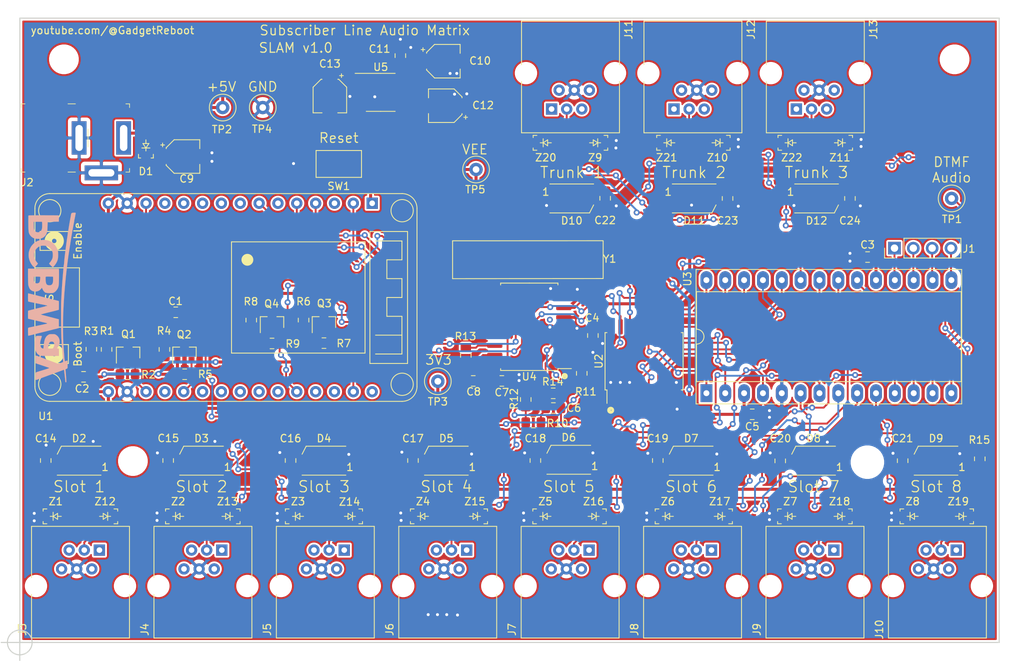
<source format=kicad_pcb>
(kicad_pcb (version 20171130) (host pcbnew "(5.1.2-1)-1")
  (layers (0 F.Cu signal) (31 B.Cu signal) (34 B.Paste user hide) (35 F.Paste user) (36 B.SilkS user) (37 F.SilkS user) (38 B.Mask user hide) (39 F.Mask user hide) (44 Edge.Cuts user))
  (net 0 "")
  (net 1 GNDREF)
  (net 2 /Q1)
  (net 3 /Q2)
  (net 4 /Q3)
  (net 5 /Q4)
  (net 6 /SD)
  (net 7 "Net-(U1-Pad8)")
  (net 8 "Net-(Z1-PadA)")
  (net 9 +3V3)
  (net 10 "Net-(J4-Pad1)")
  (net 11 "Net-(J4-Pad2)")
  (net 12 "Net-(J4-Pad5)")
  (net 13 "Net-(J4-Pad6)")
  (net 14 +5V)
  (net 15 VEE)
  (net 16 "Net-(J1-Pad2)")
  (net 17 "Net-(J1-Pad1)")
  (net 18 "Net-(J3-Pad1)")
  (net 19 "Net-(J3-Pad2)")
  (net 20 "Net-(J3-Pad5)")
  (net 21 "Net-(J3-Pad6)")
  (net 22 "Net-(J5-Pad1)")
  (net 23 "Net-(J5-Pad2)")
  (net 24 "Net-(J5-Pad5)")
  (net 25 "Net-(J5-Pad6)")
  (net 26 "Net-(J6-Pad6)")
  (net 27 "Net-(J6-Pad5)")
  (net 28 "Net-(J6-Pad2)")
  (net 29 "Net-(J6-Pad1)")
  (net 30 "Net-(J7-Pad1)")
  (net 31 "Net-(J7-Pad2)")
  (net 32 "Net-(J7-Pad5)")
  (net 33 "Net-(J7-Pad6)")
  (net 34 "Net-(J8-Pad6)")
  (net 35 "Net-(J8-Pad5)")
  (net 36 "Net-(J8-Pad2)")
  (net 37 "Net-(J8-Pad1)")
  (net 38 "Net-(J9-Pad1)")
  (net 39 "Net-(J9-Pad2)")
  (net 40 "Net-(J9-Pad5)")
  (net 41 "Net-(J9-Pad6)")
  (net 42 "Net-(J10-Pad1)")
  (net 43 "Net-(J10-Pad2)")
  (net 44 "Net-(J11-Pad1)")
  (net 45 "Net-(J11-Pad2)")
  (net 46 "Net-(J11-Pad5)")
  (net 47 "Net-(J11-Pad6)")
  (net 48 "Net-(J12-Pad6)")
  (net 49 "Net-(J12-Pad5)")
  (net 50 "Net-(J12-Pad2)")
  (net 51 "Net-(J12-Pad1)")
  (net 52 "Net-(Q1-Pad2)")
  (net 53 "Net-(Q1-Pad3)")
  (net 54 "Net-(Q2-Pad3)")
  (net 55 /Matrix_Reset)
  (net 56 /SCL)
  (net 57 "Net-(Q3-Pad3)")
  (net 58 "Net-(Q4-Pad3)")
  (net 59 /SDA)
  (net 60 "Net-(R10-Pad2)")
  (net 61 "Net-(R11-Pad2)")
  (net 62 "Net-(R12-Pad1)")
  (net 63 "Net-(R13-Pad2)")
  (net 64 "Net-(R14-Pad1)")
  (net 65 "Net-(SW1-Pad2)")
  (net 66 "Net-(U1-Pad3)")
  (net 67 "Net-(U1-Pad6)")
  (net 68 "Net-(U1-Pad9)")
  (net 69 "Net-(U1-Pad10)")
  (net 70 "Net-(U1-Pad11)")
  (net 71 "Net-(U1-Pad12)")
  (net 72 "Net-(U1-Pad19)")
  (net 73 "Net-(U1-Pad21)")
  (net 74 "Net-(U1-Pad22)")
  (net 75 "Net-(U1-Pad23)")
  (net 76 "Net-(U1-Pad24)")
  (net 77 "Net-(U1-Pad25)")
  (net 78 "Net-(U1-Pad27)")
  (net 79 "Net-(U1-Pad28)")
  (net 80 "Net-(U1-Pad30)")
  (net 81 "Net-(U2-Pad4)")
  (net 82 "Net-(U2-Pad5)")
  (net 83 "Net-(U2-Pad6)")
  (net 84 "Net-(U2-Pad7)")
  (net 85 "Net-(U2-Pad9)")
  (net 86 "Net-(U2-Pad10)")
  (net 87 "Net-(U2-Pad11)")
  (net 88 "Net-(U2-Pad12)")
  (net 89 "Net-(U2-Pad13)")
  (net 90 "Net-(U4-Pad7)")
  (net 91 "Net-(U4-Pad8)")
  (net 92 "Net-(U5-Pad1)")
  (net 93 "Net-(U5-Pad6)")
  (net 94 "Net-(U5-Pad7)")
  (net 95 "Net-(Z10-PadA)")
  (net 96 "Net-(Z11-PadA)")
  (net 97 "Net-(Z13-PadA)")
  (net 98 "Net-(Z14-PadA)")
  (net 99 "Net-(Z15-PadA)")
  (net 100 "Net-(Z16-PadA)")
  (net 101 "Net-(Z17-PadA)")
  (net 102 "Net-(Z19-PadA)")
  (net 103 "Net-(C6-Pad1)")
  (net 104 "Net-(C6-Pad2)")
  (net 105 "Net-(C8-Pad2)")
  (net 106 "Net-(C13-Pad1)")
  (net 107 "Net-(C13-Pad2)")
  (net 108 "Net-(D1-PadA)")
  (net 109 /LED_Data)
  (net 110 "Net-(D2-Pad1)")
  (net 111 "Net-(D3-Pad1)")
  (net 112 "Net-(D4-Pad1)")
  (net 113 "Net-(D5-Pad1)")
  (net 114 "Net-(D6-Pad1)")
  (net 115 "Net-(D7-Pad1)")
  (net 116 "Net-(D8-Pad1)")
  (net 117 "Net-(D10-Pad3)")
  (net 118 "Net-(D10-Pad1)")
  (net 119 "Net-(D11-Pad1)")
  (net 120 "Net-(D12-Pad1)")
  (net 121 "Net-(J1-Pad3)")
  (net 122 "Net-(J1-Pad4)")
  (net 123 /Jacks/Slot1)
  (net 124 /Jacks/Slot2)
  (net 125 /Jacks/Slot3)
  (net 126 /Jacks/Slot4)
  (net 127 /Jacks/Slot5)
  (net 128 /Jacks/Slot6)
  (net 129 /Jacks/Slot7)
  (net 130 /Jacks/Slot8)
  (net 131 "Net-(J10-Pad5)")
  (net 132 "Net-(J10-Pad6)")
  (net 133 /Jacks/Trunk1)
  (net 134 /Jacks/Trunk2)
  (net 135 "Net-(J13-Pad6)")
  (net 136 "Net-(J13-Pad5)")
  (net 137 /Jacks/Trunk3)
  (net 138 "Net-(J13-Pad2)")
  (net 139 "Net-(J13-Pad1)")
  (net 140 "Net-(Z18-PadA)")
  (net 141 "Net-(Z20-PadA)")
  (net 142 "Net-(D9-Pad1)")
  (module footprints:LED_SK6812MINI_4_3.5x3.5mm_P1.75mm (layer F.Cu) (at 106.986 104.771 180)
    (fp_text reference D2 (at 0 3) (layer F.SilkS))
    (fp_text value SK6812MINI)
    (fp_text user 1 (at -3.5 -0.875) (layer F.SilkS))
    (pad 3 smd rect (at 1.75 0.875 180) (size 1.6 0.85) (layers F.Cu F.Paste F.Mask) (net 109 /LED_Data))
    (pad 4 smd rect (at 1.75 -0.875 180) (size 1.6 0.85) (layers F.Cu F.Paste F.Mask) (net 14 +5V))
    (pad 2 smd rect (at -1.75 0.875 180) (size 1.6 0.85) (layers F.Cu F.Paste F.Mask) (net 1 GNDREF))
    (pad 1 smd rect (at -1.75 -0.875 180) (size 1.6 0.85) (layers F.Cu F.Paste F.Mask) (net 110 "Net-(D2-Pad1)"))
  )
  (module footprints:LED_SK6812MINI_4_3.5x3.5mm_P1.75mm (layer F.Cu) (at 123.486 104.771 180)
    (fp_text reference D3 (at 0 3) (layer F.SilkS))
    (fp_text value SK6812MINI)
    (fp_text user 1 (at -3.5 -0.875) (layer F.SilkS))
    (pad 3 smd rect (at 1.75 0.875 180) (size 1.6 0.85) (layers F.Cu F.Paste F.Mask) (net 110 "Net-(D2-Pad1)"))
    (pad 4 smd rect (at 1.75 -0.875 180) (size 1.6 0.85) (layers F.Cu F.Paste F.Mask) (net 14 +5V))
    (pad 2 smd rect (at -1.75 0.875 180) (size 1.6 0.85) (layers F.Cu F.Paste F.Mask) (net 1 GNDREF))
    (pad 1 smd rect (at -1.75 -0.875 180) (size 1.6 0.85) (layers F.Cu F.Paste F.Mask) (net 111 "Net-(D3-Pad1)"))
  )
  (module footprints:LED_SK6812MINI_4_3.5x3.5mm_P1.75mm (layer F.Cu) (at 139.986 104.771 180)
    (fp_text reference D4 (at 0 3) (layer F.SilkS))
    (fp_text value SK6812MINI)
    (fp_text user 1 (at -3.5 -0.875) (layer F.SilkS))
    (pad 3 smd rect (at 1.75 0.875 180) (size 1.6 0.85) (layers F.Cu F.Paste F.Mask) (net 111 "Net-(D3-Pad1)"))
    (pad 4 smd rect (at 1.75 -0.875 180) (size 1.6 0.85) (layers F.Cu F.Paste F.Mask) (net 14 +5V))
    (pad 2 smd rect (at -1.75 0.875 180) (size 1.6 0.85) (layers F.Cu F.Paste F.Mask) (net 1 GNDREF))
    (pad 1 smd rect (at -1.75 -0.875 180) (size 1.6 0.85) (layers F.Cu F.Paste F.Mask) (net 112 "Net-(D4-Pad1)"))
  )
  (module footprints:LED_SK6812MINI_4_3.5x3.5mm_P1.75mm (layer F.Cu) (at 156.486 104.771 180)
    (fp_text reference D5 (at 0 3) (layer F.SilkS))
    (fp_text value SK6812MINI)
    (fp_text user 1 (at -3.5 -0.875) (layer F.SilkS))
    (pad 3 smd rect (at 1.75 0.875 180) (size 1.6 0.85) (layers F.Cu F.Paste F.Mask) (net 112 "Net-(D4-Pad1)"))
    (pad 4 smd rect (at 1.75 -0.875 180) (size 1.6 0.85) (layers F.Cu F.Paste F.Mask) (net 14 +5V))
    (pad 2 smd rect (at -1.75 0.875 180) (size 1.6 0.85) (layers F.Cu F.Paste F.Mask) (net 1 GNDREF))
    (pad 1 smd rect (at -1.75 -0.875 180) (size 1.6 0.85) (layers F.Cu F.Paste F.Mask) (net 113 "Net-(D5-Pad1)"))
  )
  (module footprints:LED_SK6812MINI_4_3.5x3.5mm_P1.75mm (layer F.Cu) (at 172.986 104.646 180)
    (fp_text reference D6 (at 0 3) (layer F.SilkS))
    (fp_text value SK6812MINI)
    (fp_text user 1 (at -3.5 -0.875) (layer F.SilkS))
    (pad 3 smd rect (at 1.75 0.875 180) (size 1.6 0.85) (layers F.Cu F.Paste F.Mask) (net 113 "Net-(D5-Pad1)"))
    (pad 4 smd rect (at 1.75 -0.875 180) (size 1.6 0.85) (layers F.Cu F.Paste F.Mask) (net 14 +5V))
    (pad 2 smd rect (at -1.75 0.875 180) (size 1.6 0.85) (layers F.Cu F.Paste F.Mask) (net 1 GNDREF))
    (pad 1 smd rect (at -1.75 -0.875 180) (size 1.6 0.85) (layers F.Cu F.Paste F.Mask) (net 114 "Net-(D6-Pad1)"))
  )
  (module footprints:LED_SK6812MINI_4_3.5x3.5mm_P1.75mm (layer F.Cu) (at 189.486 104.771 180)
    (fp_text reference D7 (at 0 3) (layer F.SilkS))
    (fp_text value SK6812MINI)
    (fp_text user 1 (at -3.5 -0.875) (layer F.SilkS))
    (pad 3 smd rect (at 1.75 0.875 180) (size 1.6 0.85) (layers F.Cu F.Paste F.Mask) (net 114 "Net-(D6-Pad1)"))
    (pad 4 smd rect (at 1.75 -0.875 180) (size 1.6 0.85) (layers F.Cu F.Paste F.Mask) (net 14 +5V))
    (pad 2 smd rect (at -1.75 0.875 180) (size 1.6 0.85) (layers F.Cu F.Paste F.Mask) (net 1 GNDREF))
    (pad 1 smd rect (at -1.75 -0.875 180) (size 1.6 0.85) (layers F.Cu F.Paste F.Mask) (net 115 "Net-(D7-Pad1)"))
  )
  (module footprints:LED_SK6812MINI_4_3.5x3.5mm_P1.75mm (layer F.Cu) (at 205.986 104.771 180)
    (fp_text reference D8 (at 0 3) (layer F.SilkS))
    (fp_text value SK6812MINI)
    (fp_text user 1 (at -3.5 -0.875) (layer F.SilkS))
    (pad 3 smd rect (at 1.75 0.875 180) (size 1.6 0.85) (layers F.Cu F.Paste F.Mask) (net 115 "Net-(D7-Pad1)"))
    (pad 4 smd rect (at 1.75 -0.875 180) (size 1.6 0.85) (layers F.Cu F.Paste F.Mask) (net 14 +5V))
    (pad 2 smd rect (at -1.75 0.875 180) (size 1.6 0.85) (layers F.Cu F.Paste F.Mask) (net 1 GNDREF))
    (pad 1 smd rect (at -1.75 -0.875 180) (size 1.6 0.85) (layers F.Cu F.Paste F.Mask) (net 116 "Net-(D8-Pad1)"))
  )
  (module footprints:LED_SK6812MINI_4_3.5x3.5mm_P1.75mm (layer F.Cu) (at 222.486 104.771 180)
    (fp_text reference D9 (at 0 3) (layer F.SilkS))
    (fp_text value SK6812MINI)
    (fp_text user 1 (at -3.5 -0.875) (layer F.SilkS))
    (pad 3 smd rect (at 1.75 0.875 180) (size 1.6 0.85) (layers F.Cu F.Paste F.Mask) (net 116 "Net-(D8-Pad1)"))
    (pad 4 smd rect (at 1.75 -0.875 180) (size 1.6 0.85) (layers F.Cu F.Paste F.Mask) (net 14 +5V))
    (pad 2 smd rect (at -1.75 0.875 180) (size 1.6 0.85) (layers F.Cu F.Paste F.Mask) (net 1 GNDREF))
    (pad 1 smd rect (at -1.75 -0.875 180) (size 1.6 0.85) (layers F.Cu F.Paste F.Mask) (net 142 "Net-(D9-Pad1)"))
  )
  (module footprints:LED_SK6812MINI_4_3.5x3.5mm_P1.75mm (layer F.Cu) (at 173.386 69.421)
    (fp_text reference D10 (at 0 3) (layer F.SilkS))
    (fp_text value SK6812MINI)
    (fp_text user 1 (at -3.5 -0.875) (layer F.SilkS))
    (pad 3 smd rect (at 1.75 0.875) (size 1.6 0.85) (layers F.Cu F.Paste F.Mask) (net 117 "Net-(D10-Pad3)"))
    (pad 4 smd rect (at 1.75 -0.875) (size 1.6 0.85) (layers F.Cu F.Paste F.Mask) (net 14 +5V))
    (pad 2 smd rect (at -1.75 0.875) (size 1.6 0.85) (layers F.Cu F.Paste F.Mask) (net 1 GNDREF))
    (pad 1 smd rect (at -1.75 -0.875) (size 1.6 0.85) (layers F.Cu F.Paste F.Mask) (net 118 "Net-(D10-Pad1)"))
  )
  (module footprints:LED_SK6812MINI_4_3.5x3.5mm_P1.75mm (layer F.Cu) (at 189.886 69.421)
    (fp_text reference D11 (at 0 3) (layer F.SilkS))
    (fp_text value SK6812MINI)
    (fp_text user 1 (at -3.5 -0.875) (layer F.SilkS))
    (pad 3 smd rect (at 1.75 0.875) (size 1.6 0.85) (layers F.Cu F.Paste F.Mask) (net 118 "Net-(D10-Pad1)"))
    (pad 4 smd rect (at 1.75 -0.875) (size 1.6 0.85) (layers F.Cu F.Paste F.Mask) (net 14 +5V))
    (pad 2 smd rect (at -1.75 0.875) (size 1.6 0.85) (layers F.Cu F.Paste F.Mask) (net 1 GNDREF))
    (pad 1 smd rect (at -1.75 -0.875) (size 1.6 0.85) (layers F.Cu F.Paste F.Mask) (net 119 "Net-(D11-Pad1)"))
  )
  (module footprints:LED_SK6812MINI_4_3.5x3.5mm_P1.75mm (layer F.Cu) (at 206.386 69.421)
    (fp_text reference D12 (at 0 3) (layer F.SilkS))
    (fp_text value SK6812MINI)
    (fp_text user 1 (at -3.5 -0.875) (layer F.SilkS))
    (pad 3 smd rect (at 1.75 0.875) (size 1.6 0.85) (layers F.Cu F.Paste F.Mask) (net 119 "Net-(D11-Pad1)"))
    (pad 4 smd rect (at 1.75 -0.875) (size 1.6 0.85) (layers F.Cu F.Paste F.Mask) (net 14 +5V))
    (pad 2 smd rect (at -1.75 0.875) (size 1.6 0.85) (layers F.Cu F.Paste F.Mask) (net 1 GNDREF))
    (pad 1 smd rect (at -1.75 -0.875) (size 1.6 0.85) (layers F.Cu F.Paste F.Mask) (net 120 "Net-(D12-Pad1)"))
  )
  (module MountingHole:MountingHole_3.5mm (layer F.Cu) (at 104.936 50.671)
    (fp_text reference REF** hide)
    (fp_text value MountingHole_3.5mm)
    (pad 1 np_thru_hole circle (at 0 0) (size 3.5 3.5) (drill 3.5) (layers *.Cu *.Mask))
  )
  (module MountingHole:MountingHole_3.5mm (layer F.Cu) (at 224.986 50.671)
    (fp_text reference REF** hide)
    (fp_text value MountingHole_3.5mm)
    (pad 1 np_thru_hole circle (at 0 0) (size 3.5 3.5) (drill 3.5) (layers *.Cu *.Mask))
  )
  (module MountingHole:MountingHole_3.5mm (layer F.Cu) (at 114.236 104.821)
    (fp_text reference REF** hide)
    (fp_text value MountingHole_3.5mm)
    (pad 1 np_thru_hole circle (at 0 0) (size 3.5 3.5) (drill 3.5) (layers *.Cu *.Mask))
  )
  (module MountingHole:MountingHole_3.5mm (layer F.Cu) (at 213.236 104.971)
    (fp_text reference REF** hide)
    (fp_text value MountingHole_3.5mm)
    (pad 1 np_thru_hole circle (at 0 0) (size 3.5 3.5) (drill 3.5) (layers *.Cu *.Mask))
  )
  (module footprints:SOD-123 (layer F.Cu) (at 115.986 62.271 90)
    (fp_text reference D1 (at -3.5 0 180) (layer F.SilkS))
    (fp_text value 1N5819)
    (pad K smd rect (at -1.65 0 90) (size 0.9 1.2) (layers F.Cu F.Paste F.Mask) (net 14 +5V))
    (pad A smd rect (at 1.65 0 90) (size 0.9 1.2) (layers F.Cu F.Paste F.Mask) (net 108 "Net-(D1-PadA)"))
  )
  (module Crystal:Crystal_SMD_HC49-SD_HandSoldering (layer F.Cu) (at 167.486 77.671 180)
    (fp_text reference Y1 (at -11 0.1) (layer F.SilkS))
    (fp_text value "3.579545 MHz")
    (pad 1 smd rect (at -5.9375 0 180) (size 7.875 2) (layers F.Cu F.Paste F.Mask) (net 90 "Net-(U4-Pad7)"))
    (pad 2 smd rect (at 5.9375 0 180) (size 7.875 2) (layers F.Cu F.Paste F.Mask) (net 91 "Net-(U4-Pad8)"))
  )
  (module "_Custom_Footprints:pcb way logo" (layer B.Cu) (at 103.986 82.771 270)
    (fp_text reference G*** hide)
    (fp_text value LOGO hide)
  )
  (module Capacitor_SMD:C_0805_2012Metric_Pad1.15x1.40mm_HandSolder (layer F.Cu) (at 170.911001 97.671 180)
    (fp_text reference C6 (at -2.774999 0) (layer F.SilkS))
    (fp_text value 100nF)
    (pad 1 smd roundrect (at -1.025 0 180) (size 1.15 1.4) (layers F.Cu F.Paste F.Mask) (roundrect_rratio 0.217391) (net 103 "Net-(C6-Pad1)"))
    (pad 2 smd roundrect (at 1.025 0 180) (size 1.15 1.4) (layers F.Cu F.Paste F.Mask) (roundrect_rratio 0.217391) (net 104 "Net-(C6-Pad2)"))
  )
  (module Capacitor_SMD:C_0805_2012Metric_Pad1.15x1.40mm_HandSolder (layer F.Cu) (at 160.111001 94.021 180)
    (fp_text reference C8 (at -0.05 -1.45) (layer F.SilkS))
    (fp_text value 100nF)
    (pad 2 smd roundrect (at 1.025 0 180) (size 1.15 1.4) (layers F.Cu F.Paste F.Mask) (roundrect_rratio 0.217391) (net 105 "Net-(C8-Pad2)"))
    (pad 1 smd roundrect (at -1.025 0 180) (size 1.15 1.4) (layers F.Cu F.Paste F.Mask) (roundrect_rratio 0.217391) (net 9 +3V3))
  )
  (module Resistor_SMD:R_0805_2012Metric_Pad1.15x1.40mm_HandSolder (layer F.Cu) (at 167.186 96.521 270)
    (fp_text reference R12 (at -0.082999 1.57 90) (layer F.SilkS))
    (fp_text value 100K)
    (pad 2 smd roundrect (at 1.025 0 270) (size 1.15 1.4) (layers F.Cu F.Paste F.Mask) (roundrect_rratio 0.217391) (net 60 "Net-(R10-Pad2)"))
    (pad 1 smd roundrect (at -1.025 0 270) (size 1.15 1.4) (layers F.Cu F.Paste F.Mask) (roundrect_rratio 0.217391) (net 62 "Net-(R12-Pad1)"))
  )
  (module Resistor_SMD:R_0805_2012Metric_Pad1.15x1.40mm_HandSolder (layer F.Cu) (at 170.886 95.696 180)
    (fp_text reference R14 (at 0.05 1.575 180) (layer F.SilkS))
    (fp_text value 100K)
    (pad 1 smd roundrect (at -1.025 0 180) (size 1.15 1.4) (layers F.Cu F.Paste F.Mask) (roundrect_rratio 0.217391) (net 64 "Net-(R14-Pad1)"))
    (pad 2 smd roundrect (at 1.025 0 180) (size 1.15 1.4) (layers F.Cu F.Paste F.Mask) (roundrect_rratio 0.217391) (net 62 "Net-(R12-Pad1)"))
  )
  (module Resistor_SMD:R_0805_2012Metric_Pad1.15x1.40mm_HandSolder (layer F.Cu) (at 159.111 90.571 90)
    (fp_text reference R13 (at 2.55 -0.05 180) (layer F.SilkS))
    (fp_text value 300K)
    (pad 1 smd roundrect (at -1.025 0 90) (size 1.15 1.4) (layers F.Cu F.Paste F.Mask) (roundrect_rratio 0.217391) (net 105 "Net-(C8-Pad2)"))
    (pad 2 smd roundrect (at 1.025 0 90) (size 1.15 1.4) (layers F.Cu F.Paste F.Mask) (roundrect_rratio 0.217391) (net 63 "Net-(R13-Pad2)"))
  )
  (module Package_SO:SOIC-18W_7.5x11.6mm_P1.27mm (layer F.Cu) (at 167.661 86.721 180)
    (fp_text reference U4 (at 0 -6.72) (layer F.SilkS))
    (fp_text value MT88L70AS1)
    (pad 1 smd roundrect (at -4.65 -5.08 180) (size 2.05 0.6) (layers F.Cu F.Paste F.Mask) (net 61 "Net-(R11-Pad2)"))
    (pad 2 smd roundrect (at -4.65 -3.81 180) (size 2.05 0.6) (layers F.Cu F.Paste F.Mask) (net 62 "Net-(R12-Pad1)"))
    (pad 3 smd roundrect (at -4.65 -2.54 180) (size 2.05 0.6) (layers F.Cu F.Paste F.Mask) (net 64 "Net-(R14-Pad1)"))
    (pad 4 smd roundrect (at -4.65 -1.27 180) (size 2.05 0.6) (layers F.Cu F.Paste F.Mask) (net 61 "Net-(R11-Pad2)"))
    (pad 5 smd roundrect (at -4.65 0 180) (size 2.05 0.6) (layers F.Cu F.Paste F.Mask) (net 1 GNDREF))
    (pad 6 smd roundrect (at -4.65 1.27 180) (size 2.05 0.6) (layers F.Cu F.Paste F.Mask) (net 1 GNDREF))
    (pad 7 smd roundrect (at -4.65 2.54 180) (size 2.05 0.6) (layers F.Cu F.Paste F.Mask) (net 90 "Net-(U4-Pad7)"))
    (pad 8 smd roundrect (at -4.65 3.81 180) (size 2.05 0.6) (layers F.Cu F.Paste F.Mask) (net 91 "Net-(U4-Pad8)"))
    (pad 9 smd roundrect (at -4.65 5.08 180) (size 2.05 0.6) (layers F.Cu F.Paste F.Mask) (net 1 GNDREF))
    (pad 10 smd roundrect (at 4.65 5.08 180) (size 2.05 0.6) (layers F.Cu F.Paste F.Mask) (net 9 +3V3))
    (pad 11 smd roundrect (at 4.65 3.81 180) (size 2.05 0.6) (layers F.Cu F.Paste F.Mask) (net 2 /Q1))
    (pad 12 smd roundrect (at 4.65 2.54 180) (size 2.05 0.6) (layers F.Cu F.Paste F.Mask) (net 3 /Q2))
    (pad 13 smd roundrect (at 4.65 1.27 180) (size 2.05 0.6) (layers F.Cu F.Paste F.Mask) (net 4 /Q3))
    (pad 14 smd roundrect (at 4.65 0 180) (size 2.05 0.6) (layers F.Cu F.Paste F.Mask) (net 5 /Q4))
    (pad 15 smd roundrect (at 4.65 -1.27 180) (size 2.05 0.6) (layers F.Cu F.Paste F.Mask) (net 6 /SD))
    (pad 16 smd roundrect (at 4.65 -2.54 180) (size 2.05 0.6) (layers F.Cu F.Paste F.Mask) (net 63 "Net-(R13-Pad2)"))
    (pad 17 smd roundrect (at 4.65 -3.81 180) (size 2.05 0.6) (layers F.Cu F.Paste F.Mask) (net 105 "Net-(C8-Pad2)"))
    (pad 18 smd roundrect (at 4.65 -5.08 180) (size 2.05 0.6) (layers F.Cu F.Paste F.Mask) (net 9 +3V3))
  )
  (module Capacitor_SMD:C_0805_2012Metric_Pad1.15x1.40mm_HandSolder (layer F.Cu) (at 163.961 94.021 180)
    (fp_text reference C7 (at 0 -1.55) (layer F.SilkS))
    (fp_text value 100nF)
    (pad 1 smd roundrect (at -1.025 0 180) (size 1.15 1.4) (layers F.Cu F.Paste F.Mask) (roundrect_rratio 0.217391) (net 1 GNDREF))
    (pad 2 smd roundrect (at 1.025 0 180) (size 1.15 1.4) (layers F.Cu F.Paste F.Mask) (roundrect_rratio 0.217391) (net 9 +3V3))
  )
  (module Resistor_SMD:R_0805_2012Metric_Pad1.15x1.40mm_HandSolder (layer F.Cu) (at 174.736 92.996 90)
    (fp_text reference R11 (at -2.475 0.55) (layer F.SilkS))
    (fp_text value 10K)
    (pad 2 smd roundrect (at 1.025 0 90) (size 1.15 1.4) (layers F.Cu F.Paste F.Mask) (roundrect_rratio 0.217391) (net 61 "Net-(R11-Pad2)"))
    (pad 1 smd roundrect (at -1.025 0 90) (size 1.15 1.4) (layers F.Cu F.Paste F.Mask) (roundrect_rratio 0.217391) (net 60 "Net-(R10-Pad2)"))
  )
  (module Resistor_SMD:R_0805_2012Metric_Pad1.15x1.40mm_HandSolder (layer F.Cu) (at 168.211001 99.621 180)
    (fp_text reference R10 (at -3.264001 -0.114 180) (layer F.SilkS))
    (fp_text value 10K)
    (pad 1 smd roundrect (at -1.025 0 180) (size 1.15 1.4) (layers F.Cu F.Paste F.Mask) (roundrect_rratio 0.217391) (net 104 "Net-(C6-Pad2)"))
    (pad 2 smd roundrect (at 1.025 0 180) (size 1.15 1.4) (layers F.Cu F.Paste F.Mask) (roundrect_rratio 0.217391) (net 60 "Net-(R10-Pad2)"))
  )
  (module Capacitor_SMD:C_0805_2012Metric_Pad1.15x1.40mm_HandSolder (layer F.Cu) (at 213.261 77.321)
    (fp_text reference C3 (at 0 -1.65) (layer F.SilkS))
    (fp_text value 100nF)
    (pad 1 smd roundrect (at -1.025 0) (size 1.15 1.4) (layers F.Cu F.Paste F.Mask) (roundrect_rratio 0.217391) (net 1 GNDREF))
    (pad 2 smd roundrect (at 1.025 0) (size 1.15 1.4) (layers F.Cu F.Paste F.Mask) (roundrect_rratio 0.217391) (net 14 +5V))
  )
  (module Capacitor_SMD:C_0805_2012Metric_Pad1.15x1.40mm_HandSolder (layer F.Cu) (at 176.236 87.896 90)
    (fp_text reference C4 (at 2.374999 -0.1 180) (layer F.SilkS))
    (fp_text value 100nF)
    (pad 2 smd roundrect (at 1.025 0 90) (size 1.15 1.4) (layers F.Cu F.Paste F.Mask) (roundrect_rratio 0.217391) (net 14 +5V))
    (pad 1 smd roundrect (at -1.025 0 90) (size 1.15 1.4) (layers F.Cu F.Paste F.Mask) (roundrect_rratio 0.217391) (net 1 GNDREF))
  )
  (module Capacitor_SMD:CP_Elec_4x4.5 (layer F.Cu) (at 156.336 56.921 180)
    (fp_text reference C12 (at -5.1 0.05) (layer F.SilkS))
    (fp_text value 10uF)
    (pad 2 smd roundrect (at 1.8 0 180) (size 2.6 1.6) (layers F.Cu F.Paste F.Mask) (roundrect_rratio 0.15625) (net 15 VEE))
    (pad 1 smd roundrect (at -1.8 0 180) (size 2.6 1.6) (layers F.Cu F.Paste F.Mask) (roundrect_rratio 0.15625) (net 1 GNDREF))
  )
  (module Capacitor_SMD:C_0805_2012Metric_Pad1.15x1.40mm_HandSolder (layer F.Cu) (at 150.286 50.171 270)
    (fp_text reference C11 (at -0.9 2.8 180) (layer F.SilkS))
    (fp_text value 100nF)
    (pad 2 smd roundrect (at 1.025 0 270) (size 1.15 1.4) (layers F.Cu F.Paste F.Mask) (roundrect_rratio 0.217391) (net 14 +5V))
    (pad 1 smd roundrect (at -1.025 0 270) (size 1.15 1.4) (layers F.Cu F.Paste F.Mask) (roundrect_rratio 0.217391) (net 1 GNDREF))
  )
  (module Capacitor_SMD:CP_Elec_4x4.5 (layer F.Cu) (at 156.086 50.921)
    (fp_text reference C10 (at 4.95 -0.05) (layer F.SilkS))
    (fp_text value 10uF)
    (pad 1 smd roundrect (at -1.8 0) (size 2.6 1.6) (layers F.Cu F.Paste F.Mask) (roundrect_rratio 0.15625) (net 14 +5V))
    (pad 2 smd roundrect (at 1.8 0) (size 2.6 1.6) (layers F.Cu F.Paste F.Mask) (roundrect_rratio 0.15625) (net 1 GNDREF))
  )
  (module Capacitor_SMD:CP_Elec_4x4.5 (layer F.Cu) (at 140.786 55.621 270)
    (fp_text reference C13 (at -4.35 0 180) (layer F.SilkS))
    (fp_text value 10uF)
    (pad 1 smd roundrect (at -1.8 0 270) (size 2.6 1.6) (layers F.Cu F.Paste F.Mask) (roundrect_rratio 0.15625) (net 106 "Net-(C13-Pad1)"))
    (pad 2 smd roundrect (at 1.8 0 270) (size 2.6 1.6) (layers F.Cu F.Paste F.Mask) (roundrect_rratio 0.15625) (net 107 "Net-(C13-Pad2)"))
  )
  (module Capacitor_SMD:CP_Elec_4x4.5 (layer F.Cu) (at 120.986 63.771)
    (fp_text reference C9 (at 0.5 3) (layer F.SilkS))
    (fp_text value 10uF)
    (pad 2 smd roundrect (at 1.8 0) (size 2.6 1.6) (layers F.Cu F.Paste F.Mask) (roundrect_rratio 0.15625) (net 1 GNDREF))
    (pad 1 smd roundrect (at -1.8 0) (size 2.6 1.6) (layers F.Cu F.Paste F.Mask) (roundrect_rratio 0.15625) (net 14 +5V))
  )
  (module Capacitor_SMD:C_0805_2012Metric_Pad1.15x1.40mm_HandSolder (layer F.Cu) (at 197.710999 98.521 180)
    (fp_text reference C5 (at 0 -1.65) (layer F.SilkS))
    (fp_text value 100nF)
    (pad 2 smd roundrect (at 1.025 0 180) (size 1.15 1.4) (layers F.Cu F.Paste F.Mask) (roundrect_rratio 0.217391) (net 15 VEE))
    (pad 1 smd roundrect (at -1.025 0 180) (size 1.15 1.4) (layers F.Cu F.Paste F.Mask) (roundrect_rratio 0.217391) (net 1 GNDREF))
  )
  (module Capacitor_SMD:C_0805_2012Metric_Pad1.15x1.40mm_HandSolder (layer F.Cu) (at 120.010999 84.771 180)
    (fp_text reference C1 (at 0.024999 1.5) (layer F.SilkS))
    (fp_text value 100nF)
    (pad 1 smd roundrect (at -1.025 0 180) (size 1.15 1.4) (layers F.Cu F.Paste F.Mask) (roundrect_rratio 0.217391) (net 1 GNDREF))
    (pad 2 smd roundrect (at 1.025 0 180) (size 1.15 1.4) (layers F.Cu F.Paste F.Mask) (roundrect_rratio 0.217391) (net 14 +5V))
  )
  (module Capacitor_SMD:C_0805_2012Metric_Pad1.15x1.40mm_HandSolder (layer F.Cu) (at 107.586 93.471)
    (fp_text reference C2 (at -0.2 1.6) (layer F.SilkS))
    (fp_text value 100nF)
    (pad 1 smd roundrect (at -1.025 0) (size 1.15 1.4) (layers F.Cu F.Paste F.Mask) (roundrect_rratio 0.217391) (net 1 GNDREF))
    (pad 2 smd roundrect (at 1.025 0) (size 1.15 1.4) (layers F.Cu F.Paste F.Mask) (roundrect_rratio 0.217391) (net 9 +3V3))
  )
  (module Connector_PinHeader_2.54mm:PinHeader_1x04_P2.54mm_Vertical (layer F.Cu) (at 216.886 76.121 90)
    (fp_text reference J1 (at -0.1 10.05 180) (layer F.SilkS))
    (fp_text value Conn_01x04)
    (pad 1 thru_hole rect (at 0 0 90) (size 1.7 1.7) (drill 1) (layers *.Cu *.Mask) (net 17 "Net-(J1-Pad1)"))
    (pad 2 thru_hole oval (at 0 2.54 90) (size 1.7 1.7) (drill 1) (layers *.Cu *.Mask) (net 16 "Net-(J1-Pad2)"))
    (pad 3 thru_hole oval (at 0 5.08 90) (size 1.7 1.7) (drill 1) (layers *.Cu *.Mask) (net 121 "Net-(J1-Pad3)"))
    (pad 4 thru_hole oval (at 0 7.62 90) (size 1.7 1.7) (drill 1) (layers *.Cu *.Mask) (net 122 "Net-(J1-Pad4)"))
  )
  (module digikey-footprints:Barrel_Jack_5.5mmODx2.1mmID_PJ-202A (layer F.Cu) (at 109.986 61.271 90)
    (fp_text reference J2 (at -6 -10 180) (layer F.SilkS))
    (fp_text value PJ-202A)
    (pad 3 thru_hole rect (at -4.7 0 90) (size 2 4.5) (drill oval 1 3.5) (layers *.Cu *.Mask) (net 1 GNDREF))
    (pad 1 thru_hole rect (at 0 3 90) (size 4.5 2) (drill oval 3.5 1) (layers *.Cu *.Mask) (net 108 "Net-(D1-PadA)"))
    (pad 2 thru_hole rect (at 0 -3 90) (size 4.5 2) (drill oval 3.5 1) (layers *.Cu *.Mask) (net 1 GNDREF))
  )
  (module Package_TO_SOT_SMD:SOT-23 (layer F.Cu) (at 113.586 90.221 90)
    (fp_text reference Q1 (at 2.5 0.05 180) (layer F.SilkS))
    (fp_text value BSS138)
    (pad 1 smd rect (at -1 -0.95 90) (size 0.9 0.8) (layers F.Cu F.Paste F.Mask) (net 9 +3V3))
    (pad 2 smd rect (at -1 0.95 90) (size 0.9 0.8) (layers F.Cu F.Paste F.Mask) (net 52 "Net-(Q1-Pad2)"))
    (pad 3 smd rect (at 1 0 90) (size 0.9 0.8) (layers F.Cu F.Paste F.Mask) (net 53 "Net-(Q1-Pad3)"))
  )
  (module Package_TO_SOT_SMD:SOT-23 (layer F.Cu) (at 121.186 90.221 90)
    (fp_text reference Q2 (at 2.45 -0.05 180) (layer F.SilkS))
    (fp_text value BSS138)
    (pad 3 smd rect (at 1 0 90) (size 0.9 0.8) (layers F.Cu F.Paste F.Mask) (net 54 "Net-(Q2-Pad3)"))
    (pad 2 smd rect (at -1 0.95 90) (size 0.9 0.8) (layers F.Cu F.Paste F.Mask) (net 55 /Matrix_Reset))
    (pad 1 smd rect (at -1 -0.95 90) (size 0.9 0.8) (layers F.Cu F.Paste F.Mask) (net 9 +3V3))
  )
  (module Package_TO_SOT_SMD:SOT-23 (layer F.Cu) (at 139.986 86.121 90)
    (fp_text reference Q3 (at 2.55 0.05 180) (layer F.SilkS))
    (fp_text value BSS138)
    (pad 1 smd rect (at -1 -0.95 90) (size 0.9 0.8) (layers F.Cu F.Paste F.Mask) (net 9 +3V3))
    (pad 2 smd rect (at -1 0.95 90) (size 0.9 0.8) (layers F.Cu F.Paste F.Mask) (net 56 /SCL))
    (pad 3 smd rect (at 1 0 90) (size 0.9 0.8) (layers F.Cu F.Paste F.Mask) (net 57 "Net-(Q3-Pad3)"))
  )
  (module Package_TO_SOT_SMD:SOT-23 (layer F.Cu) (at 132.986 86.121 90)
    (fp_text reference Q4 (at 2.5 -0.05 180) (layer F.SilkS))
    (fp_text value BSS138)
    (pad 3 smd rect (at 1 0 90) (size 0.9 0.8) (layers F.Cu F.Paste F.Mask) (net 58 "Net-(Q4-Pad3)"))
    (pad 2 smd rect (at -1 0.95 90) (size 0.9 0.8) (layers F.Cu F.Paste F.Mask) (net 59 /SDA))
    (pad 1 smd rect (at -1 -0.95 90) (size 0.9 0.8) (layers F.Cu F.Paste F.Mask) (net 9 +3V3))
  )
  (module Resistor_SMD:R_0805_2012Metric_Pad1.15x1.40mm_HandSolder (layer F.Cu) (at 113.511 93.121)
    (fp_text reference R2 (at 2.825 0.05) (layer F.SilkS))
    (fp_text value 10K)
    (pad 1 smd roundrect (at -1.025 0) (size 1.15 1.4) (layers F.Cu F.Paste F.Mask) (roundrect_rratio 0.217391) (net 9 +3V3))
    (pad 2 smd roundrect (at 1.025 0) (size 1.15 1.4) (layers F.Cu F.Paste F.Mask) (roundrect_rratio 0.217391) (net 52 "Net-(Q1-Pad2)"))
  )
  (module Resistor_SMD:R_0805_2012Metric_Pad1.15x1.40mm_HandSolder (layer F.Cu) (at 110.686 89.771 270)
    (fp_text reference R1 (at -2.5 -0.05 180) (layer F.SilkS))
    (fp_text value 10K)
    (pad 1 smd roundrect (at -1.025 0 270) (size 1.15 1.4) (layers F.Cu F.Paste F.Mask) (roundrect_rratio 0.217391) (net 14 +5V))
    (pad 2 smd roundrect (at 1.025 0 270) (size 1.15 1.4) (layers F.Cu F.Paste F.Mask) (roundrect_rratio 0.217391) (net 53 "Net-(Q1-Pad3)"))
  )
  (module Resistor_SMD:R_0805_2012Metric_Pad1.15x1.40mm_HandSolder (layer F.Cu) (at 108.636 89.746 90)
    (fp_text reference R3 (at 2.425 -0.05 180) (layer F.SilkS))
    (fp_text value 300r)
    (pad 2 smd roundrect (at 1.025 0 90) (size 1.15 1.4) (layers F.Cu F.Paste F.Mask) (roundrect_rratio 0.217391) (net 53 "Net-(Q1-Pad3)"))
    (pad 1 smd roundrect (at -1.025 0 90) (size 1.15 1.4) (layers F.Cu F.Paste F.Mask) (roundrect_rratio 0.217391) (net 109 /LED_Data))
  )
  (module Resistor_SMD:R_0805_2012Metric_Pad1.15x1.40mm_HandSolder (layer F.Cu) (at 118.486 89.771 270)
    (fp_text reference R4 (at -2.5 0.05 180) (layer F.SilkS))
    (fp_text value 10K)
    (pad 2 smd roundrect (at 1.025 0 270) (size 1.15 1.4) (layers F.Cu F.Paste F.Mask) (roundrect_rratio 0.217391) (net 54 "Net-(Q2-Pad3)"))
    (pad 1 smd roundrect (at -1.025 0 270) (size 1.15 1.4) (layers F.Cu F.Paste F.Mask) (roundrect_rratio 0.217391) (net 14 +5V))
  )
  (module Resistor_SMD:R_0805_2012Metric_Pad1.15x1.40mm_HandSolder (layer F.Cu) (at 121.211 93.121)
    (fp_text reference R5 (at 2.775 0) (layer F.SilkS))
    (fp_text value 10K)
    (pad 1 smd roundrect (at -1.025 0) (size 1.15 1.4) (layers F.Cu F.Paste F.Mask) (roundrect_rratio 0.217391) (net 9 +3V3))
    (pad 2 smd roundrect (at 1.025 0) (size 1.15 1.4) (layers F.Cu F.Paste F.Mask) (roundrect_rratio 0.217391) (net 55 /Matrix_Reset))
  )
  (module Resistor_SMD:R_0805_2012Metric_Pad1.15x1.40mm_HandSolder (layer F.Cu) (at 137.236 85.821 270)
    (fp_text reference R6 (at -2.5 0 180) (layer F.SilkS))
    (fp_text value 10K)
    (pad 2 smd roundrect (at 1.025 0 270) (size 1.15 1.4) (layers F.Cu F.Paste F.Mask) (roundrect_rratio 0.217391) (net 57 "Net-(Q3-Pad3)"))
    (pad 1 smd roundrect (at -1.025 0 270) (size 1.15 1.4) (layers F.Cu F.Paste F.Mask) (roundrect_rratio 0.217391) (net 14 +5V))
  )
  (module Resistor_SMD:R_0805_2012Metric_Pad1.15x1.40mm_HandSolder (layer F.Cu) (at 139.986 88.921)
    (fp_text reference R7 (at 2.675 0.05) (layer F.SilkS))
    (fp_text value 10K)
    (pad 1 smd roundrect (at -1.025 0) (size 1.15 1.4) (layers F.Cu F.Paste F.Mask) (roundrect_rratio 0.217391) (net 9 +3V3))
    (pad 2 smd roundrect (at 1.025 0) (size 1.15 1.4) (layers F.Cu F.Paste F.Mask) (roundrect_rratio 0.217391) (net 56 /SCL))
  )
  (module Resistor_SMD:R_0805_2012Metric_Pad1.15x1.40mm_HandSolder (layer F.Cu) (at 130.186 85.821 270)
    (fp_text reference R8 (at -2.5 0.05 180) (layer F.SilkS))
    (fp_text value 10K)
    (pad 2 smd roundrect (at 1.025 0 270) (size 1.15 1.4) (layers F.Cu F.Paste F.Mask) (roundrect_rratio 0.217391) (net 58 "Net-(Q4-Pad3)"))
    (pad 1 smd roundrect (at -1.025 0 270) (size 1.15 1.4) (layers F.Cu F.Paste F.Mask) (roundrect_rratio 0.217391) (net 14 +5V))
  )
  (module Resistor_SMD:R_0805_2012Metric_Pad1.15x1.40mm_HandSolder (layer F.Cu) (at 132.986 88.971)
    (fp_text reference R9 (at 2.8 0.05) (layer F.SilkS))
    (fp_text value 10K)
    (pad 1 smd roundrect (at -1.025 0) (size 1.15 1.4) (layers F.Cu F.Paste F.Mask) (roundrect_rratio 0.217391) (net 9 +3V3))
    (pad 2 smd roundrect (at 1.025 0) (size 1.15 1.4) (layers F.Cu F.Paste F.Mask) (roundrect_rratio 0.217391) (net 59 /SDA))
  )
  (module footprints:SW_SPST_60x35 (layer F.Cu) (at 141.986 64.771)
    (fp_text reference SW1 (at 0 3) (layer F.SilkS))
    (fp_text value SW_Push)
    (pad 2 smd rect (at 4.29 0) (size 2.18 2.1) (layers F.Cu F.Paste F.Mask) (net 65 "Net-(SW1-Pad2)"))
    (pad 1 smd rect (at -4.29 0) (size 2.18 2.1) (layers F.Cu F.Paste F.Mask) (net 1 GNDREF))
  )
  (module TestPoint:TestPoint_Loop_D3.50mm_Drill0.9mm_Beaded (layer F.Cu) (at 224.586 69.421)
    (fp_text reference TP1 (at 0.05 2.8) (layer F.SilkS))
    (fp_text value TestPoint)
    (pad 1 thru_hole circle (at 0 0) (size 1.8 1.8) (drill 0.9) (layers *.Cu *.Mask) (net 103 "Net-(C6-Pad1)"))
  )
  (module TestPoint:TestPoint_Loop_D3.50mm_Drill0.9mm_Beaded (layer F.Cu) (at 160.486 65.521)
    (fp_text reference TP5 (at -0.1 2.7) (layer F.SilkS))
    (fp_text value TestPoint)
    (pad 1 thru_hole circle (at 0 0) (size 1.8 1.8) (drill 0.9) (layers *.Cu *.Mask) (net 15 VEE))
  )
  (module TestPoint:TestPoint_Loop_D3.50mm_Drill0.9mm_Beaded (layer F.Cu) (at 126.336 57.171)
    (fp_text reference TP2 (at -0.1 2.95) (layer F.SilkS))
    (fp_text value TestPoint)
    (pad 1 thru_hole circle (at 0 0) (size 1.8 1.8) (drill 0.9) (layers *.Cu *.Mask) (net 14 +5V))
  )
  (module TestPoint:TestPoint_Loop_D3.50mm_Drill0.9mm_Beaded (layer F.Cu) (at 155.336 94.071)
    (fp_text reference TP3 (at 0 2.75) (layer F.SilkS))
    (fp_text value TestPoint)
    (pad 1 thru_hole circle (at 0 0) (size 1.8 1.8) (drill 0.9) (layers *.Cu *.Mask) (net 9 +3V3))
  )
  (module TestPoint:TestPoint_Loop_D3.50mm_Drill0.9mm_Beaded (layer F.Cu) (at 131.736 57.171)
    (fp_text reference TP4 (at -0.1 2.9) (layer F.SilkS))
    (fp_text value TestPoint)
    (pad 1 thru_hole circle (at 0 0) (size 1.8 1.8) (drill 0.9) (layers *.Cu *.Mask) (net 1 GNDREF))
  )
  (module footprints:esp32_devkit_v1_doit (layer F.Cu) (at 146.486 82.771 270)
    (fp_text reference U1 (at 16 44 180) (layer F.SilkS))
    (fp_text value ESP32_DevKit_V1_DOIT)
    (fp_text user USB (at 0 43.49 90) (layer F.SilkS))
    (fp_text user Boot (at 7.62 39.68 90) (layer F.SilkS))
    (fp_text user Enable (at -7.62 39.68 90) (layer F.SilkS))
    (pad 1 thru_hole rect (at -12.7 0 270) (size 1.524 1.524) (drill 0.762) (layers *.Cu *.Mask) (net 65 "Net-(SW1-Pad2)"))
    (pad 2 thru_hole circle (at -12.7 2.54 270) (size 1.524 1.524) (drill 0.762) (layers *.Cu *.Mask) (net 5 /Q4))
    (pad 3 thru_hole circle (at -12.7 5.08 270) (size 1.524 1.524) (drill 0.762) (layers *.Cu *.Mask) (net 66 "Net-(U1-Pad3)"))
    (pad 4 thru_hole circle (at -12.7 7.62 270) (size 1.524 1.524) (drill 0.762) (layers *.Cu *.Mask) (net 3 /Q2))
    (pad 5 thru_hole circle (at -12.7 10.16 270) (size 1.524 1.524) (drill 0.762) (layers *.Cu *.Mask) (net 4 /Q3))
    (pad 6 thru_hole circle (at -12.7 12.7 270) (size 1.524 1.524) (drill 0.762) (layers *.Cu *.Mask) (net 67 "Net-(U1-Pad6)"))
    (pad 7 thru_hole circle (at -12.7 15.24 270) (size 1.524 1.524) (drill 0.762) (layers *.Cu *.Mask) (net 2 /Q1))
    (pad 8 thru_hole circle (at -12.7 17.78 270) (size 1.524 1.524) (drill 0.762) (layers *.Cu *.Mask) (net 7 "Net-(U1-Pad8)"))
    (pad 9 thru_hole circle (at -12.7 20.32 270) (size 1.524 1.524) (drill 0.762) (layers *.Cu *.Mask) (net 68 "Net-(U1-Pad9)"))
    (pad 10 thru_hole circle (at -12.7 22.86 270) (size 1.524 1.524) (drill 0.762) (layers *.Cu *.Mask) (net 69 "Net-(U1-Pad10)"))
    (pad 11 thru_hole circle (at -12.7 25.4 270) (size 1.524 1.524) (drill 0.762) (layers *.Cu *.Mask) (net 70 "Net-(U1-Pad11)"))
    (pad 12 thru_hole circle (at -12.7 27.94 270) (size 1.524 1.524) (drill 0.762) (layers *.Cu *.Mask) (net 71 "Net-(U1-Pad12)"))
    (pad 13 thru_hole circle (at -12.7 30.48 270) (size 1.524 1.524) (drill 0.762) (layers *.Cu *.Mask) (net 6 /SD))
    (pad 14 thru_hole circle (at -12.7 33.02 270) (size 1.524 1.524) (drill 0.762) (layers *.Cu *.Mask) (net 1 GNDREF))
    (pad 15 thru_hole circle (at -12.7 35.56 270) (size 1.524 1.524) (drill 0.762) (layers *.Cu *.Mask) (net 14 +5V))
    (pad 16 thru_hole circle (at 12.7 35.56 270) (size 1.524 1.524) (drill 0.762) (layers *.Cu *.Mask) (net 9 +3V3))
    (pad 17 thru_hole circle (at 12.7 33.02 270) (size 1.524 1.524) (drill 0.762) (layers *.Cu *.Mask) (net 1 GNDREF))
    (pad 18 thru_hole circle (at 12.7 30.48 270) (size 1.524 1.524) (drill 0.762) (layers *.Cu *.Mask) (net 52 "Net-(Q1-Pad2)"))
    (pad 19 thru_hole circle (at 12.7 27.94 270) (size 1.524 1.524) (drill 0.762) (layers *.Cu *.Mask) (net 72 "Net-(U1-Pad19)"))
    (pad 20 thru_hole circle (at 12.7 25.4 270) (size 1.524 1.524) (drill 0.762) (layers *.Cu *.Mask) (net 55 /Matrix_Reset))
    (pad 21 thru_hole circle (at 12.7 22.86 270) (size 1.524 1.524) (drill 0.762) (layers *.Cu *.Mask) (net 73 "Net-(U1-Pad21)"))
    (pad 22 thru_hole circle (at 12.7 20.32 270) (size 1.524 1.524) (drill 0.762) (layers *.Cu *.Mask) (net 74 "Net-(U1-Pad22)"))
    (pad 23 thru_hole circle (at 12.7 17.78 270) (size 1.524 1.524) (drill 0.762) (layers *.Cu *.Mask) (net 75 "Net-(U1-Pad23)"))
    (pad 24 thru_hole circle (at 12.7 15.24 270) (size 1.524 1.524) (drill 0.762) (layers *.Cu *.Mask) (net 76 "Net-(U1-Pad24)"))
    (pad 25 thru_hole circle (at 12.7 12.7 270) (size 1.524 1.524) (drill 0.762) (layers *.Cu *.Mask) (net 77 "Net-(U1-Pad25)"))
    (pad 26 thru_hole circle (at 12.7 10.16 270) (size 1.524 1.524) (drill 0.762) (layers *.Cu *.Mask) (net 59 /SDA))
    (pad 27 thru_hole circle (at 12.7 7.62 270) (size 1.524 1.524) (drill 0.762) (layers *.Cu *.Mask) (net 78 "Net-(U1-Pad27)"))
    (pad 28 thru_hole circle (at 12.7 5.08 270) (size 1.524 1.524) (drill 0.762) (layers *.Cu *.Mask) (net 79 "Net-(U1-Pad28)"))
    (pad 29 thru_hole circle (at 12.7 2.54 270) (size 1.524 1.524) (drill 0.762) (layers *.Cu *.Mask) (net 56 /SCL))
    (pad 30 thru_hole circle (at 12.7 0 270) (size 1.524 1.524) (drill 0.762) (layers *.Cu *.Mask) (net 80 "Net-(U1-Pad30)"))
  )
  (module Package_SO:SOIC-16W_7.5x10.3mm_P1.27mm (layer F.Cu) (at 183.136 91.371 90)
    (fp_text reference U2 (at 0 -6.1 90) (layer F.SilkS))
    (fp_text value PCF8574)
    (pad 1 smd roundrect (at -4.65 -4.445 90) (size 2.05 0.6) (layers F.Cu F.Paste F.Mask) (net 1 GNDREF))
    (pad 2 smd roundrect (at -4.65 -3.175 90) (size 2.05 0.6) (layers F.Cu F.Paste F.Mask) (net 1 GNDREF))
    (pad 3 smd roundrect (at -4.65 -1.905 90) (size 2.05 0.6) (layers F.Cu F.Paste F.Mask) (net 1 GNDREF))
    (pad 4 smd roundrect (at -4.65 -0.635 90) (size 2.05 0.6) (layers F.Cu F.Paste F.Mask) (net 81 "Net-(U2-Pad4)"))
    (pad 5 smd roundrect (at -4.65 0.635 90) (size 2.05 0.6) (layers F.Cu F.Paste F.Mask) (net 82 "Net-(U2-Pad5)"))
    (pad 6 smd roundrect (at -4.65 1.905 90) (size 2.05 0.6) (layers F.Cu F.Paste F.Mask) (net 83 "Net-(U2-Pad6)"))
    (pad 7 smd roundrect (at -4.65 3.175 90) (size 2.05 0.6) (layers F.Cu F.Paste F.Mask) (net 84 "Net-(U2-Pad7)"))
    (pad 8 smd roundrect (at -4.65 4.445 90) (size 2.05 0.6) (layers F.Cu F.Paste F.Mask) (net 1 GNDREF))
    (pad 9 smd roundrect (at 4.65 4.445 90) (size 2.05 0.6) (layers F.Cu F.Paste F.Mask) (net 85 "Net-(U2-Pad9)"))
    (pad 10 smd roundrect (at 4.65 3.175 90) (size 2.05 0.6) (layers F.Cu F.Paste F.Mask) (net 86 "Net-(U2-Pad10)"))
    (pad 11 smd roundrect (at 4.65 1.905 90) (size 2.05 0.6) (layers F.Cu F.Paste F.Mask) (net 87 "Net-(U2-Pad11)"))
    (pad 12 smd roundrect (at 4.65 0.635 90) (size 2.05 0.6) (layers F.Cu F.Paste F.Mask) (net 88 "Net-(U2-Pad12)"))
    (pad 13 smd roundrect (at 4.65 -0.635 90) (size 2.05 0.6) (layers F.Cu F.Paste F.Mask) (net 89 "Net-(U2-Pad13)"))
    (pad 14 smd roundrect (at 4.65 -1.905 90) (size 2.05 0.6) (layers F.Cu F.Paste F.Mask) (net 57 "Net-(Q3-Pad3)"))
    (pad 15 smd roundrect (at 4.65 -3.175 90) (size 2.05 0.6) (layers F.Cu F.Paste F.Mask) (net 58 "Net-(Q4-Pad3)"))
    (pad 16 smd roundrect (at 4.65 -4.445 90) (size 2.05 0.6) (layers F.Cu F.Paste F.Mask) (net 14 +5V))
  )
  (module Package_DIP:DIP-28_W15.24mm_Socket_LongPads (layer F.Cu) (at 191.536 95.671 90)
    (fp_text reference U3 (at 15.4 -2.55 90) (layer F.SilkS))
    (fp_text value MT8808)
    (pad 1 thru_hole rect (at 0 0 90) (size 2.4 1.6) (drill 0.8) (layers *.Cu *.Mask) (net 88 "Net-(U2-Pad12)"))
    (pad 15 thru_hole oval (at 15.24 33.02 90) (size 2.4 1.6) (drill 0.8) (layers *.Cu *.Mask) (net 122 "Net-(J1-Pad4)"))
    (pad 2 thru_hole oval (at 0 2.54 90) (size 2.4 1.6) (drill 0.8) (layers *.Cu *.Mask) (net 82 "Net-(U2-Pad5)"))
    (pad 16 thru_hole oval (at 15.24 30.48 90) (size 2.4 1.6) (drill 0.8) (layers *.Cu *.Mask) (net 121 "Net-(J1-Pad3)"))
    (pad 3 thru_hole oval (at 0 5.08 90) (size 2.4 1.6) (drill 0.8) (layers *.Cu *.Mask) (net 15 VEE))
    (pad 17 thru_hole oval (at 15.24 27.94 90) (size 2.4 1.6) (drill 0.8) (layers *.Cu *.Mask) (net 16 "Net-(J1-Pad2)"))
    (pad 4 thru_hole oval (at 0 7.62 90) (size 2.4 1.6) (drill 0.8) (layers *.Cu *.Mask) (net 81 "Net-(U2-Pad4)"))
    (pad 18 thru_hole oval (at 15.24 25.4 90) (size 2.4 1.6) (drill 0.8) (layers *.Cu *.Mask) (net 17 "Net-(J1-Pad1)"))
    (pad 5 thru_hole oval (at 0 10.16 90) (size 2.4 1.6) (drill 0.8) (layers *.Cu *.Mask) (net 1 GNDREF))
    (pad 19 thru_hole oval (at 15.24 22.86 90) (size 2.4 1.6) (drill 0.8) (layers *.Cu *.Mask) (net 14 +5V))
    (pad 6 thru_hole oval (at 0 12.7 90) (size 2.4 1.6) (drill 0.8) (layers *.Cu *.Mask) (net 123 /Jacks/Slot1))
    (pad 20 thru_hole oval (at 15.24 20.32 90) (size 2.4 1.6) (drill 0.8) (layers *.Cu *.Mask) (net 130 /Jacks/Slot8))
    (pad 7 thru_hole oval (at 0 15.24 90) (size 2.4 1.6) (drill 0.8) (layers *.Cu *.Mask) (net 125 /Jacks/Slot3))
    (pad 21 thru_hole oval (at 15.24 17.78 90) (size 2.4 1.6) (drill 0.8) (layers *.Cu *.Mask) (net 128 /Jacks/Slot6))
    (pad 8 thru_hole oval (at 0 17.78 90) (size 2.4 1.6) (drill 0.8) (layers *.Cu *.Mask) (net 127 /Jacks/Slot5))
    (pad 22 thru_hole oval (at 15.24 15.24 90) (size 2.4 1.6) (drill 0.8) (layers *.Cu *.Mask) (net 126 /Jacks/Slot4))
    (pad 9 thru_hole oval (at 0 20.32 90) (size 2.4 1.6) (drill 0.8) (layers *.Cu *.Mask) (net 129 /Jacks/Slot7))
    (pad 23 thru_hole oval (at 15.24 12.7 90) (size 2.4 1.6) (drill 0.8) (layers *.Cu *.Mask) (net 124 /Jacks/Slot2))
    (pad 10 thru_hole oval (at 0 22.86 90) (size 2.4 1.6) (drill 0.8) (layers *.Cu *.Mask) (net 54 "Net-(Q2-Pad3)"))
    (pad 24 thru_hole oval (at 15.24 10.16 90) (size 2.4 1.6) (drill 0.8) (layers *.Cu *.Mask) (net 83 "Net-(U2-Pad6)"))
    (pad 11 thru_hole oval (at 0 25.4 90) (size 2.4 1.6) (drill 0.8) (layers *.Cu *.Mask) (net 103 "Net-(C6-Pad1)"))
    (pad 25 thru_hole oval (at 15.24 7.62 90) (size 2.4 1.6) (drill 0.8) (layers *.Cu *.Mask) (net 84 "Net-(U2-Pad7)"))
    (pad 12 thru_hole oval (at 0 27.94 90) (size 2.4 1.6) (drill 0.8) (layers *.Cu *.Mask) (net 133 /Jacks/Trunk1))
    (pad 26 thru_hole oval (at 15.24 5.08 90) (size 2.4 1.6) (drill 0.8) (layers *.Cu *.Mask) (net 85 "Net-(U2-Pad9)"))
    (pad 13 thru_hole oval (at 0 30.48 90) (size 2.4 1.6) (drill 0.8) (layers *.Cu *.Mask) (net 134 /Jacks/Trunk2))
    (pad 27 thru_hole oval (at 15.24 2.54 90) (size 2.4 1.6) (drill 0.8) (layers *.Cu *.Mask) (net 86 "Net-(U2-Pad10)"))
    (pad 14 thru_hole oval (at 0 33.02 90) (size 2.4 1.6) (drill 0.8) (layers *.Cu *.Mask) (net 137 /Jacks/Trunk3))
    (pad 28 thru_hole oval (at 15.24 0 90) (size 2.4 1.6) (drill 0.8) (layers *.Cu *.Mask) (net 87 "Net-(U2-Pad11)"))
  )
  (module Capacitor_SMD:C_0805_2012Metric_Pad1.15x1.40mm_HandSolder (layer F.Cu) (at 102.486 104.746001 270)
    (fp_text reference C14 (at -2.975001 0 180) (layer F.SilkS))
    (fp_text value 100nF)
    (pad 2 smd roundrect (at 1.025 0 270) (size 1.15 1.4) (layers F.Cu F.Paste F.Mask) (roundrect_rratio 0.217391) (net 14 +5V))
    (pad 1 smd roundrect (at -1.025 0 270) (size 1.15 1.4) (layers F.Cu F.Paste F.Mask) (roundrect_rratio 0.217391) (net 1 GNDREF))
  )
  (module Capacitor_SMD:C_0805_2012Metric_Pad1.15x1.40mm_HandSolder (layer F.Cu) (at 118.986 104.746 270)
    (fp_text reference C15 (at -3 -0.025 180) (layer F.SilkS))
    (fp_text value 100nF)
    (pad 2 smd roundrect (at 1.025 0 270) (size 1.15 1.4) (layers F.Cu F.Paste F.Mask) (roundrect_rratio 0.217391) (net 14 +5V))
    (pad 1 smd roundrect (at -1.025 0 270) (size 1.15 1.4) (layers F.Cu F.Paste F.Mask) (roundrect_rratio 0.217391) (net 1 GNDREF))
  )
  (module Capacitor_SMD:C_0805_2012Metric_Pad1.15x1.40mm_HandSolder (layer F.Cu) (at 135.486 104.746001 270)
    (fp_text reference C16 (at -2.975001 0 180) (layer F.SilkS))
    (fp_text value 100nF)
    (pad 2 smd roundrect (at 1.025 0 270) (size 1.15 1.4) (layers F.Cu F.Paste F.Mask) (roundrect_rratio 0.217391) (net 14 +5V))
    (pad 1 smd roundrect (at -1.025 0 270) (size 1.15 1.4) (layers F.Cu F.Paste F.Mask) (roundrect_rratio 0.217391) (net 1 GNDREF))
  )
  (module Capacitor_SMD:C_0805_2012Metric_Pad1.15x1.40mm_HandSolder (layer F.Cu) (at 151.986 104.746001 270)
    (fp_text reference C17 (at -2.975001 0 180) (layer F.SilkS))
    (fp_text value 100nF)
    (pad 1 smd roundrect (at -1.025 0 270) (size 1.15 1.4) (layers F.Cu F.Paste F.Mask) (roundrect_rratio 0.217391) (net 1 GNDREF))
    (pad 2 smd roundrect (at 1.025 0 270) (size 1.15 1.4) (layers F.Cu F.Paste F.Mask) (roundrect_rratio 0.217391) (net 14 +5V))
  )
  (module Capacitor_SMD:C_0805_2012Metric_Pad1.15x1.40mm_HandSolder (layer F.Cu) (at 168.486 104.746001 270)
    (fp_text reference C18 (at -2.975001 0 180) (layer F.SilkS))
    (fp_text value 100nF)
    (pad 1 smd roundrect (at -1.025 0 270) (size 1.15 1.4) (layers F.Cu F.Paste F.Mask) (roundrect_rratio 0.217391) (net 1 GNDREF))
    (pad 2 smd roundrect (at 1.025 0 270) (size 1.15 1.4) (layers F.Cu F.Paste F.Mask) (roundrect_rratio 0.217391) (net 14 +5V))
  )
  (module Capacitor_SMD:C_0805_2012Metric_Pad1.15x1.40mm_HandSolder (layer F.Cu) (at 184.986 104.746 270)
    (fp_text reference C19 (at -2.975001 0 180) (layer F.SilkS))
    (fp_text value 100nF)
    (pad 1 smd roundrect (at -1.025 0 270) (size 1.15 1.4) (layers F.Cu F.Paste F.Mask) (roundrect_rratio 0.217391) (net 1 GNDREF))
    (pad 2 smd roundrect (at 1.025 0 270) (size 1.15 1.4) (layers F.Cu F.Paste F.Mask) (roundrect_rratio 0.217391) (net 14 +5V))
  )
  (module Capacitor_SMD:C_0805_2012Metric_Pad1.15x1.40mm_HandSolder (layer F.Cu) (at 201.486 104.796 270)
    (fp_text reference C20 (at -3.025 -0.025 180) (layer F.SilkS))
    (fp_text value 100nF)
    (pad 1 smd roundrect (at -1.025 0 270) (size 1.15 1.4) (layers F.Cu F.Paste F.Mask) (roundrect_rratio 0.217391) (net 1 GNDREF))
    (pad 2 smd roundrect (at 1.025 0 270) (size 1.15 1.4) (layers F.Cu F.Paste F.Mask) (roundrect_rratio 0.217391) (net 14 +5V))
  )
  (module Capacitor_SMD:C_0805_2012Metric_Pad1.15x1.40mm_HandSolder (layer F.Cu) (at 217.986 104.771 270)
    (fp_text reference C21 (at -3 0.025 180) (layer F.SilkS))
    (fp_text value 100nF)
    (pad 2 smd roundrect (at 1.025 0 270) (size 1.15 1.4) (layers F.Cu F.Paste F.Mask) (roundrect_rratio 0.217391) (net 14 +5V))
    (pad 1 smd roundrect (at -1.025 0 270) (size 1.15 1.4) (layers F.Cu F.Paste F.Mask) (roundrect_rratio 0.217391) (net 1 GNDREF))
  )
  (module Capacitor_SMD:C_0805_2012Metric_Pad1.15x1.40mm_HandSolder (layer F.Cu) (at 177.886 69.396 90)
    (fp_text reference C22 (at -2.975001 0 180) (layer F.SilkS))
    (fp_text value 100nF)
    (pad 1 smd roundrect (at -1.025 0 90) (size 1.15 1.4) (layers F.Cu F.Paste F.Mask) (roundrect_rratio 0.217391) (net 1 GNDREF))
    (pad 2 smd roundrect (at 1.025 0 90) (size 1.15 1.4) (layers F.Cu F.Paste F.Mask) (roundrect_rratio 0.217391) (net 14 +5V))
  )
  (module Capacitor_SMD:C_0805_2012Metric_Pad1.15x1.40mm_HandSolder (layer F.Cu) (at 194.386 69.421 90)
    (fp_text reference C23 (at -3 0 180) (layer F.SilkS))
    (fp_text value 100nF)
    (pad 2 smd roundrect (at 1.025 0 90) (size 1.15 1.4) (layers F.Cu F.Paste F.Mask) (roundrect_rratio 0.217391) (net 14 +5V))
    (pad 1 smd roundrect (at -1.025 0 90) (size 1.15 1.4) (layers F.Cu F.Paste F.Mask) (roundrect_rratio 0.217391) (net 1 GNDREF))
  )
  (module Capacitor_SMD:C_0805_2012Metric_Pad1.15x1.40mm_HandSolder (layer F.Cu) (at 210.886 69.421 90)
    (fp_text reference C24 (at -3 0 180) (layer F.SilkS))
    (fp_text value 100nF)
    (pad 1 smd roundrect (at -1.025 0 90) (size 1.15 1.4) (layers F.Cu F.Paste F.Mask) (roundrect_rratio 0.217391) (net 1 GNDREF))
    (pad 2 smd roundrect (at 1.025 0 90) (size 1.15 1.4) (layers F.Cu F.Paste F.Mask) (roundrect_rratio 0.217391) (net 14 +5V))
  )
  (module footprints:RJ_6p6c (layer F.Cu) (at 104 112.771)
    (fp_text reference J3 (at -4.6609 14.7574 90) (layer F.SilkS))
    (fp_text value RJ12)
    (pad 6 thru_hole circle (at 0.62 6.59) (size 1.52 1.52) (drill 0.76) (layers *.Cu *.Mask) (net 21 "Net-(J3-Pad6)"))
    (pad "" np_thru_hole circle (at -2.83 8.89) (size 2.5 2.5) (drill 2.5) (layers *.Cu *.Mask))
    (pad 5 thru_hole circle (at 1.64 4.05) (size 1.52 1.52) (drill 0.76) (layers *.Cu *.Mask) (net 20 "Net-(J3-Pad5)"))
    (pad 4 thru_hole circle (at 2.66 6.59) (size 1.52 1.52) (drill 0.76) (layers *.Cu *.Mask) (net 1 GNDREF))
    (pad 3 thru_hole circle (at 3.68 4.05) (size 1.52 1.52) (drill 0.76) (layers *.Cu *.Mask) (net 123 /Jacks/Slot1))
    (pad 2 thru_hole circle (at 4.7 6.59) (size 1.52 1.52) (drill 0.76) (layers *.Cu *.Mask) (net 19 "Net-(J3-Pad2)"))
    (pad 1 thru_hole rect (at 5.72 4.05) (size 1.52 1.52) (drill 0.76) (layers *.Cu *.Mask) (net 18 "Net-(J3-Pad1)"))
    (pad "" np_thru_hole circle (at 9.17 8.89) (size 2.5 2.5) (drill 2.5) (layers *.Cu *.Mask))
  )
  (module footprints:RJ_6p6c (layer F.Cu) (at 120.5 112.771)
    (fp_text reference J4 (at -4.6609 14.7574 90) (layer F.SilkS))
    (fp_text value RJ12)
    (pad "" np_thru_hole circle (at 9.17 8.89) (size 2.5 2.5) (drill 2.5) (layers *.Cu *.Mask))
    (pad 1 thru_hole rect (at 5.72 4.05) (size 1.52 1.52) (drill 0.76) (layers *.Cu *.Mask) (net 10 "Net-(J4-Pad1)"))
    (pad 2 thru_hole circle (at 4.7 6.59) (size 1.52 1.52) (drill 0.76) (layers *.Cu *.Mask) (net 11 "Net-(J4-Pad2)"))
    (pad 3 thru_hole circle (at 3.68 4.05) (size 1.52 1.52) (drill 0.76) (layers *.Cu *.Mask) (net 124 /Jacks/Slot2))
    (pad 4 thru_hole circle (at 2.66 6.59) (size 1.52 1.52) (drill 0.76) (layers *.Cu *.Mask) (net 1 GNDREF))
    (pad 5 thru_hole circle (at 1.64 4.05) (size 1.52 1.52) (drill 0.76) (layers *.Cu *.Mask) (net 12 "Net-(J4-Pad5)"))
    (pad "" np_thru_hole circle (at -2.83 8.89) (size 2.5 2.5) (drill 2.5) (layers *.Cu *.Mask))
    (pad 6 thru_hole circle (at 0.62 6.59) (size 1.52 1.52) (drill 0.76) (layers *.Cu *.Mask) (net 13 "Net-(J4-Pad6)"))
  )
  (module footprints:RJ_6p6c (layer F.Cu) (at 137 112.771)
    (fp_text reference J5 (at -4.6609 14.7574 90) (layer F.SilkS))
    (fp_text value RJ12)
    (pad "" np_thru_hole circle (at 9.17 8.89) (size 2.5 2.5) (drill 2.5) (layers *.Cu *.Mask))
    (pad 1 thru_hole rect (at 5.72 4.05) (size 1.52 1.52) (drill 0.76) (layers *.Cu *.Mask) (net 22 "Net-(J5-Pad1)"))
    (pad 2 thru_hole circle (at 4.7 6.59) (size 1.52 1.52) (drill 0.76) (layers *.Cu *.Mask) (net 23 "Net-(J5-Pad2)"))
    (pad 3 thru_hole circle (at 3.68 4.05) (size 1.52 1.52) (drill 0.76) (layers *.Cu *.Mask) (net 125 /Jacks/Slot3))
    (pad 4 thru_hole circle (at 2.66 6.59) (size 1.52 1.52) (drill 0.76) (layers *.Cu *.Mask) (net 1 GNDREF))
    (pad 5 thru_hole circle (at 1.64 4.05) (size 1.52 1.52) (drill 0.76) (layers *.Cu *.Mask) (net 24 "Net-(J5-Pad5)"))
    (pad "" np_thru_hole circle (at -2.83 8.89) (size 2.5 2.5) (drill 2.5) (layers *.Cu *.Mask))
    (pad 6 thru_hole circle (at 0.62 6.59) (size 1.52 1.52) (drill 0.76) (layers *.Cu *.Mask) (net 25 "Net-(J5-Pad6)"))
  )
  (module footprints:RJ_6p6c (layer F.Cu) (at 153.5 112.771)
    (fp_text reference J6 (at -4.6609 14.7574 90) (layer F.SilkS))
    (fp_text value RJ12)
    (pad "" np_thru_hole circle (at 9.17 8.89) (size 2.5 2.5) (drill 2.5) (layers *.Cu *.Mask))
    (pad 1 thru_hole rect (at 5.72 4.05) (size 1.52 1.52) (drill 0.76) (layers *.Cu *.Mask) (net 29 "Net-(J6-Pad1)"))
    (pad 2 thru_hole circle (at 4.7 6.59) (size 1.52 1.52) (drill 0.76) (layers *.Cu *.Mask) (net 28 "Net-(J6-Pad2)"))
    (pad 3 thru_hole circle (at 3.68 4.05) (size 1.52 1.52) (drill 0.76) (layers *.Cu *.Mask) (net 126 /Jacks/Slot4))
    (pad 4 thru_hole circle (at 2.66 6.59) (size 1.52 1.52) (drill 0.76) (layers *.Cu *.Mask) (net 1 GNDREF))
    (pad 5 thru_hole circle (at 1.64 4.05) (size 1.52 1.52) (drill 0.76) (layers *.Cu *.Mask) (net 27 "Net-(J6-Pad5)"))
    (pad "" np_thru_hole circle (at -2.83 8.89) (size 2.5 2.5) (drill 2.5) (layers *.Cu *.Mask))
    (pad 6 thru_hole circle (at 0.62 6.59) (size 1.52 1.52) (drill 0.76) (layers *.Cu *.Mask) (net 26 "Net-(J6-Pad6)"))
  )
  (module footprints:RJ_6p6c (layer F.Cu) (at 170 112.771)
    (fp_text reference J7 (at -4.6609 14.7574 90) (layer F.SilkS))
    (fp_text value RJ12)
    (pad 6 thru_hole circle (at 0.62 6.59) (size 1.52 1.52) (drill 0.76) (layers *.Cu *.Mask) (net 33 "Net-(J7-Pad6)"))
    (pad "" np_thru_hole circle (at -2.83 8.89) (size 2.5 2.5) (drill 2.5) (layers *.Cu *.Mask))
    (pad 5 thru_hole circle (at 1.64 4.05) (size 1.52 1.52) (drill 0.76) (layers *.Cu *.Mask) (net 32 "Net-(J7-Pad5)"))
    (pad 4 thru_hole circle (at 2.66 6.59) (size 1.52 1.52) (drill 0.76) (layers *.Cu *.Mask) (net 1 GNDREF))
    (pad 3 thru_hole circle (at 3.68 4.05) (size 1.52 1.52) (drill 0.76) (layers *.Cu *.Mask) (net 127 /Jacks/Slot5))
    (pad 2 thru_hole circle (at 4.7 6.59) (size 1.52 1.52) (drill 0.76) (layers *.Cu *.Mask) (net 31 "Net-(J7-Pad2)"))
    (pad 1 thru_hole rect (at 5.72 4.05) (size 1.52 1.52) (drill 0.76) (layers *.Cu *.Mask) (net 30 "Net-(J7-Pad1)"))
    (pad "" np_thru_hole circle (at 9.17 8.89) (size 2.5 2.5) (drill 2.5) (layers *.Cu *.Mask))
  )
  (module footprints:RJ_6p6c (layer F.Cu) (at 186.5 112.771)
    (fp_text reference J8 (at -4.6609 14.7574 90) (layer F.SilkS))
    (fp_text value RJ12)
    (pad "" np_thru_hole circle (at 9.17 8.89) (size 2.5 2.5) (drill 2.5) (layers *.Cu *.Mask))
    (pad 1 thru_hole rect (at 5.72 4.05) (size 1.52 1.52) (drill 0.76) (layers *.Cu *.Mask) (net 37 "Net-(J8-Pad1)"))
    (pad 2 thru_hole circle (at 4.7 6.59) (size 1.52 1.52) (drill 0.76) (layers *.Cu *.Mask) (net 36 "Net-(J8-Pad2)"))
    (pad 3 thru_hole circle (at 3.68 4.05) (size 1.52 1.52) (drill 0.76) (layers *.Cu *.Mask) (net 128 /Jacks/Slot6))
    (pad 4 thru_hole circle (at 2.66 6.59) (size 1.52 1.52) (drill 0.76) (layers *.Cu *.Mask) (net 1 GNDREF))
    (pad 5 thru_hole circle (at 1.64 4.05) (size 1.52 1.52) (drill 0.76) (layers *.Cu *.Mask) (net 35 "Net-(J8-Pad5)"))
    (pad "" np_thru_hole circle (at -2.83 8.89) (size 2.5 2.5) (drill 2.5) (layers *.Cu *.Mask))
    (pad 6 thru_hole circle (at 0.62 6.59) (size 1.52 1.52) (drill 0.76) (layers *.Cu *.Mask) (net 34 "Net-(J8-Pad6)"))
  )
  (module footprints:RJ_6p6c (layer F.Cu) (at 203 112.771)
    (fp_text reference J9 (at -4.6609 14.7574 90) (layer F.SilkS))
    (fp_text value RJ12)
    (pad 6 thru_hole circle (at 0.62 6.59) (size 1.52 1.52) (drill 0.76) (layers *.Cu *.Mask) (net 41 "Net-(J9-Pad6)"))
    (pad "" np_thru_hole circle (at -2.83 8.89) (size 2.5 2.5) (drill 2.5) (layers *.Cu *.Mask))
    (pad 5 thru_hole circle (at 1.64 4.05) (size 1.52 1.52) (drill 0.76) (layers *.Cu *.Mask) (net 40 "Net-(J9-Pad5)"))
    (pad 4 thru_hole circle (at 2.66 6.59) (size 1.52 1.52) (drill 0.76) (layers *.Cu *.Mask) (net 1 GNDREF))
    (pad 3 thru_hole circle (at 3.68 4.05) (size 1.52 1.52) (drill 0.76) (layers *.Cu *.Mask) (net 129 /Jacks/Slot7))
    (pad 2 thru_hole circle (at 4.7 6.59) (size 1.52 1.52) (drill 0.76) (layers *.Cu *.Mask) (net 39 "Net-(J9-Pad2)"))
    (pad 1 thru_hole rect (at 5.72 4.05) (size 1.52 1.52) (drill 0.76) (layers *.Cu *.Mask) (net 38 "Net-(J9-Pad1)"))
    (pad "" np_thru_hole circle (at 9.17 8.89) (size 2.5 2.5) (drill 2.5) (layers *.Cu *.Mask))
  )
  (module footprints:RJ_6p6c (layer F.Cu) (at 219.5 112.771)
    (fp_text reference J10 (at -4.6609 14.7574 90) (layer F.SilkS))
    (fp_text value RJ12)
    (pad "" np_thru_hole circle (at 9.17 8.89) (size 2.5 2.5) (drill 2.5) (layers *.Cu *.Mask))
    (pad 1 thru_hole rect (at 5.72 4.05) (size 1.52 1.52) (drill 0.76) (layers *.Cu *.Mask) (net 42 "Net-(J10-Pad1)"))
    (pad 2 thru_hole circle (at 4.7 6.59) (size 1.52 1.52) (drill 0.76) (layers *.Cu *.Mask) (net 43 "Net-(J10-Pad2)"))
    (pad 3 thru_hole circle (at 3.68 4.05) (size 1.52 1.52) (drill 0.76) (layers *.Cu *.Mask) (net 130 /Jacks/Slot8))
    (pad 4 thru_hole circle (at 2.66 6.59) (size 1.52 1.52) (drill 0.76) (layers *.Cu *.Mask) (net 1 GNDREF))
    (pad 5 thru_hole circle (at 1.64 4.05) (size 1.52 1.52) (drill 0.76) (layers *.Cu *.Mask) (net 131 "Net-(J10-Pad5)"))
    (pad "" np_thru_hole circle (at -2.83 8.89) (size 2.5 2.5) (drill 2.5) (layers *.Cu *.Mask))
    (pad 6 thru_hole circle (at 0.62 6.59) (size 1.52 1.52) (drill 0.76) (layers *.Cu *.Mask) (net 132 "Net-(J10-Pad6)"))
  )
  (module footprints:RJ_6p6c (layer F.Cu) (at 176.386001 61.421 180)
    (fp_text reference J11 (at -4.6609 14.7574 90) (layer F.SilkS))
    (fp_text value RJ12)
    (pad "" np_thru_hole circle (at 9.17 8.89 180) (size 2.5 2.5) (drill 2.5) (layers *.Cu *.Mask))
    (pad 1 thru_hole rect (at 5.72 4.05 180) (size 1.52 1.52) (drill 0.76) (layers *.Cu *.Mask) (net 44 "Net-(J11-Pad1)"))
    (pad 2 thru_hole circle (at 4.7 6.59 180) (size 1.52 1.52) (drill 0.76) (layers *.Cu *.Mask) (net 45 "Net-(J11-Pad2)"))
    (pad 3 thru_hole circle (at 3.68 4.05 180) (size 1.52 1.52) (drill 0.76) (layers *.Cu *.Mask) (net 133 /Jacks/Trunk1))
    (pad 4 thru_hole circle (at 2.66 6.59 180) (size 1.52 1.52) (drill 0.76) (layers *.Cu *.Mask) (net 1 GNDREF))
    (pad 5 thru_hole circle (at 1.64 4.05 180) (size 1.52 1.52) (drill 0.76) (layers *.Cu *.Mask) (net 46 "Net-(J11-Pad5)"))
    (pad "" np_thru_hole circle (at -2.83 8.89 180) (size 2.5 2.5) (drill 2.5) (layers *.Cu *.Mask))
    (pad 6 thru_hole circle (at 0.62 6.59 180) (size 1.52 1.52) (drill 0.76) (layers *.Cu *.Mask) (net 47 "Net-(J11-Pad6)"))
  )
  (module footprints:RJ_6p6c (layer F.Cu) (at 192.886 61.421 180)
    (fp_text reference J12 (at -4.6609 14.7574 90) (layer F.SilkS))
    (fp_text value RJ12)
    (pad 6 thru_hole circle (at 0.62 6.59 180) (size 1.52 1.52) (drill 0.76) (layers *.Cu *.Mask) (net 48 "Net-(J12-Pad6)"))
    (pad "" np_thru_hole circle (at -2.83 8.89 180) (size 2.5 2.5) (drill 2.5) (layers *.Cu *.Mask))
    (pad 5 thru_hole circle (at 1.64 4.05 180) (size 1.52 1.52) (drill 0.76) (layers *.Cu *.Mask) (net 49 "Net-(J12-Pad5)"))
    (pad 4 thru_hole circle (at 2.66 6.59 180) (size 1.52 1.52) (drill 0.76) (layers *.Cu *.Mask) (net 1 GNDREF))
    (pad 3 thru_hole circle (at 3.68 4.05 180) (size 1.52 1.52) (drill 0.76) (layers *.Cu *.Mask) (net 134 /Jacks/Trunk2))
    (pad 2 thru_hole circle (at 4.7 6.59 180) (size 1.52 1.52) (drill 0.76) (layers *.Cu *.Mask) (net 50 "Net-(J12-Pad2)"))
    (pad 1 thru_hole rect (at 5.72 4.05 180) (size 1.52 1.52) (drill 0.76) (layers *.Cu *.Mask) (net 51 "Net-(J12-Pad1)"))
    (pad "" np_thru_hole circle (at 9.17 8.89 180) (size 2.5 2.5) (drill 2.5) (layers *.Cu *.Mask))
  )
  (module footprints:RJ_6p6c (layer F.Cu) (at 209.386 61.421 180)
    (fp_text reference J13 (at -4.6609 14.7574 90) (layer F.SilkS))
    (fp_text value RJ12)
    (pad 6 thru_hole circle (at 0.62 6.59 180) (size 1.52 1.52) (drill 0.76) (layers *.Cu *.Mask) (net 135 "Net-(J13-Pad6)"))
    (pad "" np_thru_hole circle (at -2.83 8.89 180) (size 2.5 2.5) (drill 2.5) (layers *.Cu *.Mask))
    (pad 5 thru_hole circle (at 1.64 4.05 180) (size 1.52 1.52) (drill 0.76) (layers *.Cu *.Mask) (net 136 "Net-(J13-Pad5)"))
    (pad 4 thru_hole circle (at 2.66 6.59 180) (size 1.52 1.52) (drill 0.76) (layers *.Cu *.Mask) (net 1 GNDREF))
    (pad 3 thru_hole circle (at 3.68 4.05 180) (size 1.52 1.52) (drill 0.76) (layers *.Cu *.Mask) (net 137 /Jacks/Trunk3))
    (pad 2 thru_hole circle (at 4.7 6.59 180) (size 1.52 1.52) (drill 0.76) (layers *.Cu *.Mask) (net 138 "Net-(J13-Pad2)"))
    (pad 1 thru_hole rect (at 5.72 4.05 180) (size 1.52 1.52) (drill 0.76) (layers *.Cu *.Mask) (net 139 "Net-(J13-Pad1)"))
    (pad "" np_thru_hole circle (at 9.17 8.89 180) (size 2.5 2.5) (drill 2.5) (layers *.Cu *.Mask))
  )
  (module footprints:SOD-123 (layer F.Cu) (at 103.836 112.271)
    (fp_text reference Z1 (at 0 -2) (layer F.SilkS))
    (fp_text value 2V4)
    (pad K smd rect (at -1.65 0) (size 0.9 1.2) (layers F.Cu F.Paste F.Mask) (net 1 GNDREF))
    (pad A smd rect (at 1.65 0) (size 0.9 1.2) (layers F.Cu F.Paste F.Mask) (net 8 "Net-(Z1-PadA)"))
  )
  (module footprints:SOD-123 (layer F.Cu) (at 120.336 112.271)
    (fp_text reference Z2 (at 0 -2) (layer F.SilkS))
    (fp_text value 2V4)
    (pad K smd rect (at -1.65 0) (size 0.9 1.2) (layers F.Cu F.Paste F.Mask) (net 1 GNDREF))
    (pad A smd rect (at 1.65 0) (size 0.9 1.2) (layers F.Cu F.Paste F.Mask) (net 97 "Net-(Z13-PadA)"))
  )
  (module footprints:SOD-123 (layer F.Cu) (at 136.486 112.271)
    (fp_text reference Z3 (at 0 -2) (layer F.SilkS))
    (fp_text value 2V4)
    (pad A smd rect (at 1.65 0) (size 0.9 1.2) (layers F.Cu F.Paste F.Mask) (net 98 "Net-(Z14-PadA)"))
    (pad K smd rect (at -1.65 0) (size 0.9 1.2) (layers F.Cu F.Paste F.Mask) (net 1 GNDREF))
  )
  (module footprints:SOD-123 (layer F.Cu) (at 153.336 112.271)
    (fp_text reference Z4 (at 0 -2) (layer F.SilkS))
    (fp_text value 2V4)
    (pad K smd rect (at -1.65 0) (size 0.9 1.2) (layers F.Cu F.Paste F.Mask) (net 1 GNDREF))
    (pad A smd rect (at 1.65 0) (size 0.9 1.2) (layers F.Cu F.Paste F.Mask) (net 99 "Net-(Z15-PadA)"))
  )
  (module footprints:SOD-123 (layer F.Cu) (at 169.836 112.271)
    (fp_text reference Z5 (at 0 -2) (layer F.SilkS))
    (fp_text value 2V4)
    (pad K smd rect (at -1.65 0) (size 0.9 1.2) (layers F.Cu F.Paste F.Mask) (net 1 GNDREF))
    (pad A smd rect (at 1.65 0) (size 0.9 1.2) (layers F.Cu F.Paste F.Mask) (net 100 "Net-(Z16-PadA)"))
  )
  (module footprints:SOD-123 (layer F.Cu) (at 186.336 112.271)
    (fp_text reference Z6 (at 0 -2) (layer F.SilkS))
    (fp_text value 2V4)
    (pad A smd rect (at 1.65 0) (size 0.9 1.2) (layers F.Cu F.Paste F.Mask) (net 101 "Net-(Z17-PadA)"))
    (pad K smd rect (at -1.65 0) (size 0.9 1.2) (layers F.Cu F.Paste F.Mask) (net 1 GNDREF))
  )
  (module footprints:SOD-123 (layer F.Cu) (at 202.836 112.271)
    (fp_text reference Z7 (at 0 -2) (layer F.SilkS))
    (fp_text value 2V4)
    (pad K smd rect (at -1.65 0) (size 0.9 1.2) (layers F.Cu F.Paste F.Mask) (net 1 GNDREF))
    (pad A smd rect (at 1.65 0) (size 0.9 1.2) (layers F.Cu F.Paste F.Mask) (net 140 "Net-(Z18-PadA)"))
  )
  (module footprints:SOD-123 (layer F.Cu) (at 219.336 112.271)
    (fp_text reference Z8 (at 0 -2) (layer F.SilkS))
    (fp_text value 2V4)
    (pad K smd rect (at -1.65 0) (size 0.9 1.2) (layers F.Cu F.Paste F.Mask) (net 1 GNDREF))
    (pad A smd rect (at 1.65 0) (size 0.9 1.2) (layers F.Cu F.Paste F.Mask) (net 102 "Net-(Z19-PadA)"))
  )
  (module footprints:SOD-123 (layer F.Cu) (at 176.536 61.921 180)
    (fp_text reference Z9 (at 0 -2) (layer F.SilkS))
    (fp_text value 2V4)
    (pad A smd rect (at 1.65 0 180) (size 0.9 1.2) (layers F.Cu F.Paste F.Mask) (net 141 "Net-(Z20-PadA)"))
    (pad K smd rect (at -1.65 0 180) (size 0.9 1.2) (layers F.Cu F.Paste F.Mask) (net 1 GNDREF))
  )
  (module footprints:SOD-123 (layer F.Cu) (at 193.036 61.921 180)
    (fp_text reference Z10 (at 0 -2) (layer F.SilkS))
    (fp_text value 2V4)
    (pad K smd rect (at -1.65 0 180) (size 0.9 1.2) (layers F.Cu F.Paste F.Mask) (net 1 GNDREF))
    (pad A smd rect (at 1.65 0 180) (size 0.9 1.2) (layers F.Cu F.Paste F.Mask) (net 95 "Net-(Z10-PadA)"))
  )
  (module footprints:SOD-123 (layer F.Cu) (at 209.536 61.921 180)
    (fp_text reference Z11 (at 0 -2) (layer F.SilkS))
    (fp_text value 2V4)
    (pad A smd rect (at 1.65 0 180) (size 0.9 1.2) (layers F.Cu F.Paste F.Mask) (net 96 "Net-(Z11-PadA)"))
    (pad K smd rect (at -1.65 0 180) (size 0.9 1.2) (layers F.Cu F.Paste F.Mask) (net 1 GNDREF))
  )
  (module footprints:SOD-123 (layer F.Cu) (at 110.486 112.271 180)
    (fp_text reference Z12 (at 0 2) (layer F.SilkS))
    (fp_text value 2V4)
    (pad K smd rect (at -1.65 0 180) (size 0.9 1.2) (layers F.Cu F.Paste F.Mask) (net 123 /Jacks/Slot1))
    (pad A smd rect (at 1.65 0 180) (size 0.9 1.2) (layers F.Cu F.Paste F.Mask) (net 8 "Net-(Z1-PadA)"))
  )
  (module footprints:SOD-123 (layer F.Cu) (at 126.986 112.271 180)
    (fp_text reference Z13 (at 0 2) (layer F.SilkS))
    (fp_text value 2V4)
    (pad A smd rect (at 1.65 0 180) (size 0.9 1.2) (layers F.Cu F.Paste F.Mask) (net 97 "Net-(Z13-PadA)"))
    (pad K smd rect (at -1.65 0 180) (size 0.9 1.2) (layers F.Cu F.Paste F.Mask) (net 124 /Jacks/Slot2))
  )
  (module footprints:SOD-123 (layer F.Cu) (at 143.486 112.271 180)
    (fp_text reference Z14 (at 0.05 1.95) (layer F.SilkS))
    (fp_text value 2V4)
    (pad K smd rect (at -1.65 0 180) (size 0.9 1.2) (layers F.Cu F.Paste F.Mask) (net 125 /Jacks/Slot3))
    (pad A smd rect (at 1.65 0 180) (size 0.9 1.2) (layers F.Cu F.Paste F.Mask) (net 98 "Net-(Z14-PadA)"))
  )
  (module footprints:SOD-123 (layer F.Cu) (at 160.336 112.271 180)
    (fp_text reference Z15 (at 0 2) (layer F.SilkS))
    (fp_text value 2V4)
    (pad A smd rect (at 1.65 0 180) (size 0.9 1.2) (layers F.Cu F.Paste F.Mask) (net 99 "Net-(Z15-PadA)"))
    (pad K smd rect (at -1.65 0 180) (size 0.9 1.2) (layers F.Cu F.Paste F.Mask) (net 126 /Jacks/Slot4))
  )
  (module footprints:SOD-123 (layer F.Cu) (at 176.336 112.271 180)
    (fp_text reference Z16 (at 0 2) (layer F.SilkS))
    (fp_text value 2V4)
    (pad K smd rect (at -1.65 0 180) (size 0.9 1.2) (layers F.Cu F.Paste F.Mask) (net 127 /Jacks/Slot5))
    (pad A smd rect (at 1.65 0 180) (size 0.9 1.2) (layers F.Cu F.Paste F.Mask) (net 100 "Net-(Z16-PadA)"))
  )
  (module footprints:SOD-123 (layer F.Cu) (at 193.336 112.271 180)
    (fp_text reference Z17 (at 0 2) (layer F.SilkS))
    (fp_text value 2V4)
    (pad K smd rect (at -1.65 0 180) (size 0.9 1.2) (layers F.Cu F.Paste F.Mask) (net 128 /Jacks/Slot6))
    (pad A smd rect (at 1.65 0 180) (size 0.9 1.2) (layers F.Cu F.Paste F.Mask) (net 101 "Net-(Z17-PadA)"))
  )
  (module footprints:SOD-123 (layer F.Cu) (at 209.486 112.271 180)
    (fp_text reference Z18 (at 0 2) (layer F.SilkS))
    (fp_text value 2V4)
    (pad A smd rect (at 1.65 0 180) (size 0.9 1.2) (layers F.Cu F.Paste F.Mask) (net 140 "Net-(Z18-PadA)"))
    (pad K smd rect (at -1.65 0 180) (size 0.9 1.2) (layers F.Cu F.Paste F.Mask) (net 129 /Jacks/Slot7))
  )
  (module footprints:SOD-123 (layer F.Cu) (at 225.836 112.271 180)
    (fp_text reference Z19 (at 0.35 2) (layer F.SilkS))
    (fp_text value 2V4)
    (pad A smd rect (at 1.65 0 180) (size 0.9 1.2) (layers F.Cu F.Paste F.Mask) (net 102 "Net-(Z19-PadA)"))
    (pad K smd rect (at -1.65 0 180) (size 0.9 1.2) (layers F.Cu F.Paste F.Mask) (net 130 /Jacks/Slot8))
  )
  (module footprints:SOD-123 (layer F.Cu) (at 169.886 61.921)
    (fp_text reference Z20 (at 0 2) (layer F.SilkS))
    (fp_text value 2V4)
    (pad A smd rect (at 1.65 0) (size 0.9 1.2) (layers F.Cu F.Paste F.Mask) (net 141 "Net-(Z20-PadA)"))
    (pad K smd rect (at -1.65 0) (size 0.9 1.2) (layers F.Cu F.Paste F.Mask) (net 133 /Jacks/Trunk1))
  )
  (module footprints:SOD-123 (layer F.Cu) (at 186.536 61.921)
    (fp_text reference Z21 (at -0.35 2) (layer F.SilkS))
    (fp_text value 2V4)
    (pad A smd rect (at 1.65 0) (size 0.9 1.2) (layers F.Cu F.Paste F.Mask) (net 95 "Net-(Z10-PadA)"))
    (pad K smd rect (at -1.65 0) (size 0.9 1.2) (layers F.Cu F.Paste F.Mask) (net 134 /Jacks/Trunk2))
  )
  (module footprints:SOD-123 (layer F.Cu) (at 202.886 61.921)
    (fp_text reference Z22 (at 0.15 2) (layer F.SilkS))
    (fp_text value 2V4)
    (pad A smd rect (at 1.65 0) (size 0.9 1.2) (layers F.Cu F.Paste F.Mask) (net 96 "Net-(Z11-PadA)"))
    (pad K smd rect (at -1.65 0) (size 0.9 1.2) (layers F.Cu F.Paste F.Mask) (net 137 /Jacks/Trunk3))
  )
  (module Package_SO:SOIC-8_3.9x4.9mm_P1.27mm (layer F.Cu) (at 147.636 55.121)
    (fp_text reference U5 (at 0 -3.4) (layer F.SilkS))
    (fp_text value ICL7660)
    (pad 1 smd roundrect (at -2.475 -1.905) (size 1.95 0.6) (layers F.Cu F.Paste F.Mask) (net 92 "Net-(U5-Pad1)"))
    (pad 2 smd roundrect (at -2.475 -0.635) (size 1.95 0.6) (layers F.Cu F.Paste F.Mask) (net 106 "Net-(C13-Pad1)"))
    (pad 3 smd roundrect (at -2.475 0.635) (size 1.95 0.6) (layers F.Cu F.Paste F.Mask) (net 1 GNDREF))
    (pad 4 smd roundrect (at -2.475 1.905) (size 1.95 0.6) (layers F.Cu F.Paste F.Mask) (net 107 "Net-(C13-Pad2)"))
    (pad 5 smd roundrect (at 2.475 1.905) (size 1.95 0.6) (layers F.Cu F.Paste F.Mask) (net 15 VEE))
    (pad 6 smd roundrect (at 2.475 0.635) (size 1.95 0.6) (layers F.Cu F.Paste F.Mask) (net 93 "Net-(U5-Pad6)"))
    (pad 7 smd roundrect (at 2.475 -0.635) (size 1.95 0.6) (layers F.Cu F.Paste F.Mask) (net 94 "Net-(U5-Pad7)"))
    (pad 8 smd roundrect (at 2.475 -1.905) (size 1.95 0.6) (layers F.Cu F.Paste F.Mask) (net 14 +5V))
  )
  (module Resistor_SMD:R_0805_2012Metric_Pad1.15x1.40mm_HandSolder (layer F.Cu) (at 228.386 104.521 90)
    (fp_text reference R15 (at 2.55 -0.05 180) (layer F.SilkS))
    (fp_text value 300r)
    (pad 1 smd roundrect (at -1.025 0 90) (size 1.15 1.4) (layers F.Cu F.Paste F.Mask) (roundrect_rratio 0.217391) (net 142 "Net-(D9-Pad1)"))
    (pad 2 smd roundrect (at 1.025 0 90) (size 1.15 1.4) (layers F.Cu F.Paste F.Mask) (roundrect_rratio 0.217391) (net 117 "Net-(D10-Pad3)"))
  )
  (gr_text "SLAM v1.0" (at 136.186 49.121) (layer F.SilkS) (effects (font (size 1.3 1.3))))
  (gr_text GND (at 131.736 54.371) (layer F.SilkS) (effects (font (size 1.3 1.3))))
  (gr_text +5V (at 126.186 54.371) (layer F.SilkS) (effects (font (size 1.3 1.3))))
  (gr_text VEE (at 160.336 62.821) (layer F.SilkS) (effects (font (size 1.3 1.3))))
  (gr_text 3V3 (at 155.436 91.171) (layer F.SilkS) (effects (font (size 1.3 1.3))))
  (gr_text "DTMF\nAudio" (at 224.586 65.571) (layer F.SilkS) (effects (font (size 1.3 1.3))))
  (gr_circle (center 178.736958 97.971) (end 178.818799 97.971) (layer F.SilkS) (width 0.25))
  (gr_circle (center 178.636 97.971) (end 178.979566 97.971) (layer F.SilkS) (width 0.25))
  (gr_circle (center 178.636 97.971) (end 178.526 98.116999) (layer F.SilkS) (width 0.15))
  (gr_text Reset (at 141.986 61.271) (layer F.SilkS) (effects (font (size 1.3 1.3))))
  (gr_text "Trunk 3" (at 206.386 65.921) (layer F.SilkS) (effects (font (size 1.5 1.5))))
  (gr_text "Trunk 2" (at 189.886 65.921) (layer F.SilkS) (effects (font (size 1.5 1.5))))
  (gr_text "Trunk 1" (at 173.386 65.921) (layer F.SilkS) (effects (font (size 1.5 1.5))))
  (gr_text "Slot 8" (at 222.486 108.271) (layer F.SilkS) (effects (font (size 1.5 1.5))))
  (gr_text "Slot 7" (at 205.986 108.271) (layer F.SilkS) (effects (font (size 1.5 1.5))))
  (gr_text "Slot 6" (at 189.486 108.271) (layer F.SilkS) (effects (font (size 1.5 1.5))))
  (gr_text "Slot 5" (at 172.986 108.271) (layer F.SilkS) (effects (font (size 1.5 1.5))))
  (gr_text "Slot 4" (at 156.486 108.271) (layer F.SilkS) (effects (font (size 1.5 1.5))))
  (gr_text "Slot 3" (at 139.986 108.271) (layer F.SilkS) (effects (font (size 1.5 1.5))))
  (gr_text "Slot 2" (at 123.486 108.271) (layer F.SilkS) (effects (font (size 1.5 1.5))))
  (gr_text "Slot 1" (at 106.986 108.271) (layer F.SilkS) (effects (font (size 1.5 1.5))))
  (gr_circle (center 172.426 93.373999) (end 172.115 93.52) (layer F.SilkS) (width 0.15))
  (gr_circle (center 172.408 93.337) (end 172.207 93.502) (layer F.SilkS) (width 0.15))
  (gr_circle (center 172.408 93.264) (end 172.298 93.409999) (layer F.SilkS) (width 0.15))
  (gr_circle (center 172.408 93.246) (end 172.371 93.319) (layer F.SilkS) (width 0.15))
  (target plus (at 98.986 129.271) (size 5) (width 0.15) (layer Edge.Cuts))
  (gr_text youtube.com/@GadgetReboot (at 111.486 46.771) (layer F.SilkS) (effects (font (size 1 1))))
  (gr_line (start 231 129.271) (end 231 45.12) (layer Edge.Cuts) (width 0.15))
  (gr_line (start 99 129.271) (end 231 129.271) (layer Edge.Cuts) (width 0.15))
  (gr_line (start 99 45.12) (end 99 129.271) (layer Edge.Cuts) (width 0.15))
  (gr_line (start 231 45.12) (end 99 45.12) (layer Edge.Cuts) (width 0.15))
  (gr_text "Subscriber Line Audio Matrix" (at 145.486 46.771) (layer F.SilkS) (effects (font (size 1.3 1.3))))
  (via (at 170.436 85.771) (size 0.8) (drill 0.4) (layers F.Cu B.Cu) (net 0))
  (via (at 124.886 64.421) (size 0.8) (drill 0.4) (layers F.Cu B.Cu) (net 1))
  (via (at 124.886 63.271) (size 0.8) (drill 0.4) (layers F.Cu B.Cu) (net 1))
  (via (at 135.886 64.721) (size 0.8) (drill 0.4) (layers F.Cu B.Cu) (net 1))
  (via (at 156.986 52.571) (size 0.8) (drill 0.4) (layers F.Cu B.Cu) (net 1))
  (via (at 157.886 52.571) (size 0.8) (drill 0.4) (layers F.Cu B.Cu) (net 1))
  (via (at 157.586 55.371) (size 0.8) (drill 0.4) (layers F.Cu B.Cu) (net 1))
  (via (at 159.236 55.321) (size 0.8) (drill 0.4) (layers F.Cu B.Cu) (net 1))
  (via (at 146.836 55.721) (size 0.8) (drill 0.4) (layers F.Cu B.Cu) (net 1))
  (via (at 143.486 55.671) (size 0.8) (drill 0.4) (layers F.Cu B.Cu) (net 1))
  (via (at 151.686 49.071) (size 0.8) (drill 0.4) (layers F.Cu B.Cu) (net 1))
  (via (at 150.286 47.971) (size 0.8) (drill 0.4) (layers F.Cu B.Cu) (net 1))
  (via (at 174.136 81.671) (size 0.8) (drill 0.4) (layers F.Cu B.Cu) (net 1))
  (via (at 170.536 81.571) (size 0.8) (drill 0.4) (layers F.Cu B.Cu) (net 1))
  (via (at 170.436 86.771) (size 0.8) (drill 0.4) (layers F.Cu B.Cu) (net 1))
  (via (at 174.086 86.921) (size 0.8) (drill 0.4) (layers F.Cu B.Cu) (net 1))
  (via (at 176.236 90.171) (size 0.8) (drill 0.4) (layers F.Cu B.Cu) (net 1))
  (via (at 177.536 88.971) (size 0.8) (drill 0.4) (layers F.Cu B.Cu) (net 1))
  (via (at 187.486 94.221) (size 0.8) (drill 0.4) (layers F.Cu B.Cu) (net 1))
  (via (at 187.586 97.821) (size 0.8) (drill 0.4) (layers F.Cu B.Cu) (net 1))
  (via (at 181.186 94.221) (size 0.8) (drill 0.4) (layers F.Cu B.Cu) (net 1))
  (via (at 179.936 94.221) (size 0.8) (drill 0.4) (layers F.Cu B.Cu) (net 1))
  (via (at 178.636 94.221) (size 0.8) (drill 0.4) (layers F.Cu B.Cu) (net 1))
  (via (at 183.636 103.771) (size 0.8) (drill 0.4) (layers F.Cu B.Cu) (net 1))
  (via (at 176.236 103.721) (size 0.8) (drill 0.4) (layers F.Cu B.Cu) (net 1))
  (via (at 192.936 103.871) (size 0.8) (drill 0.4) (layers F.Cu B.Cu) (net 1))
  (via (at 167.036 103.721) (size 0.8) (drill 0.4) (layers F.Cu B.Cu) (net 1))
  (via (at 166.286 93.971) (size 0.8) (drill 0.4) (layers F.Cu B.Cu) (net 1))
  (via (at 166.286 93.171) (size 0.8) (drill 0.4) (layers F.Cu B.Cu) (net 1))
  (via (at 159.886 103.871) (size 0.8) (drill 0.4) (layers F.Cu B.Cu) (net 1))
  (via (at 150.486 103.621) (size 0.8) (drill 0.4) (layers F.Cu B.Cu) (net 1))
  (via (at 143.336 103.921) (size 0.8) (drill 0.4) (layers F.Cu B.Cu) (net 1))
  (via (at 134.036 103.671) (size 0.8) (drill 0.4) (layers F.Cu B.Cu) (net 1))
  (via (at 117.536 103.721) (size 0.8) (drill 0.4) (layers F.Cu B.Cu) (net 1))
  (via (at 125.286 102.171) (size 0.8) (drill 0.4) (layers F.Cu B.Cu) (net 1))
  (via (at 108.886 102.171) (size 0.8) (drill 0.4) (layers F.Cu B.Cu) (net 1))
  (via (at 102.536 102.671) (size 0.8) (drill 0.4) (layers F.Cu B.Cu) (net 1))
  (via (at 207.836 102.271) (size 0.8) (drill 0.4) (layers F.Cu B.Cu) (net 1))
  (via (at 200.136 103.721) (size 0.8) (drill 0.4) (layers F.Cu B.Cu) (net 1))
  (via (at 216.686 103.771) (size 0.8) (drill 0.4) (layers F.Cu B.Cu) (net 1))
  (via (at 225.686 103.821) (size 0.8) (drill 0.4) (layers F.Cu B.Cu) (net 1))
  (via (at 200.036 98.921) (size 0.8) (drill 0.4) (layers F.Cu B.Cu) (net 1))
  (via (at 200.036 98.021) (size 0.8) (drill 0.4) (layers F.Cu B.Cu) (net 1))
  (via (at 210.886 77.871) (size 0.8) (drill 0.4) (layers F.Cu B.Cu) (net 1))
  (via (at 210.886 76.821) (size 0.8) (drill 0.4) (layers F.Cu B.Cu) (net 1))
  (via (at 169.986 70.371) (size 0.8) (drill 0.4) (layers F.Cu B.Cu) (net 1))
  (via (at 179.386 70.421) (size 0.8) (drill 0.4) (layers F.Cu B.Cu) (net 1))
  (via (at 189.536 70.321) (size 0.8) (drill 0.4) (layers F.Cu B.Cu) (net 1))
  (via (at 195.836 70.471) (size 0.8) (drill 0.4) (layers F.Cu B.Cu) (net 1))
  (via (at 212.286 70.421) (size 0.8) (drill 0.4) (layers F.Cu B.Cu) (net 1))
  (via (at 203.336 70.371) (size 0.8) (drill 0.4) (layers F.Cu B.Cu) (net 1))
  (via (at 212.386 62.421) (size 0.8) (drill 0.4) (layers F.Cu B.Cu) (net 1))
  (via (at 212.386 61.471) (size 0.8) (drill 0.4) (layers F.Cu B.Cu) (net 1))
  (via (at 195.836 62.471) (size 0.8) (drill 0.4) (layers F.Cu B.Cu) (net 1))
  (via (at 195.836 61.471) (size 0.8) (drill 0.4) (layers F.Cu B.Cu) (net 1))
  (via (at 179.336 62.621) (size 0.8) (drill 0.4) (layers F.Cu B.Cu) (net 1))
  (via (at 179.386 61.621) (size 0.8) (drill 0.4) (layers F.Cu B.Cu) (net 1))
  (via (at 100.936 112.871) (size 0.8) (drill 0.4) (layers F.Cu B.Cu) (net 1))
  (via (at 100.936 111.871) (size 0.8) (drill 0.4) (layers F.Cu B.Cu) (net 1))
  (via (at 117.486 112.821) (size 0.8) (drill 0.4) (layers F.Cu B.Cu) (net 1))
  (via (at 117.486 111.821) (size 0.8) (drill 0.4) (layers F.Cu B.Cu) (net 1))
  (via (at 133.736 112.821) (size 0.8) (drill 0.4) (layers F.Cu B.Cu) (net 1))
  (via (at 133.686 111.871) (size 0.8) (drill 0.4) (layers F.Cu B.Cu) (net 1))
  (via (at 150.386 112.821) (size 0.8) (drill 0.4) (layers F.Cu B.Cu) (net 1))
  (via (at 150.336 111.821) (size 0.8) (drill 0.4) (layers F.Cu B.Cu) (net 1))
  (via (at 166.936 112.821) (size 0.8) (drill 0.4) (layers F.Cu B.Cu) (net 1))
  (via (at 166.886 111.821) (size 0.8) (drill 0.4) (layers F.Cu B.Cu) (net 1))
  (via (at 216.486 112.771) (size 0.8) (drill 0.4) (layers F.Cu B.Cu) (net 1))
  (via (at 216.486 111.821) (size 0.8) (drill 0.4) (layers F.Cu B.Cu) (net 1))
  (via (at 200.036 112.721) (size 0.8) (drill 0.4) (layers F.Cu B.Cu) (net 1))
  (via (at 200.036 111.871) (size 0.8) (drill 0.4) (layers F.Cu B.Cu) (net 1))
  (via (at 183.486 112.771) (size 0.8) (drill 0.4) (layers F.Cu B.Cu) (net 1))
  (via (at 183.486 111.821) (size 0.8) (drill 0.4) (layers F.Cu B.Cu) (net 1))
  (via (at 155.286 125.521) (size 0.8) (drill 0.4) (layers F.Cu B.Cu) (net 1))
  (via (at 154.036 125.521) (size 0.8) (drill 0.4) (layers F.Cu B.Cu) (net 1))
  (via (at 157.986 125.571) (size 0.8) (drill 0.4) (layers F.Cu B.Cu) (net 1))
  (via (at 156.536 125.521) (size 0.8) (drill 0.4) (layers F.Cu B.Cu) (net 1))
  (segment (start 163.011 82.911) (end 156.276 82.911) (width 0.25) (layer F.Cu) (net 2))
  (via (at 147.186 74.471) (size 0.8) (drill 0.4) (layers F.Cu B.Cu) (net 2))
  (segment (start 147.836 74.471) (end 147.186 74.471) (width 0.25) (layer F.Cu) (net 2))
  (segment (start 156.276 82.911) (end 147.836 74.471) (width 0.25) (layer F.Cu) (net 2))
  (via (at 144.386 78.671) (size 0.8) (drill 0.4) (layers F.Cu B.Cu) (net 2))
  (segment (start 147.186 75.871) (end 144.386 78.671) (width 0.25) (layer B.Cu) (net 2))
  (segment (start 147.186 74.471) (end 147.186 75.871) (width 0.25) (layer B.Cu) (net 2))
  (segment (start 138.886 77.671) (end 131.286 70.071) (width 0.25) (layer F.Cu) (net 2))
  (segment (start 143.386 77.671) (end 138.886 77.671) (width 0.25) (layer F.Cu) (net 2))
  (segment (start 131.286 70.071) (end 131.246 70.071) (width 0.25) (layer F.Cu) (net 2))
  (segment (start 144.386 78.671) (end 143.386 77.671) (width 0.25) (layer F.Cu) (net 2))
  (via (at 145.486 74.371) (size 0.8) (drill 0.4) (layers F.Cu B.Cu) (net 3))
  (segment (start 155.296 84.181) (end 145.486 74.371) (width 0.25) (layer F.Cu) (net 3))
  (segment (start 163.011 84.181) (end 155.296 84.181) (width 0.25) (layer F.Cu) (net 3))
  (via (at 142.936 74.421) (size 0.8) (drill 0.4) (layers F.Cu B.Cu) (net 3))
  (segment (start 145.436 74.421) (end 142.936 74.421) (width 0.25) (layer B.Cu) (net 3))
  (segment (start 145.486 74.371) (end 145.436 74.421) (width 0.25) (layer B.Cu) (net 3))
  (segment (start 142.936 74.421) (end 141.486 74.421) (width 0.25) (layer F.Cu) (net 3))
  (segment (start 138.866 71.801) (end 138.866 70.071) (width 0.25) (layer F.Cu) (net 3))
  (segment (start 141.486 74.421) (end 138.866 71.801) (width 0.25) (layer F.Cu) (net 3))
  (via (at 145.036 75.921) (size 0.8) (drill 0.4) (layers F.Cu B.Cu) (net 4))
  (segment (start 154.566 85.451) (end 145.036 75.921) (width 0.25) (layer F.Cu) (net 4))
  (segment (start 163.011 85.451) (end 154.566 85.451) (width 0.25) (layer F.Cu) (net 4))
  (via (at 142.686 76.021) (size 0.8) (drill 0.4) (layers F.Cu B.Cu) (net 4))
  (segment (start 144.936 76.021) (end 142.686 76.021) (width 0.25) (layer B.Cu) (net 4))
  (segment (start 145.036 75.921) (end 144.936 76.021) (width 0.25) (layer B.Cu) (net 4))
  (segment (start 136.326 71.511) (end 136.326 70.071) (width 0.25) (layer F.Cu) (net 4))
  (segment (start 140.836 76.021) (end 136.326 71.511) (width 0.25) (layer F.Cu) (net 4))
  (segment (start 142.686 76.021) (end 140.836 76.021) (width 0.25) (layer F.Cu) (net 4))
  (segment (start 163.011 86.721) (end 154.086 86.721) (width 0.25) (layer F.Cu) (net 5))
  (segment (start 143.946 76.581) (end 143.946 70.071) (width 0.25) (layer F.Cu) (net 5))
  (segment (start 154.086 86.721) (end 143.946 76.581) (width 0.25) (layer F.Cu) (net 5))
  (segment (start 163.011 87.991) (end 152.756 87.991) (width 0.25) (layer F.Cu) (net 6))
  (segment (start 152.756 87.991) (end 144.686 79.921) (width 0.25) (layer F.Cu) (net 6))
  (segment (start 144.686 79.921) (end 120.486 79.921) (width 0.25) (layer F.Cu) (net 6))
  (segment (start 116.006 75.441) (end 116.006 70.071) (width 0.25) (layer F.Cu) (net 6))
  (segment (start 120.486 79.921) (end 116.006 75.441) (width 0.25) (layer F.Cu) (net 6))
  (segment (start 105.486 112.271) (end 108.836 112.271) (width 0.4064) (layer F.Cu) (net 8))
  (segment (start 112.436 93.171) (end 112.486 93.121) (width 0.4064) (layer F.Cu) (net 9))
  (segment (start 112.636 92.971) (end 112.486 93.121) (width 0.4064) (layer F.Cu) (net 9))
  (segment (start 112.636 91.221) (end 112.636 92.971) (width 0.4064) (layer F.Cu) (net 9))
  (segment (start 139.036 88.846) (end 138.961 88.921) (width 0.4064) (layer F.Cu) (net 9))
  (segment (start 139.036 87.121) (end 139.036 88.846) (width 0.4064) (layer F.Cu) (net 9))
  (segment (start 132.036 88.896) (end 131.961 88.971) (width 0.4064) (layer F.Cu) (net 9))
  (segment (start 132.036 87.121) (end 132.036 88.896) (width 0.4064) (layer F.Cu) (net 9))
  (segment (start 138.961 88.921) (end 137.836 88.921) (width 0.4064) (layer F.Cu) (net 9))
  (segment (start 137.836 88.921) (end 136.836 89.921) (width 0.4064) (layer F.Cu) (net 9))
  (segment (start 136.836 89.921) (end 136.836 90.821) (width 0.4064) (layer F.Cu) (net 9))
  (segment (start 136.836 90.821) (end 136.186 91.471) (width 0.4064) (layer F.Cu) (net 9))
  (segment (start 120.236 93.071) (end 120.186 93.121) (width 0.4064) (layer F.Cu) (net 9))
  (segment (start 120.236 91.221) (end 120.236 93.071) (width 0.4064) (layer F.Cu) (net 9))
  (segment (start 131.961 91.346) (end 131.836 91.471) (width 0.4064) (layer F.Cu) (net 9))
  (segment (start 131.961 88.971) (end 131.961 91.346) (width 0.4064) (layer F.Cu) (net 9))
  (segment (start 136.186 91.471) (end 131.836 91.471) (width 0.4064) (layer F.Cu) (net 9))
  (segment (start 112.486 93.121) (end 110.386 93.121) (width 0.4064) (layer F.Cu) (net 9))
  (segment (start 117.736 93.121) (end 120.186 93.121) (width 0.4064) (layer F.Cu) (net 9))
  (segment (start 117.686 93.071) (end 117.736 93.121) (width 0.4064) (layer F.Cu) (net 9))
  (via (at 117.686 93.071) (size 0.8) (drill 0.4) (layers F.Cu B.Cu) (net 9))
  (via (at 110.386 93.121) (size 0.8) (drill 0.4) (layers F.Cu B.Cu) (net 9))
  (segment (start 110.436 93.071) (end 110.386 93.121) (width 0.4064) (layer B.Cu) (net 9))
  (segment (start 117.686 93.071) (end 110.436 93.071) (width 0.4064) (layer B.Cu) (net 9))
  (segment (start 162.936 94.021) (end 161.136001 94.021) (width 0.4064) (layer F.Cu) (net 9))
  (segment (start 110.926 96.711) (end 110.926 95.471) (width 0.4064) (layer F.Cu) (net 9))
  (segment (start 111.936 97.721) (end 110.926 96.711) (width 0.4064) (layer F.Cu) (net 9))
  (segment (start 108.611 93.471) (end 108.611 94.896) (width 0.4064) (layer F.Cu) (net 9))
  (segment (start 109.186 95.471) (end 110.926 95.471) (width 0.4064) (layer F.Cu) (net 9))
  (segment (start 108.611 94.896) (end 109.186 95.471) (width 0.4064) (layer F.Cu) (net 9))
  (segment (start 110.036 93.471) (end 110.386 93.121) (width 0.4064) (layer F.Cu) (net 9))
  (segment (start 108.611 93.471) (end 110.036 93.471) (width 0.4064) (layer F.Cu) (net 9))
  (segment (start 155.336 97.571) (end 155.486 97.721) (width 0.4064) (layer F.Cu) (net 9))
  (segment (start 155.336 94.071) (end 155.336 97.571) (width 0.4064) (layer F.Cu) (net 9))
  (segment (start 155.486 97.721) (end 111.936 97.721) (width 0.4064) (layer F.Cu) (net 9))
  (segment (start 161.386 97.721) (end 162.936 96.171) (width 0.4064) (layer F.Cu) (net 9))
  (segment (start 162.936 96.171) (end 162.936 94.021) (width 0.4064) (layer F.Cu) (net 9))
  (segment (start 155.486 97.721) (end 161.386 97.721) (width 0.4064) (layer F.Cu) (net 9))
  (segment (start 163.011 93.946) (end 162.936 94.021) (width 0.4064) (layer F.Cu) (net 9))
  (segment (start 163.011 91.801) (end 163.011 93.946) (width 0.4064) (layer F.Cu) (net 9))
  (segment (start 163.011 81.641) (end 164.306 81.641) (width 0.25) (layer F.Cu) (net 9))
  (segment (start 164.306 81.641) (end 164.736 82.071) (width 0.25) (layer F.Cu) (net 9))
  (segment (start 164.736 82.071) (end 164.736 91.421) (width 0.25) (layer F.Cu) (net 9))
  (segment (start 164.356 91.801) (end 163.011 91.801) (width 0.25) (layer F.Cu) (net 9))
  (segment (start 164.736 91.421) (end 164.356 91.801) (width 0.25) (layer F.Cu) (net 9))
  (segment (start 119.286 91.471) (end 117.686 93.071) (width 0.4064) (layer B.Cu) (net 9))
  (segment (start 125.386 91.471) (end 119.286 91.471) (width 0.4064) (layer B.Cu) (net 9))
  (segment (start 131.836 91.471) (end 125.386 91.471) (width 0.4064) (layer F.Cu) (net 9))
  (via (at 125.386 91.471) (size 0.8) (drill 0.4) (layers F.Cu B.Cu) (net 9))
  (segment (start 119.036 63.921) (end 119.186 63.771) (width 0.4064) (layer F.Cu) (net 14))
  (segment (start 115.986 63.921) (end 119.036 63.921) (width 0.4064) (layer F.Cu) (net 14))
  (segment (start 113.076 67.921) (end 110.926 70.071) (width 0.4064) (layer F.Cu) (net 14))
  (segment (start 116.436 67.921) (end 113.076 67.921) (width 0.4064) (layer F.Cu) (net 14))
  (segment (start 119.186 65.171) (end 116.436 67.921) (width 0.4064) (layer F.Cu) (net 14))
  (segment (start 119.186 63.771) (end 119.186 65.171) (width 0.4064) (layer F.Cu) (net 14))
  (segment (start 126.336 57.171) (end 126.336 53.071) (width 0.4064) (layer F.Cu) (net 14))
  (segment (start 126.336 53.071) (end 132.436 46.971) (width 0.4064) (layer F.Cu) (net 14))
  (segment (start 154.011 51.196) (end 154.286 50.921) (width 0.4064) (layer F.Cu) (net 14))
  (segment (start 150.286 51.196) (end 154.011 51.196) (width 0.4064) (layer F.Cu) (net 14))
  (segment (start 150.286 53.041) (end 150.111 53.216) (width 0.4064) (layer F.Cu) (net 14))
  (segment (start 150.286 51.196) (end 150.286 53.041) (width 0.4064) (layer F.Cu) (net 14))
  (segment (start 118.985999 84.771) (end 115.386 84.771) (width 0.4064) (layer F.Cu) (net 14))
  (segment (start 110.926 80.311) (end 110.926 70.071) (width 0.4064) (layer F.Cu) (net 14))
  (segment (start 115.386 84.771) (end 110.926 80.311) (width 0.4064) (layer F.Cu) (net 14))
  (segment (start 118.486 86.871) (end 118.486 88.746) (width 0.4064) (layer F.Cu) (net 14))
  (segment (start 118.985999 86.371001) (end 118.486 86.871) (width 0.4064) (layer F.Cu) (net 14))
  (segment (start 118.985999 86.171001) (end 118.985999 86.371001) (width 0.4064) (layer F.Cu) (net 14))
  (segment (start 110.686 87.721) (end 110.686 88.746) (width 0.4064) (layer F.Cu) (net 14))
  (segment (start 111.636001 86.770999) (end 110.686 87.721) (width 0.4064) (layer F.Cu) (net 14))
  (segment (start 118.586001 86.770999) (end 111.636001 86.770999) (width 0.4064) (layer F.Cu) (net 14))
  (segment (start 118.985999 86.371001) (end 118.586001 86.770999) (width 0.4064) (layer F.Cu) (net 14))
  (segment (start 118.985999 84.771) (end 118.985999 86.371001) (width 0.4064) (layer F.Cu) (net 14))
  (segment (start 118.985999 84.771) (end 118.985999 83.321001) (width 0.4064) (layer F.Cu) (net 14))
  (segment (start 118.985999 83.321001) (end 120.086 82.221) (width 0.4064) (layer F.Cu) (net 14))
  (segment (start 137.336 82.971) (end 137.336 84.796) (width 0.4064) (layer F.Cu) (net 14))
  (segment (start 136.586 82.221) (end 137.336 82.971) (width 0.4064) (layer F.Cu) (net 14))
  (segment (start 130.186 82.271) (end 130.236 82.221) (width 0.4064) (layer F.Cu) (net 14))
  (segment (start 130.186 84.796) (end 130.186 82.271) (width 0.4064) (layer F.Cu) (net 14))
  (segment (start 130.236 82.221) (end 136.586 82.221) (width 0.4064) (layer F.Cu) (net 14))
  (segment (start 120.086 82.221) (end 130.236 82.221) (width 0.4064) (layer F.Cu) (net 14))
  (segment (start 102.486 105.771001) (end 101.286001 105.771001) (width 0.4064) (layer F.Cu) (net 14))
  (segment (start 101.286001 105.771001) (end 100.886 105.371) (width 0.4064) (layer F.Cu) (net 14))
  (segment (start 100.886 105.371) (end 100.886 74.571) (width 0.4064) (layer F.Cu) (net 14))
  (segment (start 100.886 74.571) (end 100.886 59.671) (width 0.4064) (layer F.Cu) (net 14))
  (segment (start 100.886 59.671) (end 104.336 56.221) (width 0.4064) (layer F.Cu) (net 14))
  (segment (start 123.186 57.171) (end 126.336 57.171) (width 0.4064) (layer F.Cu) (net 14))
  (segment (start 119.936 60.421) (end 123.186 57.171) (width 0.4064) (layer F.Cu) (net 14))
  (segment (start 119.936 63.021) (end 119.936 60.421) (width 0.4064) (layer F.Cu) (net 14))
  (segment (start 119.186 63.771) (end 119.936 63.021) (width 0.4064) (layer F.Cu) (net 14))
  (segment (start 104.336 56.221) (end 115.136 56.221) (width 0.4064) (layer F.Cu) (net 14))
  (segment (start 115.136 56.221) (end 115.436 56.221) (width 0.4064) (layer F.Cu) (net 14))
  (segment (start 118.486 58.771) (end 118.486 63.071) (width 0.4064) (layer F.Cu) (net 14))
  (segment (start 115.936 56.221) (end 118.486 58.771) (width 0.4064) (layer F.Cu) (net 14))
  (segment (start 118.486 63.071) (end 119.186 63.771) (width 0.4064) (layer F.Cu) (net 14))
  (segment (start 115.136 56.221) (end 115.936 56.221) (width 0.4064) (layer F.Cu) (net 14))
  (segment (start 105.110999 105.771001) (end 105.236 105.646) (width 0.4064) (layer F.Cu) (net 14))
  (segment (start 102.486 105.771001) (end 105.110999 105.771001) (width 0.4064) (layer F.Cu) (net 14))
  (segment (start 102.486 105.771001) (end 102.486 106.921) (width 0.4064) (layer F.Cu) (net 14))
  (segment (start 102.486 106.921) (end 104.186 108.621) (width 0.4064) (layer F.Cu) (net 14))
  (segment (start 217.986 107.871) (end 217.986 105.796) (width 0.4064) (layer F.Cu) (net 14))
  (segment (start 217.236 108.621) (end 217.986 107.871) (width 0.4064) (layer F.Cu) (net 14))
  (segment (start 218.136 105.646) (end 217.986 105.796) (width 0.4064) (layer F.Cu) (net 14))
  (segment (start 220.736 105.646) (end 218.136 105.646) (width 0.4064) (layer F.Cu) (net 14))
  (segment (start 201.661 105.646) (end 201.486 105.821) (width 0.4064) (layer F.Cu) (net 14))
  (segment (start 204.236 105.646) (end 201.661 105.646) (width 0.4064) (layer F.Cu) (net 14))
  (segment (start 201.486 108.521) (end 201.586 108.621) (width 0.4064) (layer F.Cu) (net 14))
  (segment (start 201.486 105.821) (end 201.486 108.521) (width 0.4064) (layer F.Cu) (net 14))
  (segment (start 201.586 108.621) (end 217.236 108.621) (width 0.4064) (layer F.Cu) (net 14))
  (segment (start 185.111 105.646) (end 184.986 105.771) (width 0.4064) (layer F.Cu) (net 14))
  (segment (start 187.736 105.646) (end 185.111 105.646) (width 0.4064) (layer F.Cu) (net 14))
  (segment (start 184.986 108.471) (end 184.836 108.621) (width 0.4064) (layer F.Cu) (net 14))
  (segment (start 184.986 105.771) (end 184.986 108.471) (width 0.4064) (layer F.Cu) (net 14))
  (segment (start 184.836 108.621) (end 201.586 108.621) (width 0.4064) (layer F.Cu) (net 14))
  (segment (start 168.736001 105.521) (end 168.486 105.771001) (width 0.4064) (layer F.Cu) (net 14))
  (segment (start 171.236 105.521) (end 168.736001 105.521) (width 0.4064) (layer F.Cu) (net 14))
  (segment (start 168.486 108.521) (end 168.386 108.621) (width 0.4064) (layer F.Cu) (net 14))
  (segment (start 168.486 105.771001) (end 168.486 108.521) (width 0.4064) (layer F.Cu) (net 14))
  (segment (start 168.386 108.621) (end 184.836 108.621) (width 0.4064) (layer F.Cu) (net 14))
  (segment (start 152.111001 105.646) (end 151.986 105.771001) (width 0.4064) (layer F.Cu) (net 14))
  (segment (start 154.736 105.646) (end 152.111001 105.646) (width 0.4064) (layer F.Cu) (net 14))
  (segment (start 151.986 105.771001) (end 151.986 108.521) (width 0.4064) (layer F.Cu) (net 14))
  (segment (start 151.986 108.521) (end 151.886 108.621) (width 0.4064) (layer F.Cu) (net 14))
  (segment (start 151.886 108.621) (end 168.386 108.621) (width 0.4064) (layer F.Cu) (net 14))
  (segment (start 135.611001 105.646) (end 135.486 105.771001) (width 0.4064) (layer F.Cu) (net 14))
  (segment (start 138.236 105.646) (end 135.611001 105.646) (width 0.4064) (layer F.Cu) (net 14))
  (segment (start 135.486 108.521) (end 135.386 108.621) (width 0.4064) (layer F.Cu) (net 14))
  (segment (start 135.486 105.771001) (end 135.486 108.521) (width 0.4064) (layer F.Cu) (net 14))
  (segment (start 135.386 108.621) (end 151.886 108.621) (width 0.4064) (layer F.Cu) (net 14))
  (segment (start 119.111 105.646) (end 118.986 105.771) (width 0.4064) (layer F.Cu) (net 14))
  (segment (start 121.736 105.646) (end 119.111 105.646) (width 0.4064) (layer F.Cu) (net 14))
  (segment (start 118.986 105.771) (end 118.986 108.571) (width 0.4064) (layer F.Cu) (net 14))
  (segment (start 118.986 108.571) (end 118.936 108.621) (width 0.4064) (layer F.Cu) (net 14))
  (segment (start 118.936 108.621) (end 135.386 108.621) (width 0.4064) (layer F.Cu) (net 14))
  (segment (start 104.186 108.621) (end 118.936 108.621) (width 0.4064) (layer F.Cu) (net 14))
  (segment (start 214.396 77.431) (end 214.286 77.321) (width 0.4064) (layer F.Cu) (net 14))
  (segment (start 214.396 80.431) (end 214.396 77.431) (width 0.4064) (layer F.Cu) (net 14))
  (segment (start 132.436 46.971) (end 152.536 46.971) (width 0.4064) (layer F.Cu) (net 14))
  (segment (start 154.286 46.971) (end 154.286 50.921) (width 0.4064) (layer F.Cu) (net 14))
  (segment (start 152.536 46.971) (end 154.286 46.971) (width 0.4064) (layer F.Cu) (net 14))
  (segment (start 177.711 68.546) (end 177.886 68.371) (width 0.4064) (layer F.Cu) (net 14))
  (segment (start 175.136 68.546) (end 177.711 68.546) (width 0.4064) (layer F.Cu) (net 14))
  (segment (start 177.886 68.371) (end 179.336 68.371) (width 0.4064) (layer F.Cu) (net 14))
  (segment (start 179.336 68.371) (end 181.286 66.421) (width 0.4064) (layer F.Cu) (net 14))
  (segment (start 210.886 66.921) (end 210.886 68.396) (width 0.4064) (layer F.Cu) (net 14))
  (segment (start 210.386 66.421) (end 210.886 66.921) (width 0.4064) (layer F.Cu) (net 14))
  (segment (start 210.736 68.546) (end 210.886 68.396) (width 0.4064) (layer F.Cu) (net 14))
  (segment (start 208.136 68.546) (end 210.736 68.546) (width 0.4064) (layer F.Cu) (net 14))
  (segment (start 194.386 66.571) (end 194.236 66.421) (width 0.4064) (layer F.Cu) (net 14))
  (segment (start 194.236 66.421) (end 210.386 66.421) (width 0.4064) (layer F.Cu) (net 14))
  (segment (start 194.386 68.396) (end 194.386 66.571) (width 0.4064) (layer F.Cu) (net 14))
  (segment (start 194.236 68.546) (end 194.386 68.396) (width 0.4064) (layer F.Cu) (net 14))
  (segment (start 191.636 68.546) (end 194.236 68.546) (width 0.4064) (layer F.Cu) (net 14))
  (segment (start 163.686 68.521) (end 163.686 46.971) (width 0.4064) (layer F.Cu) (net 14))
  (segment (start 167.786 72.621) (end 163.686 68.521) (width 0.4064) (layer F.Cu) (net 14))
  (segment (start 184.736 74.921) (end 182.436 72.621) (width 0.4064) (layer F.Cu) (net 14))
  (segment (start 214.286 77.321) (end 214.286 75.971) (width 0.4064) (layer F.Cu) (net 14))
  (segment (start 182.436 72.621) (end 167.786 72.621) (width 0.4064) (layer F.Cu) (net 14))
  (segment (start 163.686 46.971) (end 152.536 46.971) (width 0.4064) (layer F.Cu) (net 14))
  (segment (start 214.286 75.971) (end 213.236 74.921) (width 0.4064) (layer F.Cu) (net 14))
  (segment (start 163.686 46.971) (end 178.336 46.971) (width 0.4064) (layer F.Cu) (net 14))
  (segment (start 178.336 46.971) (end 181.486 50.121) (width 0.4064) (layer F.Cu) (net 14))
  (segment (start 181.486 66.321) (end 181.586 66.421) (width 0.4064) (layer F.Cu) (net 14))
  (segment (start 181.486 50.121) (end 181.486 66.321) (width 0.4064) (layer F.Cu) (net 14))
  (segment (start 181.586 66.421) (end 194.236 66.421) (width 0.4064) (layer F.Cu) (net 14))
  (segment (start 181.286 66.421) (end 181.586 66.421) (width 0.4064) (layer F.Cu) (net 14))
  (segment (start 176.386 86.721) (end 176.236 86.871) (width 0.4064) (layer F.Cu) (net 14))
  (segment (start 178.691 86.721) (end 176.386 86.721) (width 0.4064) (layer F.Cu) (net 14))
  (segment (start 189.286 74.921) (end 184.736 74.921) (width 0.4064) (layer F.Cu) (net 14))
  (segment (start 213.236 74.921) (end 189.286 74.921) (width 0.4064) (layer F.Cu) (net 14))
  (segment (start 189.286 81.671) (end 189.286 74.921) (width 0.4064) (layer F.Cu) (net 14))
  (segment (start 187.336 83.621) (end 189.286 81.671) (width 0.4064) (layer F.Cu) (net 14))
  (segment (start 178.286 83.621) (end 187.336 83.621) (width 0.4064) (layer F.Cu) (net 14))
  (segment (start 176.236 85.671) (end 178.286 83.621) (width 0.4064) (layer F.Cu) (net 14))
  (segment (start 176.236 86.871) (end 176.236 85.671) (width 0.4064) (layer F.Cu) (net 14))
  (segment (start 154.431 57.026) (end 154.536 56.921) (width 0.4064) (layer F.Cu) (net 15))
  (segment (start 150.111 57.026) (end 154.431 57.026) (width 0.4064) (layer F.Cu) (net 15))
  (segment (start 160.486 65.521) (end 158.486 65.521) (width 0.4064) (layer F.Cu) (net 15))
  (segment (start 154.536 61.571) (end 154.536 56.921) (width 0.4064) (layer F.Cu) (net 15))
  (segment (start 158.486 65.521) (end 154.536 61.571) (width 0.4064) (layer F.Cu) (net 15))
  (segment (start 196.616 98.451001) (end 196.685999 98.521) (width 0.4064) (layer F.Cu) (net 15))
  (segment (start 196.616 95.671) (end 196.616 98.451001) (width 0.4064) (layer F.Cu) (net 15))
  (segment (start 190.036 98.521) (end 196.685999 98.521) (width 0.4064) (layer F.Cu) (net 15))
  (segment (start 189.236 97.721) (end 190.036 98.521) (width 0.4064) (layer F.Cu) (net 15))
  (segment (start 189.236 95.171) (end 189.236 97.721) (width 0.4064) (layer F.Cu) (net 15))
  (via (at 189.236 95.171) (size 0.8) (drill 0.4) (layers F.Cu B.Cu) (net 15))
  (segment (start 189.236 83.171) (end 189.236 95.171) (width 0.4064) (layer B.Cu) (net 15))
  (segment (start 186.961 80.896) (end 189.236 83.171) (width 0.4064) (layer B.Cu) (net 15))
  (segment (start 186.961 80.896) (end 180.136 74.071) (width 0.4064) (layer F.Cu) (net 15))
  (segment (start 160.486 70.171) (end 160.486 65.521) (width 0.4064) (layer F.Cu) (net 15))
  (segment (start 180.136 74.071) (end 164.386 74.071) (width 0.4064) (layer F.Cu) (net 15))
  (segment (start 164.386 74.071) (end 160.486 70.171) (width 0.4064) (layer F.Cu) (net 15))
  (via (at 186.961 80.896) (size 0.8) (drill 0.4) (layers F.Cu B.Cu) (net 15))
  (segment (start 219.426 80.381) (end 219.476 80.431) (width 0.25) (layer F.Cu) (net 16))
  (segment (start 219.426 76.121) (end 219.426 80.381) (width 0.25) (layer F.Cu) (net 16))
  (segment (start 216.886 80.381) (end 216.936 80.431) (width 0.25) (layer F.Cu) (net 17))
  (segment (start 216.886 76.121) (end 216.886 80.381) (width 0.25) (layer F.Cu) (net 17))
  (segment (start 114.536 91.221) (end 114.536 93.121) (width 0.25) (layer F.Cu) (net 52))
  (segment (start 114.536 94.001) (end 116.006 95.471) (width 0.25) (layer F.Cu) (net 52))
  (segment (start 114.536 93.121) (end 114.536 94.001) (width 0.25) (layer F.Cu) (net 52))
  (segment (start 108.636 88.746) (end 110.686 90.796) (width 0.25) (layer F.Cu) (net 53))
  (segment (start 108.636 88.721) (end 108.636 88.746) (width 0.25) (layer F.Cu) (net 53))
  (segment (start 110.686 90.796) (end 110.861 90.796) (width 0.25) (layer F.Cu) (net 53))
  (segment (start 112.436 89.221) (end 113.586 89.221) (width 0.25) (layer F.Cu) (net 53))
  (segment (start 110.861 90.796) (end 112.436 89.221) (width 0.25) (layer F.Cu) (net 53))
  (segment (start 118.486 90.796) (end 118.511 90.796) (width 0.25) (layer F.Cu) (net 54))
  (segment (start 120.086 89.221) (end 121.186 89.221) (width 0.25) (layer F.Cu) (net 54))
  (segment (start 118.511 90.796) (end 120.086 89.221) (width 0.25) (layer F.Cu) (net 54))
  (segment (start 121.186 89.221) (end 122.986 89.221) (width 0.25) (layer F.Cu) (net 54))
  (segment (start 122.986 89.221) (end 124.036 90.271) (width 0.25) (layer F.Cu) (net 54))
  (segment (start 124.036 90.271) (end 124.036 93.171) (width 0.25) (layer F.Cu) (net 54))
  (via (at 124.936 93.971) (size 0.8) (drill 0.4) (layers F.Cu B.Cu) (net 54))
  (segment (start 124.836 93.971) (end 124.936 93.971) (width 0.25) (layer F.Cu) (net 54))
  (segment (start 124.036 93.171) (end 124.836 93.971) (width 0.25) (layer F.Cu) (net 54))
  (via (at 124.836 98.821) (size 0.8) (drill 0.4) (layers F.Cu B.Cu) (net 54))
  (segment (start 124.936 98.721) (end 124.836 98.821) (width 0.25) (layer B.Cu) (net 54))
  (segment (start 124.936 93.971) (end 124.936 98.721) (width 0.25) (layer B.Cu) (net 54))
  (segment (start 124.836 98.821) (end 125.886 98.821) (width 0.25) (layer F.Cu) (net 54))
  (segment (start 125.886 98.821) (end 127.236 100.171) (width 0.25) (layer F.Cu) (net 54))
  (via (at 127.686 103.871) (size 0.8) (drill 0.4) (layers F.Cu B.Cu) (net 54))
  (segment (start 127.236 103.421) (end 127.686 103.871) (width 0.25) (layer F.Cu) (net 54))
  (segment (start 127.236 100.171) (end 127.236 103.421) (width 0.25) (layer F.Cu) (net 54))
  (segment (start 127.686 103.871) (end 128.336 104.521) (width 0.25) (layer B.Cu) (net 54))
  (via (at 128.436 105.921) (size 0.8) (drill 0.4) (layers F.Cu B.Cu) (net 54))
  (segment (start 128.336 105.821) (end 128.436 105.921) (width 0.25) (layer B.Cu) (net 54))
  (segment (start 128.336 104.521) (end 128.336 105.821) (width 0.25) (layer B.Cu) (net 54))
  (segment (start 132.636 105.921) (end 134.286 107.571) (width 0.25) (layer F.Cu) (net 54))
  (segment (start 128.436 105.921) (end 132.636 105.921) (width 0.25) (layer F.Cu) (net 54))
  (via (at 134.286 107.571) (size 0.8) (drill 0.4) (layers F.Cu B.Cu) (net 54))
  (via (at 134.236 109.771) (size 0.8) (drill 0.4) (layers F.Cu B.Cu) (net 54))
  (segment (start 134.286 109.721) (end 134.236 109.771) (width 0.25) (layer B.Cu) (net 54))
  (segment (start 134.286 107.571) (end 134.286 109.721) (width 0.25) (layer B.Cu) (net 54))
  (segment (start 134.236 109.771) (end 134.486 109.521) (width 0.25) (layer F.Cu) (net 54))
  (via (at 215.886 100.021) (size 0.8) (drill 0.4) (layers F.Cu B.Cu) (net 54))
  (segment (start 214.396 98.531) (end 215.886 100.021) (width 0.25) (layer F.Cu) (net 54))
  (segment (start 214.396 95.671) (end 214.396 98.531) (width 0.25) (layer F.Cu) (net 54))
  (via (at 215.936 101.971) (size 0.8) (drill 0.4) (layers F.Cu B.Cu) (net 54))
  (segment (start 215.936 100.071) (end 215.936 101.971) (width 0.25) (layer B.Cu) (net 54))
  (segment (start 215.886 100.021) (end 215.936 100.071) (width 0.25) (layer B.Cu) (net 54))
  (via (at 216.236 107.521) (size 0.8) (drill 0.4) (layers F.Cu B.Cu) (net 54))
  (segment (start 215.936 107.221) (end 216.236 107.521) (width 0.25) (layer F.Cu) (net 54))
  (segment (start 215.936 101.971) (end 215.936 107.221) (width 0.25) (layer F.Cu) (net 54))
  (via (at 216.286 109.771) (size 0.8) (drill 0.4) (layers F.Cu B.Cu) (net 54))
  (segment (start 216.286 107.571) (end 216.286 109.771) (width 0.25) (layer B.Cu) (net 54))
  (segment (start 216.236 107.521) (end 216.286 107.571) (width 0.25) (layer B.Cu) (net 54))
  (segment (start 204.036 109.771) (end 216.286 109.771) (width 0.25) (layer F.Cu) (net 54))
  (segment (start 134.236 109.771) (end 204.036 109.771) (width 0.25) (layer F.Cu) (net 54))
  (segment (start 122.236 94.321) (end 122.236 93.121) (width 0.25) (layer F.Cu) (net 55))
  (segment (start 121.086 95.471) (end 122.236 94.321) (width 0.25) (layer F.Cu) (net 55))
  (segment (start 122.136 93.021) (end 122.236 93.121) (width 0.25) (layer F.Cu) (net 55))
  (segment (start 122.136 91.221) (end 122.136 93.021) (width 0.25) (layer F.Cu) (net 55))
  (segment (start 141.011 88.921) (end 141.011 91.096) (width 0.25) (layer F.Cu) (net 56))
  (segment (start 143.946 94.031) (end 143.946 95.471) (width 0.25) (layer F.Cu) (net 56))
  (segment (start 141.011 91.096) (end 143.946 94.031) (width 0.25) (layer F.Cu) (net 56))
  (segment (start 140.936 88.846) (end 141.011 88.921) (width 0.25) (layer F.Cu) (net 56))
  (segment (start 140.936 87.121) (end 140.936 88.846) (width 0.25) (layer F.Cu) (net 56))
  (segment (start 137.336 86.846) (end 137.461 86.846) (width 0.25) (layer F.Cu) (net 57))
  (segment (start 139.186 85.121) (end 139.986 85.121) (width 0.25) (layer F.Cu) (net 57))
  (segment (start 137.461 86.846) (end 139.186 85.121) (width 0.25) (layer F.Cu) (net 57))
  (segment (start 139.986 85.121) (end 147.686 85.121) (width 0.25) (layer F.Cu) (net 57))
  (segment (start 151.586 89.021) (end 156.936 89.021) (width 0.25) (layer F.Cu) (net 57))
  (via (at 156.936 89.021) (size 0.8) (drill 0.4) (layers F.Cu B.Cu) (net 57))
  (segment (start 147.686 85.121) (end 151.586 89.021) (width 0.25) (layer F.Cu) (net 57))
  (segment (start 165.536 89.021) (end 165.836 88.721) (width 0.25) (layer B.Cu) (net 57))
  (via (at 165.836 88.721) (size 0.8) (drill 0.4) (layers F.Cu B.Cu) (net 57))
  (segment (start 156.936 89.021) (end 165.536 89.021) (width 0.25) (layer B.Cu) (net 57))
  (via (at 181.236 84.771) (size 0.8) (drill 0.4) (layers F.Cu B.Cu) (net 57))
  (segment (start 181.231 84.776) (end 181.236 84.771) (width 0.25) (layer F.Cu) (net 57))
  (segment (start 181.231 86.721) (end 181.231 84.776) (width 0.25) (layer F.Cu) (net 57))
  (segment (start 181.236 84.771) (end 181.236 81.871) (width 0.25) (layer B.Cu) (net 57))
  (via (at 181.236 81.871) (size 0.8) (drill 0.4) (layers F.Cu B.Cu) (net 57))
  (via (at 174.686 84.621) (size 0.8) (drill 0.4) (layers F.Cu B.Cu) (net 57))
  (segment (start 181.236 81.271) (end 181.236 81.871) (width 0.25) (layer F.Cu) (net 57))
  (segment (start 180.686 80.721) (end 181.236 81.271) (width 0.25) (layer F.Cu) (net 57))
  (segment (start 178.786 80.721) (end 180.686 80.721) (width 0.25) (layer F.Cu) (net 57))
  (segment (start 174.886 84.621) (end 178.786 80.721) (width 0.25) (layer F.Cu) (net 57))
  (segment (start 174.686 84.621) (end 174.886 84.621) (width 0.25) (layer F.Cu) (net 57))
  (via (at 170.486 84.071) (size 0.8) (drill 0.4) (layers F.Cu B.Cu) (net 57))
  (segment (start 173.986 83.921) (end 174.686 84.621) (width 0.25) (layer B.Cu) (net 57))
  (segment (start 170.636 83.921) (end 173.986 83.921) (width 0.25) (layer B.Cu) (net 57))
  (segment (start 170.486 84.071) (end 170.636 83.921) (width 0.25) (layer B.Cu) (net 57))
  (segment (start 165.836 87.271) (end 165.836 88.721) (width 0.25) (layer F.Cu) (net 57))
  (segment (start 169.036 84.071) (end 165.836 87.271) (width 0.25) (layer F.Cu) (net 57))
  (segment (start 170.486 84.071) (end 169.036 84.071) (width 0.25) (layer F.Cu) (net 57))
  (via (at 174.686 85.921) (size 0.8) (drill 0.4) (layers F.Cu B.Cu) (net 58))
  (via (at 165.636 90.021) (size 0.8) (drill 0.4) (layers F.Cu B.Cu) (net 58))
  (via (at 155.486 89.921) (size 0.8) (drill 0.4) (layers F.Cu B.Cu) (net 58))
  (segment (start 155.586 90.021) (end 155.486 89.921) (width 0.25) (layer B.Cu) (net 58))
  (segment (start 165.636 90.021) (end 155.586 90.021) (width 0.25) (layer B.Cu) (net 58))
  (segment (start 155.486 89.921) (end 155.236 90.171) (width 0.25) (layer F.Cu) (net 58))
  (segment (start 155.236 90.171) (end 151.186 90.171) (width 0.25) (layer F.Cu) (net 58))
  (segment (start 151.186 90.171) (end 147.086 86.071) (width 0.25) (layer F.Cu) (net 58))
  (segment (start 147.086 86.071) (end 142.586 86.071) (width 0.25) (layer F.Cu) (net 58))
  (via (at 142.386 86.071) (size 0.8) (drill 0.4) (layers F.Cu B.Cu) (net 58))
  (segment (start 142.586 86.071) (end 142.386 86.071) (width 0.25) (layer F.Cu) (net 58))
  (via (at 142.336 84.121) (size 0.8) (drill 0.4) (layers F.Cu B.Cu) (net 58))
  (segment (start 142.386 84.171) (end 142.336 84.121) (width 0.25) (layer B.Cu) (net 58))
  (segment (start 142.386 86.071) (end 142.386 84.171) (width 0.25) (layer B.Cu) (net 58))
  (via (at 135.136 81.171) (size 0.8) (drill 0.4) (layers F.Cu B.Cu) (net 58))
  (segment (start 139.386 81.171) (end 135.136 81.171) (width 0.25) (layer F.Cu) (net 58))
  (segment (start 142.336 84.121) (end 139.386 81.171) (width 0.25) (layer F.Cu) (net 58))
  (via (at 135.086 83.421) (size 0.8) (drill 0.4) (layers F.Cu B.Cu) (net 58))
  (segment (start 135.136 83.371) (end 135.086 83.421) (width 0.25) (layer B.Cu) (net 58))
  (segment (start 135.136 81.171) (end 135.136 83.371) (width 0.25) (layer B.Cu) (net 58))
  (segment (start 135.086 83.421) (end 135.086 84.471) (width 0.25) (layer F.Cu) (net 58))
  (segment (start 130.186 86.846) (end 130.361 86.846) (width 0.25) (layer F.Cu) (net 58))
  (segment (start 132.086 85.121) (end 132.986 85.121) (width 0.25) (layer F.Cu) (net 58))
  (segment (start 130.361 86.846) (end 132.086 85.121) (width 0.25) (layer F.Cu) (net 58))
  (segment (start 179.961 86.721) (end 179.961 85.296) (width 0.25) (layer F.Cu) (net 58))
  (segment (start 179.286 84.621) (end 178.986 84.621) (width 0.25) (layer F.Cu) (net 58))
  (via (at 178.986 84.621) (size 0.8) (drill 0.4) (layers F.Cu B.Cu) (net 58))
  (segment (start 179.961 85.296) (end 179.286 84.621) (width 0.25) (layer F.Cu) (net 58))
  (via (at 178.786 82.571) (size 0.8) (drill 0.4) (layers F.Cu B.Cu) (net 58))
  (segment (start 178.986 82.771) (end 178.786 82.571) (width 0.25) (layer B.Cu) (net 58))
  (segment (start 178.986 84.621) (end 178.986 82.771) (width 0.25) (layer B.Cu) (net 58))
  (segment (start 134.436 85.121) (end 132.986 85.121) (width 0.25) (layer F.Cu) (net 58))
  (segment (start 135.086 84.471) (end 134.436 85.121) (width 0.25) (layer F.Cu) (net 58))
  (segment (start 178.236 82.571) (end 178.786 82.571) (width 0.25) (layer F.Cu) (net 58))
  (segment (start 178.086 82.571) (end 178.236 82.571) (width 0.25) (layer F.Cu) (net 58))
  (segment (start 174.736 85.921) (end 178.086 82.571) (width 0.25) (layer F.Cu) (net 58))
  (segment (start 174.686 85.921) (end 174.736 85.921) (width 0.25) (layer F.Cu) (net 58))
  (via (at 169.336 85.021) (size 0.8) (drill 0.4) (layers F.Cu B.Cu) (net 58))
  (segment (start 165.736 90.021) (end 165.636 90.021) (width 0.25) (layer F.Cu) (net 58))
  (segment (start 166.686 89.071) (end 165.736 90.021) (width 0.25) (layer F.Cu) (net 58))
  (segment (start 166.686 87.671) (end 166.686 89.071) (width 0.25) (layer F.Cu) (net 58))
  (segment (start 169.336 85.021) (end 166.686 87.671) (width 0.25) (layer F.Cu) (net 58))
  (segment (start 174.486 85.721) (end 174.686 85.921) (width 0.25) (layer B.Cu) (net 58))
  (segment (start 174.386 85.721) (end 174.486 85.721) (width 0.25) (layer B.Cu) (net 58))
  (segment (start 173.686 85.021) (end 174.386 85.721) (width 0.25) (layer B.Cu) (net 58))
  (segment (start 169.336 85.021) (end 173.686 85.021) (width 0.25) (layer B.Cu) (net 58))
  (segment (start 133.936 88.896) (end 134.011 88.971) (width 0.25) (layer F.Cu) (net 59))
  (segment (start 133.936 87.121) (end 133.936 88.896) (width 0.25) (layer F.Cu) (net 59))
  (segment (start 134.011 90.346) (end 134.186 90.521) (width 0.25) (layer F.Cu) (net 59))
  (via (at 134.186 90.521) (size 0.8) (drill 0.4) (layers F.Cu B.Cu) (net 59))
  (segment (start 134.011 88.971) (end 134.011 90.346) (width 0.25) (layer F.Cu) (net 59))
  (via (at 134.886 92.521) (size 0.8) (drill 0.4) (layers F.Cu B.Cu) (net 59))
  (segment (start 134.886 91.221) (end 134.886 92.521) (width 0.25) (layer B.Cu) (net 59))
  (segment (start 134.186 90.521) (end 134.886 91.221) (width 0.25) (layer B.Cu) (net 59))
  (segment (start 134.886 94.031) (end 136.326 95.471) (width 0.25) (layer F.Cu) (net 59))
  (segment (start 134.886 92.521) (end 134.886 94.031) (width 0.25) (layer F.Cu) (net 59))
  (segment (start 167.186001 97.546001) (end 167.186 97.546) (width 0.25) (layer F.Cu) (net 60))
  (segment (start 167.186001 99.421) (end 167.186001 97.546001) (width 0.25) (layer F.Cu) (net 60))
  (via (at 173.636 96.571) (size 0.8) (drill 0.4) (layers F.Cu B.Cu) (net 60))
  (segment (start 174.736 95.471) (end 173.636 96.571) (width 0.25) (layer F.Cu) (net 60))
  (segment (start 174.736 94.021) (end 174.736 95.471) (width 0.25) (layer F.Cu) (net 60))
  (segment (start 171.586 98.621) (end 165.686 98.621) (width 0.25) (layer B.Cu) (net 60))
  (via (at 165.686 98.621) (size 0.8) (drill 0.4) (layers F.Cu B.Cu) (net 60))
  (segment (start 173.636 96.571) (end 171.586 98.621) (width 0.25) (layer B.Cu) (net 60))
  (segment (start 165.686 98.621) (end 165.686 97.971) (width 0.25) (layer F.Cu) (net 60))
  (segment (start 166.111 97.546) (end 167.186 97.546) (width 0.25) (layer F.Cu) (net 60))
  (segment (start 165.686 97.971) (end 166.111 97.546) (width 0.25) (layer F.Cu) (net 60))
  (segment (start 174.566 91.801) (end 174.736 91.971) (width 0.25) (layer F.Cu) (net 61))
  (segment (start 172.311 91.801) (end 174.566 91.801) (width 0.25) (layer F.Cu) (net 61))
  (segment (start 172.311 87.991) (end 173.856 87.991) (width 0.25) (layer F.Cu) (net 61))
  (segment (start 174.736 88.871) (end 174.736 91.971) (width 0.25) (layer F.Cu) (net 61))
  (segment (start 173.856 87.991) (end 174.736 88.871) (width 0.25) (layer F.Cu) (net 61))
  (segment (start 169.661 95.496) (end 169.861 95.696) (width 0.25) (layer F.Cu) (net 62))
  (segment (start 167.186 95.496) (end 169.661 95.496) (width 0.25) (layer F.Cu) (net 62))
  (segment (start 172.311 90.531) (end 170.976 90.531) (width 0.25) (layer F.Cu) (net 62))
  (segment (start 169.861 91.646) (end 169.861 95.696) (width 0.25) (layer F.Cu) (net 62))
  (segment (start 170.976 90.531) (end 169.861 91.646) (width 0.25) (layer F.Cu) (net 62))
  (segment (start 163.011 89.261) (end 160.746 89.261) (width 0.25) (layer F.Cu) (net 63))
  (segment (start 160.461 89.546) (end 159.111 89.546) (width 0.25) (layer F.Cu) (net 63))
  (segment (start 160.746 89.261) (end 160.461 89.546) (width 0.25) (layer F.Cu) (net 63))
  (via (at 171.286 93.221) (size 0.8) (drill 0.4) (layers F.Cu B.Cu) (net 64))
  (segment (start 171.911 93.846) (end 171.286 93.221) (width 0.25) (layer F.Cu) (net 64))
  (segment (start 171.911 95.696) (end 171.911 93.846) (width 0.25) (layer F.Cu) (net 64))
  (segment (start 170.036 91.971) (end 170.036 89.871) (width 0.25) (layer B.Cu) (net 64))
  (via (at 170.036 89.871) (size 0.8) (drill 0.4) (layers F.Cu B.Cu) (net 64))
  (segment (start 171.286 93.221) (end 170.036 91.971) (width 0.25) (layer B.Cu) (net 64))
  (segment (start 170.036 89.871) (end 170.186 89.871) (width 0.25) (layer F.Cu) (net 64))
  (segment (start 170.796 89.261) (end 172.311 89.261) (width 0.25) (layer F.Cu) (net 64))
  (segment (start 170.186 89.871) (end 170.796 89.261) (width 0.25) (layer F.Cu) (net 64))
  (segment (start 146.276 69.861) (end 146.486 70.071) (width 0.4064) (layer F.Cu) (net 65))
  (segment (start 146.276 64.771) (end 146.276 69.861) (width 0.4064) (layer F.Cu) (net 65))
  (via (at 194.186 88.871) (size 0.8) (drill 0.4) (layers F.Cu B.Cu) (net 81))
  (via (at 194.586 91.171) (size 0.8) (drill 0.4) (layers F.Cu B.Cu) (net 81))
  (segment (start 194.186 90.771) (end 194.586 91.171) (width 0.25) (layer B.Cu) (net 81))
  (segment (start 194.186 88.871) (end 194.186 90.771) (width 0.25) (layer B.Cu) (net 81))
  (segment (start 194.586 91.171) (end 197.036 91.171) (width 0.25) (layer F.Cu) (net 81))
  (segment (start 199.156 93.291) (end 199.156 95.671) (width 0.25) (layer F.Cu) (net 81))
  (segment (start 197.036 91.171) (end 199.156 93.291) (width 0.25) (layer F.Cu) (net 81))
  (segment (start 187.586 88.871) (end 194.186 88.871) (width 0.25) (layer F.Cu) (net 81))
  (segment (start 182.501 93.956) (end 187.586 88.871) (width 0.25) (layer F.Cu) (net 81))
  (segment (start 182.501 96.021) (end 182.501 93.956) (width 0.25) (layer F.Cu) (net 81))
  (via (at 184.136 93.521) (size 0.8) (drill 0.4) (layers F.Cu B.Cu) (net 82))
  (segment (start 183.771 93.886) (end 184.136 93.521) (width 0.25) (layer F.Cu) (net 82))
  (segment (start 183.771 96.021) (end 183.771 93.886) (width 0.25) (layer F.Cu) (net 82))
  (via (at 182.936 92.071) (size 0.8) (drill 0.4) (layers F.Cu B.Cu) (net 82))
  (segment (start 182.936 92.321) (end 182.936 92.071) (width 0.25) (layer B.Cu) (net 82))
  (segment (start 184.136 93.521) (end 182.936 92.321) (width 0.25) (layer B.Cu) (net 82))
  (segment (start 182.936 92.071) (end 183.236 92.071) (width 0.25) (layer F.Cu) (net 82))
  (segment (start 183.236 92.071) (end 187.036 88.271) (width 0.25) (layer F.Cu) (net 82))
  (via (at 193.036 87.821) (size 0.8) (drill 0.4) (layers F.Cu B.Cu) (net 82))
  (segment (start 192.586 88.271) (end 193.036 87.821) (width 0.25) (layer F.Cu) (net 82))
  (segment (start 187.036 88.271) (end 192.586 88.271) (width 0.25) (layer F.Cu) (net 82))
  (via (at 193.086 91.271) (size 0.8) (drill 0.4) (layers F.Cu B.Cu) (net 82))
  (segment (start 193.086 87.871) (end 193.086 91.271) (width 0.25) (layer B.Cu) (net 82))
  (segment (start 193.036 87.821) (end 193.086 87.871) (width 0.25) (layer B.Cu) (net 82))
  (segment (start 194.076 94.831) (end 194.076 95.671) (width 0.25) (layer F.Cu) (net 82))
  (segment (start 194.076 92.361) (end 194.076 94.831) (width 0.25) (layer F.Cu) (net 82))
  (segment (start 193.086 91.371) (end 194.076 92.361) (width 0.25) (layer F.Cu) (net 82))
  (segment (start 193.086 91.271) (end 193.086 91.371) (width 0.25) (layer F.Cu) (net 82))
  (segment (start 201.696 82.911) (end 201.696 80.431) (width 0.25) (layer F.Cu) (net 83))
  (segment (start 194.836 89.771) (end 201.696 82.911) (width 0.25) (layer F.Cu) (net 83))
  (segment (start 187.986 89.771) (end 194.836 89.771) (width 0.25) (layer F.Cu) (net 83))
  (segment (start 185.041 92.716) (end 187.986 89.771) (width 0.25) (layer F.Cu) (net 83))
  (segment (start 185.041 96.021) (end 185.041 92.716) (width 0.25) (layer F.Cu) (net 83))
  (segment (start 186.311 96.021) (end 186.311 92.396) (width 0.25) (layer F.Cu) (net 84))
  (segment (start 186.311 92.396) (end 188.336 90.371) (width 0.25) (layer F.Cu) (net 84))
  (segment (start 188.336 90.371) (end 196.086 90.371) (width 0.25) (layer F.Cu) (net 84))
  (via (at 201.386 85.071) (size 0.8) (drill 0.4) (layers F.Cu B.Cu) (net 84))
  (segment (start 196.086 90.371) (end 201.386 85.071) (width 0.25) (layer F.Cu) (net 84))
  (segment (start 199.156 82.841) (end 199.156 80.431) (width 0.25) (layer B.Cu) (net 84))
  (segment (start 201.386 85.071) (end 199.156 82.841) (width 0.25) (layer B.Cu) (net 84))
  (segment (start 187.581 86.721) (end 192.636 86.721) (width 0.25) (layer F.Cu) (net 85))
  (segment (start 196.616 82.741) (end 196.616 80.431) (width 0.25) (layer F.Cu) (net 85))
  (segment (start 192.636 86.721) (end 196.616 82.741) (width 0.25) (layer F.Cu) (net 85))
  (segment (start 186.311 86.721) (end 186.311 85.446) (width 0.25) (layer F.Cu) (net 86))
  (segment (start 186.311 85.446) (end 186.686 85.071) (width 0.25) (layer F.Cu) (net 86))
  (segment (start 186.686 85.071) (end 191.386 85.071) (width 0.25) (layer F.Cu) (net 86))
  (segment (start 194.076 82.381) (end 194.076 80.431) (width 0.25) (layer F.Cu) (net 86))
  (segment (start 191.386 85.071) (end 194.076 82.381) (width 0.25) (layer F.Cu) (net 86))
  (segment (start 185.041 86.721) (end 185.041 85.216) (width 0.25) (layer F.Cu) (net 87))
  (segment (start 185.041 85.216) (end 185.886 84.371) (width 0.25) (layer F.Cu) (net 87))
  (segment (start 185.886 84.371) (end 189.336 84.371) (width 0.25) (layer F.Cu) (net 87))
  (segment (start 191.536 82.171) (end 191.536 80.431) (width 0.25) (layer F.Cu) (net 87))
  (segment (start 189.336 84.371) (end 191.536 82.171) (width 0.25) (layer F.Cu) (net 87))
  (segment (start 191.536 95.671) (end 191.536 93.721) (width 0.25) (layer F.Cu) (net 88))
  (segment (start 191.536 93.721) (end 190.486 92.671) (width 0.25) (layer F.Cu) (net 88))
  (via (at 187.736 92.921) (size 0.8) (drill 0.4) (layers F.Cu B.Cu) (net 88))
  (segment (start 187.986 92.671) (end 187.736 92.921) (width 0.25) (layer F.Cu) (net 88))
  (segment (start 190.486 92.671) (end 187.986 92.671) (width 0.25) (layer F.Cu) (net 88))
  (segment (start 183.736 86.756) (end 183.771 86.721) (width 0.25) (layer F.Cu) (net 88))
  (segment (start 183.736 89.921) (end 183.736 86.756) (width 0.25) (layer F.Cu) (net 88))
  (segment (start 183.886 90.071) (end 183.736 89.921) (width 0.25) (layer F.Cu) (net 88))
  (segment (start 184.886 90.071) (end 183.886 90.071) (width 0.25) (layer B.Cu) (net 88))
  (segment (start 187.736 92.921) (end 184.886 90.071) (width 0.25) (layer B.Cu) (net 88))
  (via (at 183.886 90.071) (size 0.8) (drill 0.4) (layers F.Cu B.Cu) (net 88))
  (segment (start 176.286 77.671) (end 173.4235 77.671) (width 0.25) (layer F.Cu) (net 90))
  (segment (start 176.836 77.121) (end 176.286 77.671) (width 0.25) (layer F.Cu) (net 90))
  (segment (start 176.836 81.121) (end 176.836 77.121) (width 0.25) (layer F.Cu) (net 90))
  (segment (start 173.776 84.181) (end 176.836 81.121) (width 0.25) (layer F.Cu) (net 90))
  (segment (start 172.311 84.181) (end 173.776 84.181) (width 0.25) (layer F.Cu) (net 90))
  (segment (start 172.311 82.911) (end 170.376 82.911) (width 0.25) (layer F.Cu) (net 91))
  (segment (start 170.376 82.911) (end 166.986 79.521) (width 0.25) (layer F.Cu) (net 91))
  (segment (start 166.986 79.521) (end 166.986 78.671) (width 0.25) (layer F.Cu) (net 91))
  (segment (start 165.986 77.671) (end 161.5485 77.671) (width 0.25) (layer F.Cu) (net 91))
  (segment (start 166.986 78.671) (end 165.986 77.671) (width 0.25) (layer F.Cu) (net 91))
  (segment (start 188.186 61.921) (end 191.386 61.921) (width 0.4064) (layer F.Cu) (net 95))
  (segment (start 207.886 61.921) (end 204.536 61.921) (width 0.4064) (layer F.Cu) (net 96))
  (segment (start 121.986 112.271) (end 125.336 112.271) (width 0.4064) (layer F.Cu) (net 97))
  (segment (start 138.486 112.271) (end 141.836 112.271) (width 0.4064) (layer F.Cu) (net 98))
  (segment (start 154.986 112.271) (end 158.686 112.271) (width 0.4064) (layer F.Cu) (net 99))
  (segment (start 171.486 112.271) (end 174.686 112.271) (width 0.4064) (layer F.Cu) (net 100))
  (segment (start 187.986 112.271) (end 191.686 112.271) (width 0.4064) (layer F.Cu) (net 101))
  (segment (start 220.986 112.271) (end 224.186 112.271) (width 0.4064) (layer F.Cu) (net 102))
  (segment (start 216.936 93.221) (end 216.936 95.671) (width 0.25) (layer F.Cu) (net 103))
  (segment (start 171.936001 97.671) (end 171.936001 99.871001) (width 0.25) (layer F.Cu) (net 103))
  (segment (start 171.936001 99.871001) (end 172.486 100.421) (width 0.25) (layer F.Cu) (net 103))
  (via (at 179.686 99.571) (size 0.8) (drill 0.4) (layers F.Cu B.Cu) (net 103))
  (segment (start 178.836 100.421) (end 179.686 99.571) (width 0.25) (layer F.Cu) (net 103))
  (segment (start 172.486 100.421) (end 178.836 100.421) (width 0.25) (layer F.Cu) (net 103))
  (via (at 181.636 100.171) (size 0.8) (drill 0.4) (layers F.Cu B.Cu) (net 103))
  (segment (start 180.286 100.171) (end 181.636 100.171) (width 0.25) (layer B.Cu) (net 103))
  (segment (start 179.686 99.571) (end 180.286 100.171) (width 0.25) (layer B.Cu) (net 103))
  (segment (start 181.636 100.171) (end 181.636 100.321) (width 0.25) (layer F.Cu) (net 103))
  (segment (start 181.636 100.321) (end 182.236 100.921) (width 0.25) (layer F.Cu) (net 103))
  (segment (start 182.236 100.921) (end 188.086 100.921) (width 0.25) (layer F.Cu) (net 103))
  (segment (start 188.086 100.921) (end 189.086 101.921) (width 0.25) (layer F.Cu) (net 103))
  (segment (start 189.086 101.921) (end 194.986 101.921) (width 0.25) (layer F.Cu) (net 103))
  (segment (start 194.986 101.921) (end 196.986 99.921) (width 0.25) (layer F.Cu) (net 103))
  (segment (start 196.986 99.921) (end 201.086 99.921) (width 0.25) (layer F.Cu) (net 103))
  (via (at 203.436 98.121) (size 0.8) (drill 0.4) (layers F.Cu B.Cu) (net 103))
  (segment (start 202.886 98.121) (end 203.436 98.121) (width 0.25) (layer F.Cu) (net 103))
  (segment (start 201.086 99.921) (end 202.886 98.121) (width 0.25) (layer F.Cu) (net 103))
  (segment (start 203.436 98.121) (end 204.436 98.121) (width 0.25) (layer B.Cu) (net 103))
  (via (at 205.786 97.621) (size 0.8) (drill 0.4) (layers F.Cu B.Cu) (net 103))
  (segment (start 204.936 97.621) (end 205.786 97.621) (width 0.25) (layer B.Cu) (net 103))
  (segment (start 204.436 98.121) (end 204.936 97.621) (width 0.25) (layer B.Cu) (net 103))
  (segment (start 205.786 97.621) (end 207.336 97.621) (width 0.25) (layer F.Cu) (net 103))
  (segment (start 207.336 97.621) (end 207.986 96.971) (width 0.25) (layer F.Cu) (net 103))
  (via (at 209.036 93.321) (size 0.8) (drill 0.4) (layers F.Cu B.Cu) (net 103))
  (segment (start 207.986 94.371) (end 209.036 93.321) (width 0.25) (layer F.Cu) (net 103))
  (segment (start 207.986 96.971) (end 207.986 94.371) (width 0.25) (layer F.Cu) (net 103))
  (via (at 211.586 93.221) (size 0.8) (drill 0.4) (layers F.Cu B.Cu) (net 103))
  (segment (start 209.136 93.221) (end 211.586 93.221) (width 0.25) (layer B.Cu) (net 103))
  (segment (start 209.036 93.321) (end 209.136 93.221) (width 0.25) (layer B.Cu) (net 103))
  (segment (start 211.586 93.221) (end 216.936 93.221) (width 0.25) (layer F.Cu) (net 103))
  (segment (start 219.036 91.121) (end 216.936 93.221) (width 0.25) (layer F.Cu) (net 103))
  (segment (start 221.086 91.121) (end 219.036 91.121) (width 0.25) (layer F.Cu) (net 103))
  (segment (start 225.986 86.221) (end 221.086 91.121) (width 0.25) (layer F.Cu) (net 103))
  (segment (start 225.986 70.621) (end 225.986 86.221) (width 0.25) (layer F.Cu) (net 103))
  (segment (start 224.786 69.421) (end 225.986 70.621) (width 0.25) (layer F.Cu) (net 103))
  (segment (start 224.586 69.421) (end 224.786 69.421) (width 0.25) (layer F.Cu) (net 103))
  (segment (start 169.236001 98.570999) (end 169.236001 99.421) (width 0.25) (layer F.Cu) (net 104))
  (segment (start 169.886001 97.920999) (end 169.236001 98.570999) (width 0.25) (layer F.Cu) (net 104))
  (segment (start 169.886001 97.671) (end 169.886001 97.920999) (width 0.25) (layer F.Cu) (net 104))
  (segment (start 163.011 90.531) (end 161.426 90.531) (width 0.25) (layer F.Cu) (net 105))
  (segment (start 160.361 91.596) (end 159.111 91.596) (width 0.25) (layer F.Cu) (net 105))
  (segment (start 161.426 90.531) (end 160.361 91.596) (width 0.25) (layer F.Cu) (net 105))
  (segment (start 159.111 93.996001) (end 159.086001 94.021) (width 0.25) (layer F.Cu) (net 105))
  (segment (start 159.111 91.596) (end 159.111 93.996001) (width 0.25) (layer F.Cu) (net 105))
  (segment (start 141.451 54.486) (end 140.786 53.821) (width 0.4064) (layer F.Cu) (net 106))
  (segment (start 145.161 54.486) (end 141.451 54.486) (width 0.4064) (layer F.Cu) (net 106))
  (segment (start 141.181 57.026) (end 140.786 57.421) (width 0.4064) (layer F.Cu) (net 107))
  (segment (start 145.161 57.026) (end 141.181 57.026) (width 0.4064) (layer F.Cu) (net 107))
  (segment (start 113.636 60.621) (end 112.986 61.271) (width 0.4064) (layer F.Cu) (net 108))
  (segment (start 115.986 60.621) (end 113.636 60.621) (width 0.4064) (layer F.Cu) (net 108))
  (segment (start 104.836 103.496) (end 105.236 103.896) (width 0.25) (layer F.Cu) (net 109))
  (segment (start 104.836 91.771) (end 104.836 103.496) (width 0.25) (layer F.Cu) (net 109))
  (segment (start 105.836 90.771) (end 104.836 91.771) (width 0.25) (layer F.Cu) (net 109))
  (segment (start 108.636 90.771) (end 105.836 90.771) (width 0.25) (layer F.Cu) (net 109))
  (segment (start 108.736 105.646) (end 110.261 105.646) (width 0.25) (layer F.Cu) (net 110))
  (segment (start 110.261 105.646) (end 110.736 105.171) (width 0.25) (layer F.Cu) (net 110))
  (segment (start 110.736 105.171) (end 110.736 103.021) (width 0.25) (layer F.Cu) (net 110))
  (segment (start 110.736 103.021) (end 112.836 100.921) (width 0.25) (layer F.Cu) (net 110))
  (segment (start 112.836 100.921) (end 120.386 100.921) (width 0.25) (layer F.Cu) (net 110))
  (segment (start 121.736 102.271) (end 121.736 103.896) (width 0.25) (layer F.Cu) (net 110))
  (segment (start 120.386 100.921) (end 121.736 102.271) (width 0.25) (layer F.Cu) (net 110))
  (segment (start 125.236 105.646) (end 127.461 105.646) (width 0.25) (layer F.Cu) (net 111))
  (segment (start 127.461 105.646) (end 132.136 100.971) (width 0.25) (layer F.Cu) (net 111))
  (segment (start 132.136 100.971) (end 137.336 100.971) (width 0.25) (layer F.Cu) (net 111))
  (segment (start 138.236 101.871) (end 138.236 103.896) (width 0.25) (layer F.Cu) (net 111))
  (segment (start 137.336 100.971) (end 138.236 101.871) (width 0.25) (layer F.Cu) (net 111))
  (segment (start 141.736 105.646) (end 143.261 105.646) (width 0.25) (layer F.Cu) (net 112))
  (segment (start 143.261 105.646) (end 147.836 101.071) (width 0.25) (layer F.Cu) (net 112))
  (segment (start 147.836 101.071) (end 153.786 101.071) (width 0.25) (layer F.Cu) (net 112))
  (segment (start 154.736 102.021) (end 154.736 103.896) (width 0.25) (layer F.Cu) (net 112))
  (segment (start 153.786 101.071) (end 154.736 102.021) (width 0.25) (layer F.Cu) (net 112))
  (segment (start 158.236 105.646) (end 161.411 105.646) (width 0.25) (layer F.Cu) (net 113))
  (segment (start 161.411 105.646) (end 165.436 101.621) (width 0.25) (layer F.Cu) (net 113))
  (segment (start 165.436 101.621) (end 170.136 101.621) (width 0.25) (layer F.Cu) (net 113))
  (segment (start 171.236 102.721) (end 171.236 103.771) (width 0.25) (layer F.Cu) (net 113))
  (segment (start 170.136 101.621) (end 171.236 102.721) (width 0.25) (layer F.Cu) (net 113))
  (segment (start 187.736 103.121) (end 187.736 103.896) (width 0.25) (layer F.Cu) (net 114))
  (segment (start 186.286 101.671) (end 187.736 103.121) (width 0.25) (layer F.Cu) (net 114))
  (segment (start 176.836 105.521) (end 180.686 101.671) (width 0.25) (layer F.Cu) (net 114))
  (segment (start 180.686 101.671) (end 186.286 101.671) (width 0.25) (layer F.Cu) (net 114))
  (segment (start 174.736 105.521) (end 176.836 105.521) (width 0.25) (layer F.Cu) (net 114))
  (segment (start 204.236 103.121) (end 204.236 103.896) (width 0.25) (layer F.Cu) (net 115))
  (segment (start 202.536 101.421) (end 204.236 103.121) (width 0.25) (layer F.Cu) (net 115))
  (segment (start 198.936 101.421) (end 202.536 101.421) (width 0.25) (layer F.Cu) (net 115))
  (segment (start 194.711 105.646) (end 198.936 101.421) (width 0.25) (layer F.Cu) (net 115))
  (segment (start 191.236 105.646) (end 194.711 105.646) (width 0.25) (layer F.Cu) (net 115))
  (segment (start 207.736 105.646) (end 209.161 105.646) (width 0.25) (layer F.Cu) (net 116))
  (segment (start 209.161 105.646) (end 209.936 104.871) (width 0.25) (layer F.Cu) (net 116))
  (segment (start 209.936 104.871) (end 209.936 103.071) (width 0.25) (layer F.Cu) (net 116))
  (segment (start 209.936 103.071) (end 211.936 101.071) (width 0.25) (layer F.Cu) (net 116))
  (segment (start 211.936 101.071) (end 219.386 101.071) (width 0.25) (layer F.Cu) (net 116))
  (segment (start 220.736 102.421) (end 220.736 103.896) (width 0.25) (layer F.Cu) (net 116))
  (segment (start 219.386 101.071) (end 220.736 102.421) (width 0.25) (layer F.Cu) (net 116))
  (via (at 183.836 64.721) (size 0.8) (drill 0.4) (layers F.Cu B.Cu) (net 117))
  (via (at 183.686 67.821) (size 0.8) (drill 0.4) (layers F.Cu B.Cu) (net 117))
  (segment (start 183.836 67.671) (end 183.686 67.821) (width 0.25) (layer B.Cu) (net 117))
  (segment (start 183.836 64.721) (end 183.836 67.671) (width 0.25) (layer B.Cu) (net 117))
  (segment (start 183.686 67.821) (end 179.736 71.771) (width 0.25) (layer F.Cu) (net 117))
  (segment (start 179.736 71.771) (end 175.586 71.771) (width 0.25) (layer F.Cu) (net 117))
  (segment (start 175.136 71.321) (end 175.136 70.296) (width 0.25) (layer F.Cu) (net 117))
  (segment (start 175.586 71.771) (end 175.136 71.321) (width 0.25) (layer F.Cu) (net 117))
  (segment (start 228.386 102.421) (end 228.386 103.496) (width 0.25) (layer F.Cu) (net 117))
  (segment (start 228.386 102.921) (end 228.386 102.421) (width 0.25) (layer F.Cu) (net 117))
  (segment (start 212.536 64.721) (end 183.836 64.721) (width 0.25) (layer F.Cu) (net 117))
  (via (at 216.536 65.021) (size 0.8) (drill 0.4) (layers F.Cu B.Cu) (net 117))
  (segment (start 216.236 64.721) (end 216.536 65.021) (width 0.25) (layer F.Cu) (net 117))
  (segment (start 212.536 64.721) (end 216.236 64.721) (width 0.25) (layer F.Cu) (net 117))
  (via (at 218.786 63.871) (size 0.8) (drill 0.4) (layers F.Cu B.Cu) (net 117))
  (segment (start 217.686 63.871) (end 218.786 63.871) (width 0.25) (layer B.Cu) (net 117))
  (segment (start 216.536 65.021) (end 217.686 63.871) (width 0.25) (layer B.Cu) (net 117))
  (segment (start 218.786 63.871) (end 226.086 63.871) (width 0.25) (layer F.Cu) (net 117))
  (segment (start 226.086 63.871) (end 229.036 66.821) (width 0.25) (layer F.Cu) (net 117))
  (segment (start 229.036 101.771) (end 228.386 102.421) (width 0.25) (layer F.Cu) (net 117))
  (segment (start 229.036 66.821) (end 229.036 101.771) (width 0.25) (layer F.Cu) (net 117))
  (segment (start 171.636 68.546) (end 171.636 67.671) (width 0.25) (layer F.Cu) (net 118))
  (via (at 179.336 66.321) (size 0.8) (drill 0.4) (layers F.Cu B.Cu) (net 118))
  (segment (start 172.986 66.321) (end 179.336 66.321) (width 0.25) (layer F.Cu) (net 118))
  (segment (start 171.636 67.671) (end 172.986 66.321) (width 0.25) (layer F.Cu) (net 118))
  (via (at 182.886 69.971) (size 0.8) (drill 0.4) (layers F.Cu B.Cu) (net 118))
  (segment (start 179.336 66.421) (end 182.886 69.971) (width 0.25) (layer B.Cu) (net 118))
  (segment (start 179.336 66.321) (end 179.336 66.421) (width 0.25) (layer B.Cu) (net 118))
  (segment (start 182.886 69.971) (end 186.136 73.221) (width 0.25) (layer F.Cu) (net 118))
  (segment (start 186.136 73.221) (end 190.686 73.221) (width 0.25) (layer F.Cu) (net 118))
  (segment (start 191.636 72.271) (end 191.636 70.296) (width 0.25) (layer F.Cu) (net 118))
  (segment (start 190.686 73.221) (end 191.636 72.271) (width 0.25) (layer F.Cu) (net 118))
  (segment (start 188.136 68.546) (end 186.911 68.546) (width 0.25) (layer F.Cu) (net 119))
  (segment (start 186.911 68.546) (end 186.036 69.421) (width 0.25) (layer F.Cu) (net 119))
  (segment (start 186.036 69.421) (end 186.036 71.421) (width 0.25) (layer F.Cu) (net 119))
  (via (at 187.936 72.321) (size 0.8) (drill 0.4) (layers F.Cu B.Cu) (net 119))
  (segment (start 186.936 72.321) (end 187.936 72.321) (width 0.25) (layer F.Cu) (net 119))
  (segment (start 186.036 71.421) (end 186.936 72.321) (width 0.25) (layer F.Cu) (net 119))
  (via (at 192.486 72.221) (size 0.8) (drill 0.4) (layers F.Cu B.Cu) (net 119))
  (segment (start 192.386 72.321) (end 192.486 72.221) (width 0.25) (layer B.Cu) (net 119))
  (segment (start 187.936 72.321) (end 192.386 72.321) (width 0.25) (layer B.Cu) (net 119))
  (segment (start 192.486 72.221) (end 192.536 72.271) (width 0.25) (layer F.Cu) (net 119))
  (segment (start 192.536 72.271) (end 207.236 72.271) (width 0.25) (layer F.Cu) (net 119))
  (segment (start 208.136 71.371) (end 208.136 70.296) (width 0.25) (layer F.Cu) (net 119))
  (segment (start 207.236 72.271) (end 208.136 71.371) (width 0.25) (layer F.Cu) (net 119))
  (segment (start 221.966 80.381) (end 222.016 80.431) (width 0.25) (layer F.Cu) (net 121))
  (segment (start 221.966 76.121) (end 221.966 80.381) (width 0.25) (layer F.Cu) (net 121))
  (segment (start 224.506 80.381) (end 224.556 80.431) (width 0.25) (layer F.Cu) (net 122))
  (segment (start 224.506 76.121) (end 224.506 80.381) (width 0.25) (layer F.Cu) (net 122))
  (segment (start 107.68 116.821) (end 107.68 115.777) (width 0.25) (layer F.Cu) (net 123))
  (segment (start 107.68 115.777) (end 108.986 114.471) (width 0.25) (layer F.Cu) (net 123))
  (segment (start 108.986 114.471) (end 111.236 114.471) (width 0.25) (layer F.Cu) (net 123))
  (segment (start 112.136 113.571) (end 112.136 112.271) (width 0.25) (layer F.Cu) (net 123))
  (segment (start 111.236 114.471) (end 112.136 113.571) (width 0.25) (layer F.Cu) (net 123))
  (via (at 205.336 98.821) (size 0.8) (drill 0.4) (layers F.Cu B.Cu) (net 123))
  (segment (start 204.236 97.721) (end 205.336 98.821) (width 0.25) (layer F.Cu) (net 123))
  (segment (start 204.236 95.671) (end 204.236 97.721) (width 0.25) (layer F.Cu) (net 123))
  (segment (start 205.336 98.821) (end 205.486 98.971) (width 0.25) (layer B.Cu) (net 123))
  (segment (start 205.486 98.971) (end 205.486 100.871) (width 0.25) (layer B.Cu) (net 123))
  (segment (start 205.486 100.871) (end 205.486 101.221) (width 0.25) (layer B.Cu) (net 123))
  (via (at 204.436 101.671) (size 0.8) (drill 0.4) (layers F.Cu B.Cu) (net 123))
  (segment (start 205.036 101.671) (end 204.436 101.671) (width 0.25) (layer B.Cu) (net 123))
  (segment (start 205.486 101.221) (end 205.036 101.671) (width 0.25) (layer B.Cu) (net 123))
  (segment (start 204.436 101.671) (end 204.986 101.671) (width 0.25) (layer F.Cu) (net 123))
  (segment (start 204.986 101.671) (end 205.636 102.321) (width 0.25) (layer F.Cu) (net 123))
  (segment (start 205.636 102.321) (end 205.636 106.271) (width 0.25) (layer F.Cu) (net 123))
  (via (at 202.836 106.871) (size 0.8) (drill 0.4) (layers F.Cu B.Cu) (net 123))
  (segment (start 205.036 106.871) (end 202.836 106.871) (width 0.25) (layer F.Cu) (net 123))
  (segment (start 205.636 106.271) (end 205.036 106.871) (width 0.25) (layer F.Cu) (net 123))
  (segment (start 114.286 112.271) (end 112.136 112.271) (width 0.25) (layer F.Cu) (net 123))
  (segment (start 115.286 113.271) (end 114.286 112.271) (width 0.25) (layer F.Cu) (net 123))
  (segment (start 115.286 122.621) (end 115.286 113.271) (width 0.25) (layer F.Cu) (net 123))
  (segment (start 116.836 124.171) (end 115.286 122.621) (width 0.25) (layer F.Cu) (net 123))
  (segment (start 189.586 124.171) (end 116.836 124.171) (width 0.25) (layer F.Cu) (net 123))
  (segment (start 194.136 119.621) (end 189.586 124.171) (width 0.25) (layer F.Cu) (net 123))
  (segment (start 194.136 116.771) (end 194.136 119.621) (width 0.25) (layer F.Cu) (net 123))
  (segment (start 199.186 111.721) (end 194.136 116.771) (width 0.25) (layer F.Cu) (net 123))
  (segment (start 199.186 110.821) (end 199.186 111.721) (width 0.25) (layer F.Cu) (net 123))
  (via (at 199.186 110.821) (size 0.8) (drill 0.4) (layers F.Cu B.Cu) (net 123))
  (segment (start 201.886 106.871) (end 202.836 106.871) (width 0.25) (layer B.Cu) (net 123))
  (segment (start 199.186 109.571) (end 201.886 106.871) (width 0.25) (layer B.Cu) (net 123))
  (segment (start 199.186 110.821) (end 199.186 109.571) (width 0.25) (layer B.Cu) (net 123))
  (segment (start 124.18 116.821) (end 124.18 115.427) (width 0.25) (layer F.Cu) (net 124))
  (segment (start 124.18 115.427) (end 125.086 114.521) (width 0.25) (layer F.Cu) (net 124))
  (segment (start 125.086 114.521) (end 128.286 114.521) (width 0.25) (layer F.Cu) (net 124))
  (segment (start 128.636 114.171) (end 128.636 112.271) (width 0.25) (layer F.Cu) (net 124))
  (segment (start 128.286 114.521) (end 128.636 114.171) (width 0.25) (layer F.Cu) (net 124))
  (via (at 128.936 109.621) (size 0.8) (drill 0.4) (layers F.Cu B.Cu) (net 124))
  (segment (start 128.636 109.921) (end 128.936 109.621) (width 0.25) (layer F.Cu) (net 124))
  (segment (start 128.636 112.271) (end 128.636 109.921) (width 0.25) (layer F.Cu) (net 124))
  (via (at 164.536 99.821) (size 0.8) (drill 0.4) (layers F.Cu B.Cu) (net 124))
  (via (at 173.736 99.621) (size 0.8) (drill 0.4) (layers F.Cu B.Cu) (net 124))
  (segment (start 164.736 99.621) (end 173.736 99.621) (width 0.25) (layer B.Cu) (net 124))
  (segment (start 164.536 99.821) (end 164.736 99.621) (width 0.25) (layer B.Cu) (net 124))
  (segment (start 173.736 99.621) (end 174.686 99.621) (width 0.25) (layer F.Cu) (net 124))
  (segment (start 174.686 99.621) (end 176.886 97.421) (width 0.25) (layer F.Cu) (net 124))
  (segment (start 176.886 97.421) (end 176.886 91.921) (width 0.25) (layer F.Cu) (net 124))
  (via (at 179.936 88.871) (size 0.8) (drill 0.4) (layers F.Cu B.Cu) (net 124))
  (segment (start 176.886 91.921) (end 179.936 88.871) (width 0.25) (layer F.Cu) (net 124))
  (segment (start 179.836 88.771) (end 179.836 82.171) (width 0.25) (layer B.Cu) (net 124))
  (via (at 179.836 82.171) (size 0.8) (drill 0.4) (layers F.Cu B.Cu) (net 124))
  (segment (start 179.936 88.871) (end 179.836 88.771) (width 0.25) (layer B.Cu) (net 124))
  (segment (start 179.836 82.171) (end 179.836 82.221) (width 0.25) (layer F.Cu) (net 124))
  (segment (start 179.836 82.221) (end 180.436 82.821) (width 0.25) (layer F.Cu) (net 124))
  (segment (start 180.436 82.821) (end 186.886 82.821) (width 0.25) (layer F.Cu) (net 124))
  (segment (start 188.336 81.371) (end 188.336 78.221) (width 0.25) (layer F.Cu) (net 124))
  (via (at 188.336 78.221) (size 0.8) (drill 0.4) (layers F.Cu B.Cu) (net 124))
  (segment (start 186.886 82.821) (end 188.336 81.371) (width 0.25) (layer F.Cu) (net 124))
  (via (at 190.486 77.971) (size 0.8) (drill 0.4) (layers F.Cu B.Cu) (net 124))
  (segment (start 190.236 78.221) (end 190.486 77.971) (width 0.25) (layer B.Cu) (net 124))
  (segment (start 188.336 78.221) (end 190.236 78.221) (width 0.25) (layer B.Cu) (net 124))
  (segment (start 204.236 78.771) (end 204.236 80.431) (width 0.25) (layer F.Cu) (net 124))
  (segment (start 203.336 77.871) (end 204.236 78.771) (width 0.25) (layer F.Cu) (net 124))
  (segment (start 190.586 77.871) (end 203.336 77.871) (width 0.25) (layer F.Cu) (net 124))
  (segment (start 190.486 77.971) (end 190.586 77.871) (width 0.25) (layer F.Cu) (net 124))
  (segment (start 164.386 99.971) (end 164.536 99.821) (width 0.25) (layer F.Cu) (net 124))
  (segment (start 131.136 99.971) (end 164.386 99.971) (width 0.25) (layer F.Cu) (net 124))
  (segment (start 128.361 102.746) (end 131.136 99.971) (width 0.25) (layer F.Cu) (net 124))
  (via (at 128.361 102.746) (size 0.8) (drill 0.4) (layers F.Cu B.Cu) (net 124))
  (segment (start 129.386 109.171) (end 128.936 109.621) (width 0.25) (layer B.Cu) (net 124))
  (segment (start 129.386 103.771) (end 129.386 109.171) (width 0.25) (layer B.Cu) (net 124))
  (segment (start 128.361 102.746) (end 129.386 103.771) (width 0.25) (layer B.Cu) (net 124))
  (segment (start 140.68 116.821) (end 140.68 115.627) (width 0.25) (layer F.Cu) (net 125))
  (segment (start 140.68 115.627) (end 141.636 114.671) (width 0.25) (layer F.Cu) (net 125))
  (segment (start 141.636 114.671) (end 144.336 114.671) (width 0.25) (layer F.Cu) (net 125))
  (segment (start 145.136 113.871) (end 145.136 112.271) (width 0.25) (layer F.Cu) (net 125))
  (segment (start 144.336 114.671) (end 145.136 113.871) (width 0.25) (layer F.Cu) (net 125))
  (via (at 164.236 107.321) (size 0.8) (drill 0.4) (layers F.Cu B.Cu) (net 125))
  (via (at 165.936 102.621) (size 0.8) (drill 0.4) (layers F.Cu B.Cu) (net 125))
  (segment (start 164.236 104.321) (end 165.936 102.621) (width 0.25) (layer F.Cu) (net 125))
  (segment (start 164.236 107.321) (end 164.236 104.321) (width 0.25) (layer F.Cu) (net 125))
  (segment (start 165.686 102.371) (end 165.936 102.621) (width 0.25) (layer B.Cu) (net 125))
  (segment (start 165.686 100.771) (end 165.686 102.371) (width 0.25) (layer B.Cu) (net 125))
  (via (at 165.686 100.771) (size 0.8) (drill 0.4) (layers F.Cu B.Cu) (net 125))
  (via (at 193.336 99.62099) (size 0.8) (drill 0.4) (layers F.Cu B.Cu) (net 125))
  (via (at 192.936 97.621) (size 0.8) (drill 0.4) (layers F.Cu B.Cu) (net 125))
  (segment (start 193.336 98.021) (end 192.936 97.621) (width 0.25) (layer B.Cu) (net 125))
  (segment (start 193.336 99.62099) (end 193.336 98.021) (width 0.25) (layer B.Cu) (net 125))
  (segment (start 163.586 110.721) (end 164.236 110.071) (width 0.25) (layer B.Cu) (net 125))
  (segment (start 164.236 110.071) (end 164.236 107.321) (width 0.25) (layer B.Cu) (net 125))
  (via (at 163.586 110.721) (size 0.8) (drill 0.4) (layers F.Cu B.Cu) (net 125))
  (segment (start 147.386 112.271) (end 145.136 112.271) (width 0.25) (layer F.Cu) (net 125))
  (segment (start 148.936 110.721) (end 147.386 112.271) (width 0.25) (layer F.Cu) (net 125))
  (segment (start 163.586 110.721) (end 148.936 110.721) (width 0.25) (layer F.Cu) (net 125))
  (segment (start 200.336 93.321) (end 205.836 93.321) (width 0.25) (layer F.Cu) (net 125))
  (segment (start 206.776 94.261) (end 206.776 95.671) (width 0.25) (layer F.Cu) (net 125))
  (segment (start 205.836 93.321) (end 206.776 94.261) (width 0.25) (layer F.Cu) (net 125))
  (via (at 200.336 93.321) (size 0.8) (drill 0.4) (layers F.Cu B.Cu) (net 125))
  (segment (start 192.786 97.471) (end 192.936 97.621) (width 0.25) (layer F.Cu) (net 125))
  (segment (start 192.786 93.471) (end 192.786 97.471) (width 0.25) (layer F.Cu) (net 125))
  (segment (start 193.036 93.221) (end 192.786 93.471) (width 0.25) (layer F.Cu) (net 125))
  (segment (start 193.136 93.321) (end 200.336 93.321) (width 0.25) (layer B.Cu) (net 125))
  (segment (start 193.036 93.221) (end 193.136 93.321) (width 0.25) (layer B.Cu) (net 125))
  (via (at 193.036 93.221) (size 0.8) (drill 0.4) (layers F.Cu B.Cu) (net 125))
  (segment (start 189.53599 99.62099) (end 193.336 99.62099) (width 0.25) (layer F.Cu) (net 125))
  (segment (start 181.536 98.971) (end 188.886 98.971) (width 0.25) (layer F.Cu) (net 125))
  (segment (start 179.486 101.021) (end 181.536 98.971) (width 0.25) (layer F.Cu) (net 125))
  (segment (start 188.886 98.971) (end 189.53599 99.62099) (width 0.25) (layer F.Cu) (net 125))
  (segment (start 165.936 101.021) (end 179.486 101.021) (width 0.25) (layer F.Cu) (net 125))
  (segment (start 165.686 100.771) (end 165.936 101.021) (width 0.25) (layer F.Cu) (net 125))
  (segment (start 157.18 116.821) (end 157.18 115.377) (width 0.25) (layer F.Cu) (net 126))
  (segment (start 157.18 115.377) (end 157.886 114.671) (width 0.25) (layer F.Cu) (net 126))
  (segment (start 157.886 114.671) (end 161.186 114.671) (width 0.25) (layer F.Cu) (net 126))
  (segment (start 161.986 113.871) (end 161.986 112.271) (width 0.25) (layer F.Cu) (net 126))
  (segment (start 161.186 114.671) (end 161.986 113.871) (width 0.25) (layer F.Cu) (net 126))
  (via (at 179.386 107.571) (size 0.8) (drill 0.4) (layers F.Cu B.Cu) (net 126))
  (via (at 182.986 99.971) (size 0.8) (drill 0.4) (layers F.Cu B.Cu) (net 126))
  (via (at 195.286 97.671) (size 0.8) (drill 0.4) (layers F.Cu B.Cu) (net 126))
  (segment (start 195.286 99.621) (end 195.286 97.671) (width 0.25) (layer B.Cu) (net 126))
  (segment (start 195.086 99.821) (end 195.286 99.621) (width 0.25) (layer B.Cu) (net 126))
  (via (at 195.086 99.821) (size 0.8) (drill 0.4) (layers F.Cu B.Cu) (net 126))
  (segment (start 179.486 107.671) (end 179.386 107.571) (width 0.25) (layer B.Cu) (net 126))
  (segment (start 179.486 111.021) (end 179.486 107.671) (width 0.25) (layer B.Cu) (net 126))
  (via (at 179.486 111.021) (size 0.8) (drill 0.4) (layers F.Cu B.Cu) (net 126))
  (segment (start 164.736 112.271) (end 161.986 112.271) (width 0.25) (layer F.Cu) (net 126))
  (segment (start 166.386 110.621) (end 164.736 112.271) (width 0.25) (layer F.Cu) (net 126))
  (segment (start 179.086 110.621) (end 166.386 110.621) (width 0.25) (layer F.Cu) (net 126))
  (segment (start 179.486 111.021) (end 179.086 110.621) (width 0.25) (layer F.Cu) (net 126))
  (via (at 196.886 92.571) (size 0.8) (drill 0.4) (layers F.Cu B.Cu) (net 126))
  (segment (start 198.536 92.571) (end 199.186 91.921) (width 0.25) (layer B.Cu) (net 126))
  (via (at 199.186 91.921) (size 0.8) (drill 0.4) (layers F.Cu B.Cu) (net 126))
  (segment (start 196.886 92.571) (end 198.536 92.571) (width 0.25) (layer B.Cu) (net 126))
  (segment (start 199.186 91.921) (end 206.776 84.331) (width 0.25) (layer F.Cu) (net 126))
  (segment (start 206.776 84.331) (end 206.776 82.231) (width 0.25) (layer F.Cu) (net 126))
  (segment (start 206.776 82.231) (end 206.776 80.431) (width 0.25) (layer F.Cu) (net 126))
  (segment (start 206.776 82.431) (end 206.776 82.231) (width 0.25) (layer F.Cu) (net 126))
  (segment (start 196.886 92.721) (end 196.886 92.571) (width 0.25) (layer F.Cu) (net 126))
  (segment (start 195.286 94.321) (end 196.886 92.721) (width 0.25) (layer F.Cu) (net 126))
  (segment (start 195.286 97.671) (end 195.286 94.321) (width 0.25) (layer F.Cu) (net 126))
  (segment (start 182.986 102.571) (end 182.986 99.971) (width 0.25) (layer B.Cu) (net 126))
  (segment (start 179.386 104.621) (end 179.386 107.571) (width 0.25) (layer F.Cu) (net 126))
  (segment (start 181.436 102.571) (end 179.386 104.621) (width 0.25) (layer F.Cu) (net 126))
  (segment (start 182.986 102.571) (end 181.436 102.571) (width 0.25) (layer F.Cu) (net 126))
  (via (at 182.986 102.571) (size 0.8) (drill 0.4) (layers F.Cu B.Cu) (net 126))
  (segment (start 183.086 100.071) (end 182.986 99.971) (width 0.25) (layer F.Cu) (net 126))
  (segment (start 188.736 100.071) (end 183.086 100.071) (width 0.25) (layer F.Cu) (net 126))
  (segment (start 189.686 101.021) (end 188.736 100.071) (width 0.25) (layer F.Cu) (net 126))
  (segment (start 193.886 101.021) (end 189.686 101.021) (width 0.25) (layer F.Cu) (net 126))
  (segment (start 195.086 99.821) (end 193.886 101.021) (width 0.25) (layer F.Cu) (net 126))
  (segment (start 173.68 116.821) (end 173.68 115.927) (width 0.25) (layer F.Cu) (net 127))
  (segment (start 173.68 115.927) (end 174.936 114.671) (width 0.25) (layer F.Cu) (net 127))
  (segment (start 174.936 114.671) (end 177.236 114.671) (width 0.25) (layer F.Cu) (net 127))
  (segment (start 177.986 113.921) (end 177.986 112.271) (width 0.25) (layer F.Cu) (net 127))
  (segment (start 177.236 114.671) (end 177.986 113.921) (width 0.25) (layer F.Cu) (net 127))
  (via (at 197.386 107.471) (size 0.8) (drill 0.4) (layers F.Cu B.Cu) (net 127))
  (segment (start 197.386 104.271) (end 198.036 103.621) (width 0.25) (layer F.Cu) (net 127))
  (via (at 198.036 103.621) (size 0.8) (drill 0.4) (layers F.Cu B.Cu) (net 127))
  (segment (start 197.386 107.471) (end 197.386 104.271) (width 0.25) (layer F.Cu) (net 127))
  (via (at 196.736 101.871) (size 0.8) (drill 0.4) (layers F.Cu B.Cu) (net 127))
  (segment (start 196.736 102.321) (end 196.736 101.871) (width 0.25) (layer B.Cu) (net 127))
  (segment (start 198.036 103.621) (end 196.736 102.321) (width 0.25) (layer B.Cu) (net 127))
  (segment (start 196.736 101.871) (end 197.986 100.621) (width 0.25) (layer F.Cu) (net 127))
  (via (at 206.986 100.521) (size 0.8) (drill 0.4) (layers F.Cu B.Cu) (net 127))
  (segment (start 206.886 100.621) (end 206.986 100.521) (width 0.25) (layer F.Cu) (net 127))
  (segment (start 197.986 100.621) (end 206.886 100.621) (width 0.25) (layer F.Cu) (net 127))
  (segment (start 209.316 98.791) (end 209.316 95.671) (width 0.25) (layer B.Cu) (net 127))
  (segment (start 207.586 100.521) (end 209.316 98.791) (width 0.25) (layer B.Cu) (net 127))
  (segment (start 206.986 100.521) (end 207.586 100.521) (width 0.25) (layer B.Cu) (net 127))
  (via (at 196.486 110.821) (size 0.8) (drill 0.4) (layers F.Cu B.Cu) (net 127))
  (segment (start 196.286 110.621) (end 181.586 110.621) (width 0.25) (layer F.Cu) (net 127))
  (segment (start 179.936 112.271) (end 177.986 112.271) (width 0.25) (layer F.Cu) (net 127))
  (segment (start 181.586 110.621) (end 179.936 112.271) (width 0.25) (layer F.Cu) (net 127))
  (segment (start 196.486 110.821) (end 196.286 110.621) (width 0.25) (layer F.Cu) (net 127))
  (segment (start 196.436 108.421) (end 197.386 107.471) (width 0.25) (layer B.Cu) (net 127))
  (segment (start 196.436 110.771) (end 196.436 108.421) (width 0.25) (layer B.Cu) (net 127))
  (segment (start 196.486 110.821) (end 196.436 110.771) (width 0.25) (layer B.Cu) (net 127))
  (segment (start 190.18 116.821) (end 190.18 115.677) (width 0.25) (layer F.Cu) (net 128))
  (segment (start 190.18 115.677) (end 191.436 114.421) (width 0.25) (layer F.Cu) (net 128))
  (segment (start 191.436 114.421) (end 194.386 114.421) (width 0.25) (layer F.Cu) (net 128))
  (segment (start 194.986 113.821) (end 194.986 112.271) (width 0.25) (layer F.Cu) (net 128))
  (segment (start 194.386 114.421) (end 194.986 113.821) (width 0.25) (layer F.Cu) (net 128))
  (via (at 199.036 107.321) (size 0.8) (drill 0.4) (layers F.Cu B.Cu) (net 128))
  (via (at 199.036 102.671) (size 0.8) (drill 0.4) (layers F.Cu B.Cu) (net 128))
  (segment (start 199.036 107.321) (end 199.036 102.671) (width 0.25) (layer F.Cu) (net 128))
  (segment (start 196.786 112.271) (end 194.986 112.271) (width 0.25) (layer F.Cu) (net 128))
  (segment (start 197.736 111.321) (end 196.786 112.271) (width 0.25) (layer F.Cu) (net 128))
  (segment (start 198.086 111.321) (end 197.736 111.321) (width 0.25) (layer F.Cu) (net 128))
  (via (at 198.086 111.321) (size 0.8) (drill 0.4) (layers F.Cu B.Cu) (net 128))
  (segment (start 198.086 108.271) (end 199.036 107.321) (width 0.25) (layer B.Cu) (net 128))
  (segment (start 198.086 111.321) (end 198.086 108.271) (width 0.25) (layer B.Cu) (net 128))
  (segment (start 209.316 82.551) (end 209.316 80.431) (width 0.25) (layer F.Cu) (net 128))
  (segment (start 210.586 83.821) (end 209.316 82.551) (width 0.25) (layer F.Cu) (net 128))
  (segment (start 210.586 96.971) (end 210.586 83.821) (width 0.25) (layer F.Cu) (net 128))
  (segment (start 207.786 99.771) (end 210.586 96.971) (width 0.25) (layer F.Cu) (net 128))
  (segment (start 203.886 99.771) (end 207.786 99.771) (width 0.25) (layer F.Cu) (net 128))
  (segment (start 203.436 99.321) (end 203.886 99.771) (width 0.25) (layer F.Cu) (net 128))
  (segment (start 202.386 99.321) (end 199.036 102.671) (width 0.25) (layer B.Cu) (net 128))
  (segment (start 203.436 99.321) (end 202.386 99.321) (width 0.25) (layer B.Cu) (net 128))
  (via (at 203.436 99.321) (size 0.8) (drill 0.4) (layers F.Cu B.Cu) (net 128))
  (segment (start 206.68 116.821) (end 206.68 115.627) (width 0.25) (layer F.Cu) (net 129))
  (segment (start 206.68 115.627) (end 207.736 114.571) (width 0.25) (layer F.Cu) (net 129))
  (segment (start 207.736 114.571) (end 210.186 114.571) (width 0.25) (layer F.Cu) (net 129))
  (segment (start 211.136 113.621) (end 211.136 112.271) (width 0.25) (layer F.Cu) (net 129))
  (segment (start 210.186 114.571) (end 211.136 113.621) (width 0.25) (layer F.Cu) (net 129))
  (segment (start 206.336 102.621) (end 211.856 97.101) (width 0.25) (layer F.Cu) (net 129))
  (segment (start 207.486 107.771) (end 206.336 106.621) (width 0.25) (layer F.Cu) (net 129))
  (segment (start 211.856 97.101) (end 211.856 95.671) (width 0.25) (layer F.Cu) (net 129))
  (segment (start 206.336 106.621) (end 206.336 102.621) (width 0.25) (layer F.Cu) (net 129))
  (via (at 207.486 107.771) (size 0.8) (drill 0.4) (layers F.Cu B.Cu) (net 129))
  (segment (start 206.136 109.121) (end 207.486 107.771) (width 0.25) (layer B.Cu) (net 129))
  (segment (start 206.136 110.921) (end 206.136 109.121) (width 0.25) (layer B.Cu) (net 129))
  (segment (start 211.136 111.271) (end 211.136 112.271) (width 0.25) (layer F.Cu) (net 129))
  (segment (start 210.386 110.521) (end 211.136 111.271) (width 0.25) (layer F.Cu) (net 129))
  (segment (start 206.536 110.521) (end 210.386 110.521) (width 0.25) (layer F.Cu) (net 129))
  (segment (start 206.136 110.921) (end 206.536 110.521) (width 0.25) (layer F.Cu) (net 129))
  (via (at 206.136 110.921) (size 0.8) (drill 0.4) (layers F.Cu B.Cu) (net 129))
  (segment (start 223.18 116.821) (end 223.18 115.727) (width 0.25) (layer F.Cu) (net 130))
  (segment (start 223.18 115.727) (end 224.286 114.621) (width 0.25) (layer F.Cu) (net 130))
  (segment (start 224.286 114.621) (end 226.686 114.621) (width 0.25) (layer F.Cu) (net 130))
  (segment (start 227.486 113.821) (end 227.486 112.271) (width 0.25) (layer F.Cu) (net 130))
  (segment (start 226.686 114.621) (end 227.486 113.821) (width 0.25) (layer F.Cu) (net 130))
  (via (at 223.736 86.921) (size 0.8) (drill 0.4) (layers F.Cu B.Cu) (net 130))
  (segment (start 211.856 80.791) (end 211.856 80.431) (width 0.25) (layer F.Cu) (net 130))
  (segment (start 213.636 82.571) (end 211.856 80.791) (width 0.25) (layer F.Cu) (net 130))
  (segment (start 223.336 82.571) (end 213.636 82.571) (width 0.25) (layer F.Cu) (net 130))
  (segment (start 223.736 82.971) (end 223.336 82.571) (width 0.25) (layer F.Cu) (net 130))
  (segment (start 223.736 86.921) (end 223.736 82.971) (width 0.25) (layer F.Cu) (net 130))
  (segment (start 225.086 108.921) (end 227.486 111.321) (width 0.25) (layer F.Cu) (net 130))
  (segment (start 226.736 89.671) (end 226.736 98.321) (width 0.25) (layer F.Cu) (net 130))
  (segment (start 226.486 89.671) (end 223.736 86.921) (width 0.25) (layer B.Cu) (net 130))
  (segment (start 226.736 89.671) (end 226.486 89.671) (width 0.25) (layer B.Cu) (net 130))
  (segment (start 227.486 111.321) (end 227.486 112.271) (width 0.25) (layer F.Cu) (net 130))
  (segment (start 224.086 108.921) (end 225.086 108.921) (width 0.25) (layer F.Cu) (net 130))
  (segment (start 222.436 107.271) (end 224.086 108.921) (width 0.25) (layer F.Cu) (net 130))
  (segment (start 222.436 102.621) (end 222.436 107.271) (width 0.25) (layer F.Cu) (net 130))
  (segment (start 226.736 98.321) (end 222.436 102.621) (width 0.25) (layer F.Cu) (net 130))
  (via (at 226.736 89.671) (size 0.8) (drill 0.4) (layers F.Cu B.Cu) (net 130))
  (segment (start 168.236 61.921) (end 168.236 60.871) (width 0.25) (layer F.Cu) (net 133))
  (segment (start 168.236 60.871) (end 169.186 59.921) (width 0.25) (layer F.Cu) (net 133))
  (segment (start 169.186 59.921) (end 171.436 59.921) (width 0.25) (layer F.Cu) (net 133))
  (segment (start 172.706001 58.650999) (end 172.706001 57.371) (width 0.25) (layer F.Cu) (net 133))
  (segment (start 171.436 59.921) (end 172.706001 58.650999) (width 0.25) (layer F.Cu) (net 133))
  (segment (start 219.476 95.671) (end 219.476 93.631) (width 0.25) (layer F.Cu) (net 133))
  (segment (start 219.476 93.631) (end 226.636 86.471) (width 0.25) (layer F.Cu) (net 133))
  (segment (start 226.636 86.471) (end 226.636 68.021) (width 0.25) (layer F.Cu) (net 133))
  (segment (start 226.636 68.021) (end 225.636 67.021) (width 0.25) (layer F.Cu) (net 133))
  (segment (start 225.636 67.021) (end 219.236 67.021) (width 0.25) (layer F.Cu) (net 133))
  (segment (start 219.236 67.021) (end 218.586 67.021) (width 0.25) (layer F.Cu) (net 133))
  (segment (start 218.586 67.021) (end 211.586 74.021) (width 0.25) (layer F.Cu) (net 133))
  (segment (start 211.586 74.021) (end 185.486 74.021) (width 0.25) (layer F.Cu) (net 133))
  (via (at 182.136 71.321) (size 0.8) (drill 0.4) (layers F.Cu B.Cu) (net 133))
  (segment (start 182.786 71.321) (end 182.136 71.321) (width 0.25) (layer F.Cu) (net 133))
  (segment (start 185.486 74.021) (end 182.786 71.321) (width 0.25) (layer F.Cu) (net 133))
  (segment (start 182.136 71.321) (end 182.136 71.021) (width 0.25) (layer B.Cu) (net 133))
  (via (at 175.686 65.471) (size 0.8) (drill 0.4) (layers F.Cu B.Cu) (net 133))
  (segment (start 176.586 65.471) (end 175.686 65.471) (width 0.25) (layer B.Cu) (net 133))
  (segment (start 182.136 71.021) (end 176.586 65.471) (width 0.25) (layer B.Cu) (net 133))
  (segment (start 175.686 65.471) (end 169.986 65.471) (width 0.25) (layer F.Cu) (net 133))
  (segment (start 168.236 63.721) (end 168.236 61.921) (width 0.25) (layer F.Cu) (net 133))
  (segment (start 169.986 65.471) (end 168.236 63.721) (width 0.25) (layer F.Cu) (net 133))
  (segment (start 184.886 61.921) (end 184.886 60.771) (width 0.25) (layer F.Cu) (net 134))
  (segment (start 184.886 60.771) (end 185.886 59.771) (width 0.25) (layer F.Cu) (net 134))
  (segment (start 185.886 59.771) (end 188.286 59.771) (width 0.25) (layer F.Cu) (net 134))
  (segment (start 189.206 58.851) (end 189.206 57.371) (width 0.25) (layer F.Cu) (net 134))
  (segment (start 188.286 59.771) (end 189.206 58.851) (width 0.25) (layer F.Cu) (net 134))
  (segment (start 222.016 95.671) (end 222.016 92.191) (width 0.25) (layer F.Cu) (net 134))
  (segment (start 222.016 92.191) (end 227.336 86.871) (width 0.25) (layer F.Cu) (net 134))
  (segment (start 227.336 86.871) (end 227.336 67.571) (width 0.25) (layer F.Cu) (net 134))
  (segment (start 227.336 67.571) (end 226.036 66.271) (width 0.25) (layer F.Cu) (net 134))
  (segment (start 184.886 61.921) (end 184.886 63.021) (width 0.25) (layer F.Cu) (net 134))
  (segment (start 185.386 63.521) (end 199.886 63.521) (width 0.25) (layer F.Cu) (net 134))
  (via (at 199.886 63.521) (size 0.8) (drill 0.4) (layers F.Cu B.Cu) (net 134))
  (segment (start 184.886 63.021) (end 185.386 63.521) (width 0.25) (layer F.Cu) (net 134))
  (via (at 199.986 67.321) (size 0.8) (drill 0.4) (layers F.Cu B.Cu) (net 134))
  (segment (start 199.886 67.221) (end 199.986 67.321) (width 0.25) (layer B.Cu) (net 134))
  (segment (start 199.886 63.521) (end 199.886 67.221) (width 0.25) (layer B.Cu) (net 134))
  (via (at 202.286 71.221) (size 0.8) (drill 0.4) (layers F.Cu B.Cu) (net 134))
  (segment (start 202.286 69.621) (end 202.286 71.221) (width 0.25) (layer F.Cu) (net 134))
  (segment (start 199.986 67.321) (end 202.286 69.621) (width 0.25) (layer F.Cu) (net 134))
  (via (at 202.236 73.071) (size 0.8) (drill 0.4) (layers F.Cu B.Cu) (net 134))
  (segment (start 202.286 73.021) (end 202.236 73.071) (width 0.25) (layer B.Cu) (net 134))
  (segment (start 202.286 71.221) (end 202.286 73.021) (width 0.25) (layer B.Cu) (net 134))
  (segment (start 202.236 73.071) (end 202.336 73.171) (width 0.25) (layer F.Cu) (net 134))
  (segment (start 202.336 73.171) (end 211.086 73.171) (width 0.25) (layer F.Cu) (net 134))
  (segment (start 217.986 66.271) (end 219.786 66.271) (width 0.25) (layer F.Cu) (net 134))
  (segment (start 219.786 66.271) (end 219.536 66.271) (width 0.25) (layer F.Cu) (net 134))
  (segment (start 211.086 73.171) (end 217.986 66.271) (width 0.25) (layer F.Cu) (net 134))
  (segment (start 226.036 66.271) (end 219.786 66.271) (width 0.25) (layer F.Cu) (net 134))
  (segment (start 201.236 61.921) (end 201.236 60.921) (width 0.25) (layer F.Cu) (net 137))
  (segment (start 201.236 60.921) (end 202.536 59.621) (width 0.25) (layer F.Cu) (net 137))
  (segment (start 202.536 59.621) (end 204.986 59.621) (width 0.25) (layer F.Cu) (net 137))
  (segment (start 205.706 58.901) (end 205.706 57.371) (width 0.25) (layer F.Cu) (net 137))
  (segment (start 204.986 59.621) (end 205.706 58.901) (width 0.25) (layer F.Cu) (net 137))
  (segment (start 201.986 63.721) (end 201.236 62.971) (width 0.25) (layer F.Cu) (net 137))
  (segment (start 216.886 63.721) (end 201.986 63.721) (width 0.25) (layer F.Cu) (net 137))
  (segment (start 201.236 62.971) (end 201.236 61.921) (width 0.25) (layer F.Cu) (net 137))
  (segment (start 228.136 87.021) (end 228.136 67.371) (width 0.25) (layer F.Cu) (net 137))
  (segment (start 228.136 67.371) (end 226.136 65.371) (width 0.25) (layer F.Cu) (net 137))
  (segment (start 224.556 90.601) (end 228.136 87.021) (width 0.25) (layer F.Cu) (net 137))
  (segment (start 218.536 65.371) (end 216.886 63.721) (width 0.25) (layer F.Cu) (net 137))
  (segment (start 226.136 65.371) (end 218.536 65.371) (width 0.25) (layer F.Cu) (net 137))
  (segment (start 224.556 95.671) (end 224.556 90.601) (width 0.25) (layer F.Cu) (net 137))
  (segment (start 204.486 112.271) (end 207.836 112.271) (width 0.4064) (layer F.Cu) (net 140))
  (segment (start 171.536 61.921) (end 174.886 61.921) (width 0.4064) (layer F.Cu) (net 141))
  (segment (start 228.286 105.646) (end 228.386 105.546) (width 0.25) (layer F.Cu) (net 142))
  (segment (start 224.236 105.646) (end 228.286 105.646) (width 0.25) (layer F.Cu) (net 142))
  (zone (net 1) (net_name GNDREF) (layer F.Cu) (connect_pads (clearance 0.254)) (min_thickness 0.2032) (fill yes (arc_segments 32) (thermal_gap 0.508) (thermal_bridge_width 0.4064))
    (polygon (pts (xy 97.073123 42.674575) (xy 232.398877 43.267425) (xy 234.175921 130.009412) (xy 98.862867 129.302262)))
  )
  (zone (net 1) (net_name GNDREF) (layer B.Cu) (connect_pads (clearance 0.508)) (min_thickness 0.2032) (fill yes (arc_segments 32) (thermal_gap 0.762) (thermal_bridge_width 0.4064))
    (polygon (pts (xy 96.320457 43.297151) (xy 231.651544 43.44485) (xy 234.352809 129.455686) (xy 98.963302 129.437527)))
  )
)
</source>
